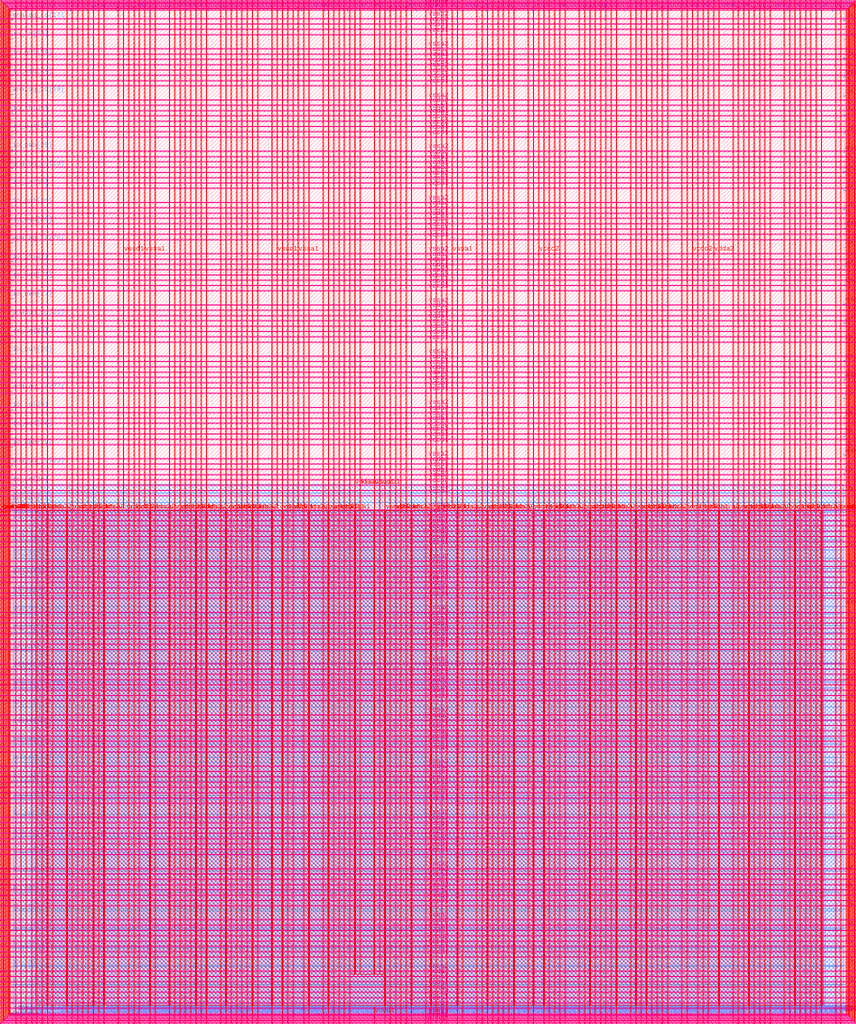
<source format=lef>
VERSION 5.7 ;
  NOWIREEXTENSIONATPIN ON ;
  DIVIDERCHAR "/" ;
  BUSBITCHARS "[]" ;
MACRO user_project_wrapper
  CLASS BLOCK ;
  FOREIGN user_project_wrapper ;
  ORIGIN 0.000 0.000 ;
  SIZE 2920.000 BY 3520.000 ;
  PIN analog_io[0]
    DIRECTION INOUT ;
    USE SIGNAL ;
    PORT
      LAYER met3 ;
        RECT 2917.600 1426.380 2924.800 1427.580 ;
    END
  END analog_io[0]
  PIN analog_io[10]
    DIRECTION INOUT ;
    USE SIGNAL ;
    PORT
      LAYER met2 ;
        RECT 2230.490 3517.600 2231.050 3524.800 ;
    END
  END analog_io[10]
  PIN analog_io[11]
    DIRECTION INOUT ;
    USE SIGNAL ;
    PORT
      LAYER met2 ;
        RECT 1905.730 3517.600 1906.290 3524.800 ;
    END
  END analog_io[11]
  PIN analog_io[12]
    DIRECTION INOUT ;
    USE SIGNAL ;
    PORT
      LAYER met2 ;
        RECT 1581.430 3517.600 1581.990 3524.800 ;
    END
  END analog_io[12]
  PIN analog_io[13]
    DIRECTION INOUT ;
    USE SIGNAL ;
    PORT
      LAYER met2 ;
        RECT 1257.130 3517.600 1257.690 3524.800 ;
    END
  END analog_io[13]
  PIN analog_io[14]
    DIRECTION INOUT ;
    USE SIGNAL ;
    PORT
      LAYER met2 ;
        RECT 932.370 3517.600 932.930 3524.800 ;
    END
  END analog_io[14]
  PIN analog_io[15]
    DIRECTION INOUT ;
    USE SIGNAL ;
    PORT
      LAYER met2 ;
        RECT 608.070 3517.600 608.630 3524.800 ;
    END
  END analog_io[15]
  PIN analog_io[16]
    DIRECTION INOUT ;
    USE SIGNAL ;
    PORT
      LAYER met2 ;
        RECT 283.770 3517.600 284.330 3524.800 ;
    END
  END analog_io[16]
  PIN analog_io[17]
    DIRECTION INOUT ;
    USE SIGNAL ;
    PORT
      LAYER met3 ;
        RECT -4.800 3486.100 2.400 3487.300 ;
    END
  END analog_io[17]
  PIN analog_io[18]
    DIRECTION INOUT ;
    USE SIGNAL ;
    PORT
      LAYER met3 ;
        RECT -4.800 3224.980 2.400 3226.180 ;
    END
  END analog_io[18]
  PIN analog_io[19]
    DIRECTION INOUT ;
    USE SIGNAL ;
    PORT
      LAYER met3 ;
        RECT -4.800 2964.540 2.400 2965.740 ;
    END
  END analog_io[19]
  PIN analog_io[1]
    DIRECTION INOUT ;
    USE SIGNAL ;
    PORT
      LAYER met3 ;
        RECT 2917.600 1692.260 2924.800 1693.460 ;
    END
  END analog_io[1]
  PIN analog_io[20]
    DIRECTION INOUT ;
    USE SIGNAL ;
    PORT
      LAYER met3 ;
        RECT -4.800 2703.420 2.400 2704.620 ;
    END
  END analog_io[20]
  PIN analog_io[21]
    DIRECTION INOUT ;
    USE SIGNAL ;
    PORT
      LAYER met3 ;
        RECT -4.800 2442.980 2.400 2444.180 ;
    END
  END analog_io[21]
  PIN analog_io[22]
    DIRECTION INOUT ;
    USE SIGNAL ;
    PORT
      LAYER met3 ;
        RECT -4.800 2182.540 2.400 2183.740 ;
    END
  END analog_io[22]
  PIN analog_io[23]
    DIRECTION INOUT ;
    USE SIGNAL ;
    PORT
      LAYER met3 ;
        RECT -4.800 1921.420 2.400 1922.620 ;
    END
  END analog_io[23]
  PIN analog_io[24]
    DIRECTION INOUT ;
    USE SIGNAL ;
    PORT
      LAYER met3 ;
        RECT -4.800 1660.980 2.400 1662.180 ;
    END
  END analog_io[24]
  PIN analog_io[25]
    DIRECTION INOUT ;
    USE SIGNAL ;
    PORT
      LAYER met3 ;
        RECT -4.800 1399.860 2.400 1401.060 ;
    END
  END analog_io[25]
  PIN analog_io[26]
    DIRECTION INOUT ;
    USE SIGNAL ;
    PORT
      LAYER met3 ;
        RECT -4.800 1139.420 2.400 1140.620 ;
    END
  END analog_io[26]
  PIN analog_io[27]
    DIRECTION INOUT ;
    USE SIGNAL ;
    PORT
      LAYER met3 ;
        RECT -4.800 878.980 2.400 880.180 ;
    END
  END analog_io[27]
  PIN analog_io[28]
    DIRECTION INOUT ;
    USE SIGNAL ;
    PORT
      LAYER met3 ;
        RECT -4.800 617.860 2.400 619.060 ;
    END
  END analog_io[28]
  PIN analog_io[2]
    DIRECTION INOUT ;
    USE SIGNAL ;
    PORT
      LAYER met3 ;
        RECT 2917.600 1958.140 2924.800 1959.340 ;
    END
  END analog_io[2]
  PIN analog_io[3]
    DIRECTION INOUT ;
    USE SIGNAL ;
    PORT
      LAYER met3 ;
        RECT 2917.600 2223.340 2924.800 2224.540 ;
    END
  END analog_io[3]
  PIN analog_io[4]
    DIRECTION INOUT ;
    USE SIGNAL ;
    PORT
      LAYER met3 ;
        RECT 2917.600 2489.220 2924.800 2490.420 ;
    END
  END analog_io[4]
  PIN analog_io[5]
    DIRECTION INOUT ;
    USE SIGNAL ;
    PORT
      LAYER met3 ;
        RECT 2917.600 2755.100 2924.800 2756.300 ;
    END
  END analog_io[5]
  PIN analog_io[6]
    DIRECTION INOUT ;
    USE SIGNAL ;
    PORT
      LAYER met3 ;
        RECT 2917.600 3020.300 2924.800 3021.500 ;
    END
  END analog_io[6]
  PIN analog_io[7]
    DIRECTION INOUT ;
    USE SIGNAL ;
    PORT
      LAYER met3 ;
        RECT 2917.600 3286.180 2924.800 3287.380 ;
    END
  END analog_io[7]
  PIN analog_io[8]
    DIRECTION INOUT ;
    USE SIGNAL ;
    PORT
      LAYER met2 ;
        RECT 2879.090 3517.600 2879.650 3524.800 ;
    END
  END analog_io[8]
  PIN analog_io[9]
    DIRECTION INOUT ;
    USE SIGNAL ;
    PORT
      LAYER met2 ;
        RECT 2554.790 3517.600 2555.350 3524.800 ;
    END
  END analog_io[9]
  PIN io_in[0]
    DIRECTION INPUT ;
    USE SIGNAL ;
    PORT
      LAYER met3 ;
        RECT 2917.600 32.380 2924.800 33.580 ;
    END
  END io_in[0]
  PIN io_in[10]
    DIRECTION INPUT ;
    USE SIGNAL ;
    PORT
      LAYER met3 ;
        RECT 2917.600 2289.980 2924.800 2291.180 ;
    END
  END io_in[10]
  PIN io_in[11]
    DIRECTION INPUT ;
    USE SIGNAL ;
    PORT
      LAYER met3 ;
        RECT 2917.600 2555.860 2924.800 2557.060 ;
    END
  END io_in[11]
  PIN io_in[12]
    DIRECTION INPUT ;
    USE SIGNAL ;
    PORT
      LAYER met3 ;
        RECT 2917.600 2821.060 2924.800 2822.260 ;
    END
  END io_in[12]
  PIN io_in[13]
    DIRECTION INPUT ;
    USE SIGNAL ;
    PORT
      LAYER met3 ;
        RECT 2917.600 3086.940 2924.800 3088.140 ;
    END
  END io_in[13]
  PIN io_in[14]
    DIRECTION INPUT ;
    USE SIGNAL ;
    PORT
      LAYER met3 ;
        RECT 2917.600 3352.820 2924.800 3354.020 ;
    END
  END io_in[14]
  PIN io_in[15]
    DIRECTION INPUT ;
    USE SIGNAL ;
    PORT
      LAYER met2 ;
        RECT 2798.130 3517.600 2798.690 3524.800 ;
    END
  END io_in[15]
  PIN io_in[16]
    DIRECTION INPUT ;
    USE SIGNAL ;
    PORT
      LAYER met2 ;
        RECT 2473.830 3517.600 2474.390 3524.800 ;
    END
  END io_in[16]
  PIN io_in[17]
    DIRECTION INPUT ;
    USE SIGNAL ;
    PORT
      LAYER met2 ;
        RECT 2149.070 3517.600 2149.630 3524.800 ;
    END
  END io_in[17]
  PIN io_in[18]
    DIRECTION INPUT ;
    USE SIGNAL ;
    PORT
      LAYER met2 ;
        RECT 1824.770 3517.600 1825.330 3524.800 ;
    END
  END io_in[18]
  PIN io_in[19]
    DIRECTION INPUT ;
    USE SIGNAL ;
    PORT
      LAYER met2 ;
        RECT 1500.470 3517.600 1501.030 3524.800 ;
    END
  END io_in[19]
  PIN io_in[1]
    DIRECTION INPUT ;
    USE SIGNAL ;
    PORT
      LAYER met3 ;
        RECT 2917.600 230.940 2924.800 232.140 ;
    END
  END io_in[1]
  PIN io_in[20]
    DIRECTION INPUT ;
    USE SIGNAL ;
    PORT
      LAYER met2 ;
        RECT 1175.710 3517.600 1176.270 3524.800 ;
    END
  END io_in[20]
  PIN io_in[21]
    DIRECTION INPUT ;
    USE SIGNAL ;
    PORT
      LAYER met2 ;
        RECT 851.410 3517.600 851.970 3524.800 ;
    END
  END io_in[21]
  PIN io_in[22]
    DIRECTION INPUT ;
    USE SIGNAL ;
    PORT
      LAYER met2 ;
        RECT 527.110 3517.600 527.670 3524.800 ;
    END
  END io_in[22]
  PIN io_in[23]
    DIRECTION INPUT ;
    USE SIGNAL ;
    PORT
      LAYER met2 ;
        RECT 202.350 3517.600 202.910 3524.800 ;
    END
  END io_in[23]
  PIN io_in[24]
    DIRECTION INPUT ;
    USE SIGNAL ;
    PORT
      LAYER met3 ;
        RECT -4.800 3420.820 2.400 3422.020 ;
    END
  END io_in[24]
  PIN io_in[25]
    DIRECTION INPUT ;
    USE SIGNAL ;
    PORT
      LAYER met3 ;
        RECT -4.800 3159.700 2.400 3160.900 ;
    END
  END io_in[25]
  PIN io_in[26]
    DIRECTION INPUT ;
    USE SIGNAL ;
    PORT
      LAYER met3 ;
        RECT -4.800 2899.260 2.400 2900.460 ;
    END
  END io_in[26]
  PIN io_in[27]
    DIRECTION INPUT ;
    USE SIGNAL ;
    PORT
      LAYER met3 ;
        RECT -4.800 2638.820 2.400 2640.020 ;
    END
  END io_in[27]
  PIN io_in[28]
    DIRECTION INPUT ;
    USE SIGNAL ;
    PORT
      LAYER met3 ;
        RECT -4.800 2377.700 2.400 2378.900 ;
    END
  END io_in[28]
  PIN io_in[29]
    DIRECTION INPUT ;
    USE SIGNAL ;
    PORT
      LAYER met3 ;
        RECT -4.800 2117.260 2.400 2118.460 ;
    END
  END io_in[29]
  PIN io_in[2]
    DIRECTION INPUT ;
    USE SIGNAL ;
    PORT
      LAYER met3 ;
        RECT 2917.600 430.180 2924.800 431.380 ;
    END
  END io_in[2]
  PIN io_in[30]
    DIRECTION INPUT ;
    USE SIGNAL ;
    PORT
      LAYER met3 ;
        RECT -4.800 1856.140 2.400 1857.340 ;
    END
  END io_in[30]
  PIN io_in[31]
    DIRECTION INPUT ;
    USE SIGNAL ;
    PORT
      LAYER met3 ;
        RECT -4.800 1595.700 2.400 1596.900 ;
    END
  END io_in[31]
  PIN io_in[32]
    DIRECTION INPUT ;
    USE SIGNAL ;
    PORT
      LAYER met3 ;
        RECT -4.800 1335.260 2.400 1336.460 ;
    END
  END io_in[32]
  PIN io_in[33]
    DIRECTION INPUT ;
    USE SIGNAL ;
    PORT
      LAYER met3 ;
        RECT -4.800 1074.140 2.400 1075.340 ;
    END
  END io_in[33]
  PIN io_in[34]
    DIRECTION INPUT ;
    USE SIGNAL ;
    PORT
      LAYER met3 ;
        RECT -4.800 813.700 2.400 814.900 ;
    END
  END io_in[34]
  PIN io_in[35]
    DIRECTION INPUT ;
    USE SIGNAL ;
    PORT
      LAYER met3 ;
        RECT -4.800 552.580 2.400 553.780 ;
    END
  END io_in[35]
  PIN io_in[36]
    DIRECTION INPUT ;
    USE SIGNAL ;
    PORT
      LAYER met3 ;
        RECT -4.800 357.420 2.400 358.620 ;
    END
  END io_in[36]
  PIN io_in[37]
    DIRECTION INPUT ;
    USE SIGNAL ;
    PORT
      LAYER met3 ;
        RECT -4.800 161.580 2.400 162.780 ;
    END
  END io_in[37]
  PIN io_in[3]
    DIRECTION INPUT ;
    USE SIGNAL ;
    PORT
      LAYER met3 ;
        RECT 2917.600 629.420 2924.800 630.620 ;
    END
  END io_in[3]
  PIN io_in[4]
    DIRECTION INPUT ;
    USE SIGNAL ;
    PORT
      LAYER met3 ;
        RECT 2917.600 828.660 2924.800 829.860 ;
    END
  END io_in[4]
  PIN io_in[5]
    DIRECTION INPUT ;
    USE SIGNAL ;
    PORT
      LAYER met3 ;
        RECT 2917.600 1027.900 2924.800 1029.100 ;
    END
  END io_in[5]
  PIN io_in[6]
    DIRECTION INPUT ;
    USE SIGNAL ;
    PORT
      LAYER met3 ;
        RECT 2917.600 1227.140 2924.800 1228.340 ;
    END
  END io_in[6]
  PIN io_in[7]
    DIRECTION INPUT ;
    USE SIGNAL ;
    PORT
      LAYER met3 ;
        RECT 2917.600 1493.020 2924.800 1494.220 ;
    END
  END io_in[7]
  PIN io_in[8]
    DIRECTION INPUT ;
    USE SIGNAL ;
    PORT
      LAYER met3 ;
        RECT 2917.600 1758.900 2924.800 1760.100 ;
    END
  END io_in[8]
  PIN io_in[9]
    DIRECTION INPUT ;
    USE SIGNAL ;
    PORT
      LAYER met3 ;
        RECT 2917.600 2024.100 2924.800 2025.300 ;
    END
  END io_in[9]
  PIN io_oeb[0]
    DIRECTION OUTPUT TRISTATE ;
    USE SIGNAL ;
    PORT
      LAYER met3 ;
        RECT 2917.600 164.980 2924.800 166.180 ;
    END
  END io_oeb[0]
  PIN io_oeb[10]
    DIRECTION OUTPUT TRISTATE ;
    USE SIGNAL ;
    PORT
      LAYER met3 ;
        RECT 2917.600 2422.580 2924.800 2423.780 ;
    END
  END io_oeb[10]
  PIN io_oeb[11]
    DIRECTION OUTPUT TRISTATE ;
    USE SIGNAL ;
    PORT
      LAYER met3 ;
        RECT 2917.600 2688.460 2924.800 2689.660 ;
    END
  END io_oeb[11]
  PIN io_oeb[12]
    DIRECTION OUTPUT TRISTATE ;
    USE SIGNAL ;
    PORT
      LAYER met3 ;
        RECT 2917.600 2954.340 2924.800 2955.540 ;
    END
  END io_oeb[12]
  PIN io_oeb[13]
    DIRECTION OUTPUT TRISTATE ;
    USE SIGNAL ;
    PORT
      LAYER met3 ;
        RECT 2917.600 3219.540 2924.800 3220.740 ;
    END
  END io_oeb[13]
  PIN io_oeb[14]
    DIRECTION OUTPUT TRISTATE ;
    USE SIGNAL ;
    PORT
      LAYER met3 ;
        RECT 2917.600 3485.420 2924.800 3486.620 ;
    END
  END io_oeb[14]
  PIN io_oeb[15]
    DIRECTION OUTPUT TRISTATE ;
    USE SIGNAL ;
    PORT
      LAYER met2 ;
        RECT 2635.750 3517.600 2636.310 3524.800 ;
    END
  END io_oeb[15]
  PIN io_oeb[16]
    DIRECTION OUTPUT TRISTATE ;
    USE SIGNAL ;
    PORT
      LAYER met2 ;
        RECT 2311.450 3517.600 2312.010 3524.800 ;
    END
  END io_oeb[16]
  PIN io_oeb[17]
    DIRECTION OUTPUT TRISTATE ;
    USE SIGNAL ;
    PORT
      LAYER met2 ;
        RECT 1987.150 3517.600 1987.710 3524.800 ;
    END
  END io_oeb[17]
  PIN io_oeb[18]
    DIRECTION OUTPUT TRISTATE ;
    USE SIGNAL ;
    PORT
      LAYER met2 ;
        RECT 1662.390 3517.600 1662.950 3524.800 ;
    END
  END io_oeb[18]
  PIN io_oeb[19]
    DIRECTION OUTPUT TRISTATE ;
    USE SIGNAL ;
    PORT
      LAYER met2 ;
        RECT 1338.090 3517.600 1338.650 3524.800 ;
    END
  END io_oeb[19]
  PIN io_oeb[1]
    DIRECTION OUTPUT TRISTATE ;
    USE SIGNAL ;
    PORT
      LAYER met3 ;
        RECT 2917.600 364.220 2924.800 365.420 ;
    END
  END io_oeb[1]
  PIN io_oeb[20]
    DIRECTION OUTPUT TRISTATE ;
    USE SIGNAL ;
    PORT
      LAYER met2 ;
        RECT 1013.790 3517.600 1014.350 3524.800 ;
    END
  END io_oeb[20]
  PIN io_oeb[21]
    DIRECTION OUTPUT TRISTATE ;
    USE SIGNAL ;
    PORT
      LAYER met2 ;
        RECT 689.030 3517.600 689.590 3524.800 ;
    END
  END io_oeb[21]
  PIN io_oeb[22]
    DIRECTION OUTPUT TRISTATE ;
    USE SIGNAL ;
    PORT
      LAYER met2 ;
        RECT 364.730 3517.600 365.290 3524.800 ;
    END
  END io_oeb[22]
  PIN io_oeb[23]
    DIRECTION OUTPUT TRISTATE ;
    USE SIGNAL ;
    PORT
      LAYER met2 ;
        RECT 40.430 3517.600 40.990 3524.800 ;
    END
  END io_oeb[23]
  PIN io_oeb[24]
    DIRECTION OUTPUT TRISTATE ;
    USE SIGNAL ;
    PORT
      LAYER met3 ;
        RECT -4.800 3290.260 2.400 3291.460 ;
    END
  END io_oeb[24]
  PIN io_oeb[25]
    DIRECTION OUTPUT TRISTATE ;
    USE SIGNAL ;
    PORT
      LAYER met3 ;
        RECT -4.800 3029.820 2.400 3031.020 ;
    END
  END io_oeb[25]
  PIN io_oeb[26]
    DIRECTION OUTPUT TRISTATE ;
    USE SIGNAL ;
    PORT
      LAYER met3 ;
        RECT -4.800 2768.700 2.400 2769.900 ;
    END
  END io_oeb[26]
  PIN io_oeb[27]
    DIRECTION OUTPUT TRISTATE ;
    USE SIGNAL ;
    PORT
      LAYER met3 ;
        RECT -4.800 2508.260 2.400 2509.460 ;
    END
  END io_oeb[27]
  PIN io_oeb[28]
    DIRECTION OUTPUT TRISTATE ;
    USE SIGNAL ;
    PORT
      LAYER met3 ;
        RECT -4.800 2247.140 2.400 2248.340 ;
    END
  END io_oeb[28]
  PIN io_oeb[29]
    DIRECTION OUTPUT TRISTATE ;
    USE SIGNAL ;
    PORT
      LAYER met3 ;
        RECT -4.800 1986.700 2.400 1987.900 ;
    END
  END io_oeb[29]
  PIN io_oeb[2]
    DIRECTION OUTPUT TRISTATE ;
    USE SIGNAL ;
    PORT
      LAYER met3 ;
        RECT 2917.600 563.460 2924.800 564.660 ;
    END
  END io_oeb[2]
  PIN io_oeb[30]
    DIRECTION OUTPUT TRISTATE ;
    USE SIGNAL ;
    PORT
      LAYER met3 ;
        RECT -4.800 1726.260 2.400 1727.460 ;
    END
  END io_oeb[30]
  PIN io_oeb[31]
    DIRECTION OUTPUT TRISTATE ;
    USE SIGNAL ;
    PORT
      LAYER met3 ;
        RECT -4.800 1465.140 2.400 1466.340 ;
    END
  END io_oeb[31]
  PIN io_oeb[32]
    DIRECTION OUTPUT TRISTATE ;
    USE SIGNAL ;
    PORT
      LAYER met3 ;
        RECT -4.800 1204.700 2.400 1205.900 ;
    END
  END io_oeb[32]
  PIN io_oeb[33]
    DIRECTION OUTPUT TRISTATE ;
    USE SIGNAL ;
    PORT
      LAYER met3 ;
        RECT -4.800 943.580 2.400 944.780 ;
    END
  END io_oeb[33]
  PIN io_oeb[34]
    DIRECTION OUTPUT TRISTATE ;
    USE SIGNAL ;
    PORT
      LAYER met3 ;
        RECT -4.800 683.140 2.400 684.340 ;
    END
  END io_oeb[34]
  PIN io_oeb[35]
    DIRECTION OUTPUT TRISTATE ;
    USE SIGNAL ;
    PORT
      LAYER met3 ;
        RECT -4.800 422.700 2.400 423.900 ;
    END
  END io_oeb[35]
  PIN io_oeb[36]
    DIRECTION OUTPUT TRISTATE ;
    USE SIGNAL ;
    PORT
      LAYER met3 ;
        RECT -4.800 226.860 2.400 228.060 ;
    END
  END io_oeb[36]
  PIN io_oeb[37]
    DIRECTION OUTPUT TRISTATE ;
    USE SIGNAL ;
    PORT
      LAYER met3 ;
        RECT -4.800 31.700 2.400 32.900 ;
    END
  END io_oeb[37]
  PIN io_oeb[3]
    DIRECTION OUTPUT TRISTATE ;
    USE SIGNAL ;
    PORT
      LAYER met3 ;
        RECT 2917.600 762.700 2924.800 763.900 ;
    END
  END io_oeb[3]
  PIN io_oeb[4]
    DIRECTION OUTPUT TRISTATE ;
    USE SIGNAL ;
    PORT
      LAYER met3 ;
        RECT 2917.600 961.940 2924.800 963.140 ;
    END
  END io_oeb[4]
  PIN io_oeb[5]
    DIRECTION OUTPUT TRISTATE ;
    USE SIGNAL ;
    PORT
      LAYER met3 ;
        RECT 2917.600 1161.180 2924.800 1162.380 ;
    END
  END io_oeb[5]
  PIN io_oeb[6]
    DIRECTION OUTPUT TRISTATE ;
    USE SIGNAL ;
    PORT
      LAYER met3 ;
        RECT 2917.600 1360.420 2924.800 1361.620 ;
    END
  END io_oeb[6]
  PIN io_oeb[7]
    DIRECTION OUTPUT TRISTATE ;
    USE SIGNAL ;
    PORT
      LAYER met3 ;
        RECT 2917.600 1625.620 2924.800 1626.820 ;
    END
  END io_oeb[7]
  PIN io_oeb[8]
    DIRECTION OUTPUT TRISTATE ;
    USE SIGNAL ;
    PORT
      LAYER met3 ;
        RECT 2917.600 1891.500 2924.800 1892.700 ;
    END
  END io_oeb[8]
  PIN io_oeb[9]
    DIRECTION OUTPUT TRISTATE ;
    USE SIGNAL ;
    PORT
      LAYER met3 ;
        RECT 2917.600 2157.380 2924.800 2158.580 ;
    END
  END io_oeb[9]
  PIN io_out[0]
    DIRECTION OUTPUT TRISTATE ;
    USE SIGNAL ;
    PORT
      LAYER met3 ;
        RECT 2917.600 98.340 2924.800 99.540 ;
    END
  END io_out[0]
  PIN io_out[10]
    DIRECTION OUTPUT TRISTATE ;
    USE SIGNAL ;
    PORT
      LAYER met3 ;
        RECT 2917.600 2356.620 2924.800 2357.820 ;
    END
  END io_out[10]
  PIN io_out[11]
    DIRECTION OUTPUT TRISTATE ;
    USE SIGNAL ;
    PORT
      LAYER met3 ;
        RECT 2917.600 2621.820 2924.800 2623.020 ;
    END
  END io_out[11]
  PIN io_out[12]
    DIRECTION OUTPUT TRISTATE ;
    USE SIGNAL ;
    PORT
      LAYER met3 ;
        RECT 2917.600 2887.700 2924.800 2888.900 ;
    END
  END io_out[12]
  PIN io_out[13]
    DIRECTION OUTPUT TRISTATE ;
    USE SIGNAL ;
    PORT
      LAYER met3 ;
        RECT 2917.600 3153.580 2924.800 3154.780 ;
    END
  END io_out[13]
  PIN io_out[14]
    DIRECTION OUTPUT TRISTATE ;
    USE SIGNAL ;
    PORT
      LAYER met3 ;
        RECT 2917.600 3418.780 2924.800 3419.980 ;
    END
  END io_out[14]
  PIN io_out[15]
    DIRECTION OUTPUT TRISTATE ;
    USE SIGNAL ;
    PORT
      LAYER met2 ;
        RECT 2717.170 3517.600 2717.730 3524.800 ;
    END
  END io_out[15]
  PIN io_out[16]
    DIRECTION OUTPUT TRISTATE ;
    USE SIGNAL ;
    PORT
      LAYER met2 ;
        RECT 2392.410 3517.600 2392.970 3524.800 ;
    END
  END io_out[16]
  PIN io_out[17]
    DIRECTION OUTPUT TRISTATE ;
    USE SIGNAL ;
    PORT
      LAYER met2 ;
        RECT 2068.110 3517.600 2068.670 3524.800 ;
    END
  END io_out[17]
  PIN io_out[18]
    DIRECTION OUTPUT TRISTATE ;
    USE SIGNAL ;
    PORT
      LAYER met2 ;
        RECT 1743.810 3517.600 1744.370 3524.800 ;
    END
  END io_out[18]
  PIN io_out[19]
    DIRECTION OUTPUT TRISTATE ;
    USE SIGNAL ;
    PORT
      LAYER met2 ;
        RECT 1419.050 3517.600 1419.610 3524.800 ;
    END
  END io_out[19]
  PIN io_out[1]
    DIRECTION OUTPUT TRISTATE ;
    USE SIGNAL ;
    PORT
      LAYER met3 ;
        RECT 2917.600 297.580 2924.800 298.780 ;
    END
  END io_out[1]
  PIN io_out[20]
    DIRECTION OUTPUT TRISTATE ;
    USE SIGNAL ;
    PORT
      LAYER met2 ;
        RECT 1094.750 3517.600 1095.310 3524.800 ;
    END
  END io_out[20]
  PIN io_out[21]
    DIRECTION OUTPUT TRISTATE ;
    USE SIGNAL ;
    PORT
      LAYER met2 ;
        RECT 770.450 3517.600 771.010 3524.800 ;
    END
  END io_out[21]
  PIN io_out[22]
    DIRECTION OUTPUT TRISTATE ;
    USE SIGNAL ;
    PORT
      LAYER met2 ;
        RECT 445.690 3517.600 446.250 3524.800 ;
    END
  END io_out[22]
  PIN io_out[23]
    DIRECTION OUTPUT TRISTATE ;
    USE SIGNAL ;
    PORT
      LAYER met2 ;
        RECT 121.390 3517.600 121.950 3524.800 ;
    END
  END io_out[23]
  PIN io_out[24]
    DIRECTION OUTPUT TRISTATE ;
    USE SIGNAL ;
    PORT
      LAYER met3 ;
        RECT -4.800 3355.540 2.400 3356.740 ;
    END
  END io_out[24]
  PIN io_out[25]
    DIRECTION OUTPUT TRISTATE ;
    USE SIGNAL ;
    PORT
      LAYER met3 ;
        RECT -4.800 3095.100 2.400 3096.300 ;
    END
  END io_out[25]
  PIN io_out[26]
    DIRECTION OUTPUT TRISTATE ;
    USE SIGNAL ;
    PORT
      LAYER met3 ;
        RECT -4.800 2833.980 2.400 2835.180 ;
    END
  END io_out[26]
  PIN io_out[27]
    DIRECTION OUTPUT TRISTATE ;
    USE SIGNAL ;
    PORT
      LAYER met3 ;
        RECT -4.800 2573.540 2.400 2574.740 ;
    END
  END io_out[27]
  PIN io_out[28]
    DIRECTION OUTPUT TRISTATE ;
    USE SIGNAL ;
    PORT
      LAYER met3 ;
        RECT -4.800 2312.420 2.400 2313.620 ;
    END
  END io_out[28]
  PIN io_out[29]
    DIRECTION OUTPUT TRISTATE ;
    USE SIGNAL ;
    PORT
      LAYER met3 ;
        RECT -4.800 2051.980 2.400 2053.180 ;
    END
  END io_out[29]
  PIN io_out[2]
    DIRECTION OUTPUT TRISTATE ;
    USE SIGNAL ;
    PORT
      LAYER met3 ;
        RECT 2917.600 496.820 2924.800 498.020 ;
    END
  END io_out[2]
  PIN io_out[30]
    DIRECTION OUTPUT TRISTATE ;
    USE SIGNAL ;
    PORT
      LAYER met3 ;
        RECT -4.800 1791.540 2.400 1792.740 ;
    END
  END io_out[30]
  PIN io_out[31]
    DIRECTION OUTPUT TRISTATE ;
    USE SIGNAL ;
    PORT
      LAYER met3 ;
        RECT -4.800 1530.420 2.400 1531.620 ;
    END
  END io_out[31]
  PIN io_out[32]
    DIRECTION OUTPUT TRISTATE ;
    USE SIGNAL ;
    PORT
      LAYER met3 ;
        RECT -4.800 1269.980 2.400 1271.180 ;
    END
  END io_out[32]
  PIN io_out[33]
    DIRECTION OUTPUT TRISTATE ;
    USE SIGNAL ;
    PORT
      LAYER met3 ;
        RECT -4.800 1008.860 2.400 1010.060 ;
    END
  END io_out[33]
  PIN io_out[34]
    DIRECTION OUTPUT TRISTATE ;
    USE SIGNAL ;
    PORT
      LAYER met3 ;
        RECT -4.800 748.420 2.400 749.620 ;
    END
  END io_out[34]
  PIN io_out[35]
    DIRECTION OUTPUT TRISTATE ;
    USE SIGNAL ;
    PORT
      LAYER met3 ;
        RECT -4.800 487.300 2.400 488.500 ;
    END
  END io_out[35]
  PIN io_out[36]
    DIRECTION OUTPUT TRISTATE ;
    USE SIGNAL ;
    PORT
      LAYER met3 ;
        RECT -4.800 292.140 2.400 293.340 ;
    END
  END io_out[36]
  PIN io_out[37]
    DIRECTION OUTPUT TRISTATE ;
    USE SIGNAL ;
    PORT
      LAYER met3 ;
        RECT -4.800 96.300 2.400 97.500 ;
    END
  END io_out[37]
  PIN io_out[3]
    DIRECTION OUTPUT TRISTATE ;
    USE SIGNAL ;
    PORT
      LAYER met3 ;
        RECT 2917.600 696.060 2924.800 697.260 ;
    END
  END io_out[3]
  PIN io_out[4]
    DIRECTION OUTPUT TRISTATE ;
    USE SIGNAL ;
    PORT
      LAYER met3 ;
        RECT 2917.600 895.300 2924.800 896.500 ;
    END
  END io_out[4]
  PIN io_out[5]
    DIRECTION OUTPUT TRISTATE ;
    USE SIGNAL ;
    PORT
      LAYER met3 ;
        RECT 2917.600 1094.540 2924.800 1095.740 ;
    END
  END io_out[5]
  PIN io_out[6]
    DIRECTION OUTPUT TRISTATE ;
    USE SIGNAL ;
    PORT
      LAYER met3 ;
        RECT 2917.600 1293.780 2924.800 1294.980 ;
    END
  END io_out[6]
  PIN io_out[7]
    DIRECTION OUTPUT TRISTATE ;
    USE SIGNAL ;
    PORT
      LAYER met3 ;
        RECT 2917.600 1559.660 2924.800 1560.860 ;
    END
  END io_out[7]
  PIN io_out[8]
    DIRECTION OUTPUT TRISTATE ;
    USE SIGNAL ;
    PORT
      LAYER met3 ;
        RECT 2917.600 1824.860 2924.800 1826.060 ;
    END
  END io_out[8]
  PIN io_out[9]
    DIRECTION OUTPUT TRISTATE ;
    USE SIGNAL ;
    PORT
      LAYER met3 ;
        RECT 2917.600 2090.740 2924.800 2091.940 ;
    END
  END io_out[9]
  PIN la_data_in[0]
    DIRECTION INPUT ;
    USE SIGNAL ;
    PORT
      LAYER met2 ;
        RECT 629.230 -4.800 629.790 2.400 ;
    END
  END la_data_in[0]
  PIN la_data_in[100]
    DIRECTION INPUT ;
    USE SIGNAL ;
    PORT
      LAYER met2 ;
        RECT 2402.530 -4.800 2403.090 2.400 ;
    END
  END la_data_in[100]
  PIN la_data_in[101]
    DIRECTION INPUT ;
    USE SIGNAL ;
    PORT
      LAYER met2 ;
        RECT 2420.010 -4.800 2420.570 2.400 ;
    END
  END la_data_in[101]
  PIN la_data_in[102]
    DIRECTION INPUT ;
    USE SIGNAL ;
    PORT
      LAYER met2 ;
        RECT 2437.950 -4.800 2438.510 2.400 ;
    END
  END la_data_in[102]
  PIN la_data_in[103]
    DIRECTION INPUT ;
    USE SIGNAL ;
    PORT
      LAYER met2 ;
        RECT 2455.430 -4.800 2455.990 2.400 ;
    END
  END la_data_in[103]
  PIN la_data_in[104]
    DIRECTION INPUT ;
    USE SIGNAL ;
    PORT
      LAYER met2 ;
        RECT 2473.370 -4.800 2473.930 2.400 ;
    END
  END la_data_in[104]
  PIN la_data_in[105]
    DIRECTION INPUT ;
    USE SIGNAL ;
    PORT
      LAYER met2 ;
        RECT 2490.850 -4.800 2491.410 2.400 ;
    END
  END la_data_in[105]
  PIN la_data_in[106]
    DIRECTION INPUT ;
    USE SIGNAL ;
    PORT
      LAYER met2 ;
        RECT 2508.790 -4.800 2509.350 2.400 ;
    END
  END la_data_in[106]
  PIN la_data_in[107]
    DIRECTION INPUT ;
    USE SIGNAL ;
    PORT
      LAYER met2 ;
        RECT 2526.730 -4.800 2527.290 2.400 ;
    END
  END la_data_in[107]
  PIN la_data_in[108]
    DIRECTION INPUT ;
    USE SIGNAL ;
    PORT
      LAYER met2 ;
        RECT 2544.210 -4.800 2544.770 2.400 ;
    END
  END la_data_in[108]
  PIN la_data_in[109]
    DIRECTION INPUT ;
    USE SIGNAL ;
    PORT
      LAYER met2 ;
        RECT 2562.150 -4.800 2562.710 2.400 ;
    END
  END la_data_in[109]
  PIN la_data_in[10]
    DIRECTION INPUT ;
    USE SIGNAL ;
    PORT
      LAYER met2 ;
        RECT 806.330 -4.800 806.890 2.400 ;
    END
  END la_data_in[10]
  PIN la_data_in[110]
    DIRECTION INPUT ;
    USE SIGNAL ;
    PORT
      LAYER met2 ;
        RECT 2579.630 -4.800 2580.190 2.400 ;
    END
  END la_data_in[110]
  PIN la_data_in[111]
    DIRECTION INPUT ;
    USE SIGNAL ;
    PORT
      LAYER met2 ;
        RECT 2597.570 -4.800 2598.130 2.400 ;
    END
  END la_data_in[111]
  PIN la_data_in[112]
    DIRECTION INPUT ;
    USE SIGNAL ;
    PORT
      LAYER met2 ;
        RECT 2615.050 -4.800 2615.610 2.400 ;
    END
  END la_data_in[112]
  PIN la_data_in[113]
    DIRECTION INPUT ;
    USE SIGNAL ;
    PORT
      LAYER met2 ;
        RECT 2632.990 -4.800 2633.550 2.400 ;
    END
  END la_data_in[113]
  PIN la_data_in[114]
    DIRECTION INPUT ;
    USE SIGNAL ;
    PORT
      LAYER met2 ;
        RECT 2650.470 -4.800 2651.030 2.400 ;
    END
  END la_data_in[114]
  PIN la_data_in[115]
    DIRECTION INPUT ;
    USE SIGNAL ;
    PORT
      LAYER met2 ;
        RECT 2668.410 -4.800 2668.970 2.400 ;
    END
  END la_data_in[115]
  PIN la_data_in[116]
    DIRECTION INPUT ;
    USE SIGNAL ;
    PORT
      LAYER met2 ;
        RECT 2685.890 -4.800 2686.450 2.400 ;
    END
  END la_data_in[116]
  PIN la_data_in[117]
    DIRECTION INPUT ;
    USE SIGNAL ;
    PORT
      LAYER met2 ;
        RECT 2703.830 -4.800 2704.390 2.400 ;
    END
  END la_data_in[117]
  PIN la_data_in[118]
    DIRECTION INPUT ;
    USE SIGNAL ;
    PORT
      LAYER met2 ;
        RECT 2721.770 -4.800 2722.330 2.400 ;
    END
  END la_data_in[118]
  PIN la_data_in[119]
    DIRECTION INPUT ;
    USE SIGNAL ;
    PORT
      LAYER met2 ;
        RECT 2739.250 -4.800 2739.810 2.400 ;
    END
  END la_data_in[119]
  PIN la_data_in[11]
    DIRECTION INPUT ;
    USE SIGNAL ;
    PORT
      LAYER met2 ;
        RECT 824.270 -4.800 824.830 2.400 ;
    END
  END la_data_in[11]
  PIN la_data_in[120]
    DIRECTION INPUT ;
    USE SIGNAL ;
    PORT
      LAYER met2 ;
        RECT 2757.190 -4.800 2757.750 2.400 ;
    END
  END la_data_in[120]
  PIN la_data_in[121]
    DIRECTION INPUT ;
    USE SIGNAL ;
    PORT
      LAYER met2 ;
        RECT 2774.670 -4.800 2775.230 2.400 ;
    END
  END la_data_in[121]
  PIN la_data_in[122]
    DIRECTION INPUT ;
    USE SIGNAL ;
    PORT
      LAYER met2 ;
        RECT 2792.610 -4.800 2793.170 2.400 ;
    END
  END la_data_in[122]
  PIN la_data_in[123]
    DIRECTION INPUT ;
    USE SIGNAL ;
    PORT
      LAYER met2 ;
        RECT 2810.090 -4.800 2810.650 2.400 ;
    END
  END la_data_in[123]
  PIN la_data_in[124]
    DIRECTION INPUT ;
    USE SIGNAL ;
    PORT
      LAYER met2 ;
        RECT 2828.030 -4.800 2828.590 2.400 ;
    END
  END la_data_in[124]
  PIN la_data_in[125]
    DIRECTION INPUT ;
    USE SIGNAL ;
    PORT
      LAYER met2 ;
        RECT 2845.510 -4.800 2846.070 2.400 ;
    END
  END la_data_in[125]
  PIN la_data_in[126]
    DIRECTION INPUT ;
    USE SIGNAL ;
    PORT
      LAYER met2 ;
        RECT 2863.450 -4.800 2864.010 2.400 ;
    END
  END la_data_in[126]
  PIN la_data_in[127]
    DIRECTION INPUT ;
    USE SIGNAL ;
    PORT
      LAYER met2 ;
        RECT 2881.390 -4.800 2881.950 2.400 ;
    END
  END la_data_in[127]
  PIN la_data_in[12]
    DIRECTION INPUT ;
    USE SIGNAL ;
    PORT
      LAYER met2 ;
        RECT 841.750 -4.800 842.310 2.400 ;
    END
  END la_data_in[12]
  PIN la_data_in[13]
    DIRECTION INPUT ;
    USE SIGNAL ;
    PORT
      LAYER met2 ;
        RECT 859.690 -4.800 860.250 2.400 ;
    END
  END la_data_in[13]
  PIN la_data_in[14]
    DIRECTION INPUT ;
    USE SIGNAL ;
    PORT
      LAYER met2 ;
        RECT 877.170 -4.800 877.730 2.400 ;
    END
  END la_data_in[14]
  PIN la_data_in[15]
    DIRECTION INPUT ;
    USE SIGNAL ;
    PORT
      LAYER met2 ;
        RECT 895.110 -4.800 895.670 2.400 ;
    END
  END la_data_in[15]
  PIN la_data_in[16]
    DIRECTION INPUT ;
    USE SIGNAL ;
    PORT
      LAYER met2 ;
        RECT 912.590 -4.800 913.150 2.400 ;
    END
  END la_data_in[16]
  PIN la_data_in[17]
    DIRECTION INPUT ;
    USE SIGNAL ;
    PORT
      LAYER met2 ;
        RECT 930.530 -4.800 931.090 2.400 ;
    END
  END la_data_in[17]
  PIN la_data_in[18]
    DIRECTION INPUT ;
    USE SIGNAL ;
    PORT
      LAYER met2 ;
        RECT 948.470 -4.800 949.030 2.400 ;
    END
  END la_data_in[18]
  PIN la_data_in[19]
    DIRECTION INPUT ;
    USE SIGNAL ;
    PORT
      LAYER met2 ;
        RECT 965.950 -4.800 966.510 2.400 ;
    END
  END la_data_in[19]
  PIN la_data_in[1]
    DIRECTION INPUT ;
    USE SIGNAL ;
    PORT
      LAYER met2 ;
        RECT 646.710 -4.800 647.270 2.400 ;
    END
  END la_data_in[1]
  PIN la_data_in[20]
    DIRECTION INPUT ;
    USE SIGNAL ;
    PORT
      LAYER met2 ;
        RECT 983.890 -4.800 984.450 2.400 ;
    END
  END la_data_in[20]
  PIN la_data_in[21]
    DIRECTION INPUT ;
    USE SIGNAL ;
    PORT
      LAYER met2 ;
        RECT 1001.370 -4.800 1001.930 2.400 ;
    END
  END la_data_in[21]
  PIN la_data_in[22]
    DIRECTION INPUT ;
    USE SIGNAL ;
    PORT
      LAYER met2 ;
        RECT 1019.310 -4.800 1019.870 2.400 ;
    END
  END la_data_in[22]
  PIN la_data_in[23]
    DIRECTION INPUT ;
    USE SIGNAL ;
    PORT
      LAYER met2 ;
        RECT 1036.790 -4.800 1037.350 2.400 ;
    END
  END la_data_in[23]
  PIN la_data_in[24]
    DIRECTION INPUT ;
    USE SIGNAL ;
    PORT
      LAYER met2 ;
        RECT 1054.730 -4.800 1055.290 2.400 ;
    END
  END la_data_in[24]
  PIN la_data_in[25]
    DIRECTION INPUT ;
    USE SIGNAL ;
    PORT
      LAYER met2 ;
        RECT 1072.210 -4.800 1072.770 2.400 ;
    END
  END la_data_in[25]
  PIN la_data_in[26]
    DIRECTION INPUT ;
    USE SIGNAL ;
    PORT
      LAYER met2 ;
        RECT 1090.150 -4.800 1090.710 2.400 ;
    END
  END la_data_in[26]
  PIN la_data_in[27]
    DIRECTION INPUT ;
    USE SIGNAL ;
    PORT
      LAYER met2 ;
        RECT 1107.630 -4.800 1108.190 2.400 ;
    END
  END la_data_in[27]
  PIN la_data_in[28]
    DIRECTION INPUT ;
    USE SIGNAL ;
    PORT
      LAYER met2 ;
        RECT 1125.570 -4.800 1126.130 2.400 ;
    END
  END la_data_in[28]
  PIN la_data_in[29]
    DIRECTION INPUT ;
    USE SIGNAL ;
    PORT
      LAYER met2 ;
        RECT 1143.510 -4.800 1144.070 2.400 ;
    END
  END la_data_in[29]
  PIN la_data_in[2]
    DIRECTION INPUT ;
    USE SIGNAL ;
    PORT
      LAYER met2 ;
        RECT 664.650 -4.800 665.210 2.400 ;
    END
  END la_data_in[2]
  PIN la_data_in[30]
    DIRECTION INPUT ;
    USE SIGNAL ;
    PORT
      LAYER met2 ;
        RECT 1160.990 -4.800 1161.550 2.400 ;
    END
  END la_data_in[30]
  PIN la_data_in[31]
    DIRECTION INPUT ;
    USE SIGNAL ;
    PORT
      LAYER met2 ;
        RECT 1178.930 -4.800 1179.490 2.400 ;
    END
  END la_data_in[31]
  PIN la_data_in[32]
    DIRECTION INPUT ;
    USE SIGNAL ;
    PORT
      LAYER met2 ;
        RECT 1196.410 -4.800 1196.970 2.400 ;
    END
  END la_data_in[32]
  PIN la_data_in[33]
    DIRECTION INPUT ;
    USE SIGNAL ;
    PORT
      LAYER met2 ;
        RECT 1214.350 -4.800 1214.910 2.400 ;
    END
  END la_data_in[33]
  PIN la_data_in[34]
    DIRECTION INPUT ;
    USE SIGNAL ;
    PORT
      LAYER met2 ;
        RECT 1231.830 -4.800 1232.390 2.400 ;
    END
  END la_data_in[34]
  PIN la_data_in[35]
    DIRECTION INPUT ;
    USE SIGNAL ;
    PORT
      LAYER met2 ;
        RECT 1249.770 -4.800 1250.330 2.400 ;
    END
  END la_data_in[35]
  PIN la_data_in[36]
    DIRECTION INPUT ;
    USE SIGNAL ;
    PORT
      LAYER met2 ;
        RECT 1267.250 -4.800 1267.810 2.400 ;
    END
  END la_data_in[36]
  PIN la_data_in[37]
    DIRECTION INPUT ;
    USE SIGNAL ;
    PORT
      LAYER met2 ;
        RECT 1285.190 -4.800 1285.750 2.400 ;
    END
  END la_data_in[37]
  PIN la_data_in[38]
    DIRECTION INPUT ;
    USE SIGNAL ;
    PORT
      LAYER met2 ;
        RECT 1303.130 -4.800 1303.690 2.400 ;
    END
  END la_data_in[38]
  PIN la_data_in[39]
    DIRECTION INPUT ;
    USE SIGNAL ;
    PORT
      LAYER met2 ;
        RECT 1320.610 -4.800 1321.170 2.400 ;
    END
  END la_data_in[39]
  PIN la_data_in[3]
    DIRECTION INPUT ;
    USE SIGNAL ;
    PORT
      LAYER met2 ;
        RECT 682.130 -4.800 682.690 2.400 ;
    END
  END la_data_in[3]
  PIN la_data_in[40]
    DIRECTION INPUT ;
    USE SIGNAL ;
    PORT
      LAYER met2 ;
        RECT 1338.550 -4.800 1339.110 2.400 ;
    END
  END la_data_in[40]
  PIN la_data_in[41]
    DIRECTION INPUT ;
    USE SIGNAL ;
    PORT
      LAYER met2 ;
        RECT 1356.030 -4.800 1356.590 2.400 ;
    END
  END la_data_in[41]
  PIN la_data_in[42]
    DIRECTION INPUT ;
    USE SIGNAL ;
    PORT
      LAYER met2 ;
        RECT 1373.970 -4.800 1374.530 2.400 ;
    END
  END la_data_in[42]
  PIN la_data_in[43]
    DIRECTION INPUT ;
    USE SIGNAL ;
    PORT
      LAYER met2 ;
        RECT 1391.450 -4.800 1392.010 2.400 ;
    END
  END la_data_in[43]
  PIN la_data_in[44]
    DIRECTION INPUT ;
    USE SIGNAL ;
    PORT
      LAYER met2 ;
        RECT 1409.390 -4.800 1409.950 2.400 ;
    END
  END la_data_in[44]
  PIN la_data_in[45]
    DIRECTION INPUT ;
    USE SIGNAL ;
    PORT
      LAYER met2 ;
        RECT 1426.870 -4.800 1427.430 2.400 ;
    END
  END la_data_in[45]
  PIN la_data_in[46]
    DIRECTION INPUT ;
    USE SIGNAL ;
    PORT
      LAYER met2 ;
        RECT 1444.810 -4.800 1445.370 2.400 ;
    END
  END la_data_in[46]
  PIN la_data_in[47]
    DIRECTION INPUT ;
    USE SIGNAL ;
    PORT
      LAYER met2 ;
        RECT 1462.750 -4.800 1463.310 2.400 ;
    END
  END la_data_in[47]
  PIN la_data_in[48]
    DIRECTION INPUT ;
    USE SIGNAL ;
    PORT
      LAYER met2 ;
        RECT 1480.230 -4.800 1480.790 2.400 ;
    END
  END la_data_in[48]
  PIN la_data_in[49]
    DIRECTION INPUT ;
    USE SIGNAL ;
    PORT
      LAYER met2 ;
        RECT 1498.170 -4.800 1498.730 2.400 ;
    END
  END la_data_in[49]
  PIN la_data_in[4]
    DIRECTION INPUT ;
    USE SIGNAL ;
    PORT
      LAYER met2 ;
        RECT 700.070 -4.800 700.630 2.400 ;
    END
  END la_data_in[4]
  PIN la_data_in[50]
    DIRECTION INPUT ;
    USE SIGNAL ;
    PORT
      LAYER met2 ;
        RECT 1515.650 -4.800 1516.210 2.400 ;
    END
  END la_data_in[50]
  PIN la_data_in[51]
    DIRECTION INPUT ;
    USE SIGNAL ;
    PORT
      LAYER met2 ;
        RECT 1533.590 -4.800 1534.150 2.400 ;
    END
  END la_data_in[51]
  PIN la_data_in[52]
    DIRECTION INPUT ;
    USE SIGNAL ;
    PORT
      LAYER met2 ;
        RECT 1551.070 -4.800 1551.630 2.400 ;
    END
  END la_data_in[52]
  PIN la_data_in[53]
    DIRECTION INPUT ;
    USE SIGNAL ;
    PORT
      LAYER met2 ;
        RECT 1569.010 -4.800 1569.570 2.400 ;
    END
  END la_data_in[53]
  PIN la_data_in[54]
    DIRECTION INPUT ;
    USE SIGNAL ;
    PORT
      LAYER met2 ;
        RECT 1586.490 -4.800 1587.050 2.400 ;
    END
  END la_data_in[54]
  PIN la_data_in[55]
    DIRECTION INPUT ;
    USE SIGNAL ;
    PORT
      LAYER met2 ;
        RECT 1604.430 -4.800 1604.990 2.400 ;
    END
  END la_data_in[55]
  PIN la_data_in[56]
    DIRECTION INPUT ;
    USE SIGNAL ;
    PORT
      LAYER met2 ;
        RECT 1621.910 -4.800 1622.470 2.400 ;
    END
  END la_data_in[56]
  PIN la_data_in[57]
    DIRECTION INPUT ;
    USE SIGNAL ;
    PORT
      LAYER met2 ;
        RECT 1639.850 -4.800 1640.410 2.400 ;
    END
  END la_data_in[57]
  PIN la_data_in[58]
    DIRECTION INPUT ;
    USE SIGNAL ;
    PORT
      LAYER met2 ;
        RECT 1657.790 -4.800 1658.350 2.400 ;
    END
  END la_data_in[58]
  PIN la_data_in[59]
    DIRECTION INPUT ;
    USE SIGNAL ;
    PORT
      LAYER met2 ;
        RECT 1675.270 -4.800 1675.830 2.400 ;
    END
  END la_data_in[59]
  PIN la_data_in[5]
    DIRECTION INPUT ;
    USE SIGNAL ;
    PORT
      LAYER met2 ;
        RECT 717.550 -4.800 718.110 2.400 ;
    END
  END la_data_in[5]
  PIN la_data_in[60]
    DIRECTION INPUT ;
    USE SIGNAL ;
    PORT
      LAYER met2 ;
        RECT 1693.210 -4.800 1693.770 2.400 ;
    END
  END la_data_in[60]
  PIN la_data_in[61]
    DIRECTION INPUT ;
    USE SIGNAL ;
    PORT
      LAYER met2 ;
        RECT 1710.690 -4.800 1711.250 2.400 ;
    END
  END la_data_in[61]
  PIN la_data_in[62]
    DIRECTION INPUT ;
    USE SIGNAL ;
    PORT
      LAYER met2 ;
        RECT 1728.630 -4.800 1729.190 2.400 ;
    END
  END la_data_in[62]
  PIN la_data_in[63]
    DIRECTION INPUT ;
    USE SIGNAL ;
    PORT
      LAYER met2 ;
        RECT 1746.110 -4.800 1746.670 2.400 ;
    END
  END la_data_in[63]
  PIN la_data_in[64]
    DIRECTION INPUT ;
    USE SIGNAL ;
    PORT
      LAYER met2 ;
        RECT 1764.050 -4.800 1764.610 2.400 ;
    END
  END la_data_in[64]
  PIN la_data_in[65]
    DIRECTION INPUT ;
    USE SIGNAL ;
    PORT
      LAYER met2 ;
        RECT 1781.530 -4.800 1782.090 2.400 ;
    END
  END la_data_in[65]
  PIN la_data_in[66]
    DIRECTION INPUT ;
    USE SIGNAL ;
    PORT
      LAYER met2 ;
        RECT 1799.470 -4.800 1800.030 2.400 ;
    END
  END la_data_in[66]
  PIN la_data_in[67]
    DIRECTION INPUT ;
    USE SIGNAL ;
    PORT
      LAYER met2 ;
        RECT 1817.410 -4.800 1817.970 2.400 ;
    END
  END la_data_in[67]
  PIN la_data_in[68]
    DIRECTION INPUT ;
    USE SIGNAL ;
    PORT
      LAYER met2 ;
        RECT 1834.890 -4.800 1835.450 2.400 ;
    END
  END la_data_in[68]
  PIN la_data_in[69]
    DIRECTION INPUT ;
    USE SIGNAL ;
    PORT
      LAYER met2 ;
        RECT 1852.830 -4.800 1853.390 2.400 ;
    END
  END la_data_in[69]
  PIN la_data_in[6]
    DIRECTION INPUT ;
    USE SIGNAL ;
    PORT
      LAYER met2 ;
        RECT 735.490 -4.800 736.050 2.400 ;
    END
  END la_data_in[6]
  PIN la_data_in[70]
    DIRECTION INPUT ;
    USE SIGNAL ;
    PORT
      LAYER met2 ;
        RECT 1870.310 -4.800 1870.870 2.400 ;
    END
  END la_data_in[70]
  PIN la_data_in[71]
    DIRECTION INPUT ;
    USE SIGNAL ;
    PORT
      LAYER met2 ;
        RECT 1888.250 -4.800 1888.810 2.400 ;
    END
  END la_data_in[71]
  PIN la_data_in[72]
    DIRECTION INPUT ;
    USE SIGNAL ;
    PORT
      LAYER met2 ;
        RECT 1905.730 -4.800 1906.290 2.400 ;
    END
  END la_data_in[72]
  PIN la_data_in[73]
    DIRECTION INPUT ;
    USE SIGNAL ;
    PORT
      LAYER met2 ;
        RECT 1923.670 -4.800 1924.230 2.400 ;
    END
  END la_data_in[73]
  PIN la_data_in[74]
    DIRECTION INPUT ;
    USE SIGNAL ;
    PORT
      LAYER met2 ;
        RECT 1941.150 -4.800 1941.710 2.400 ;
    END
  END la_data_in[74]
  PIN la_data_in[75]
    DIRECTION INPUT ;
    USE SIGNAL ;
    PORT
      LAYER met2 ;
        RECT 1959.090 -4.800 1959.650 2.400 ;
    END
  END la_data_in[75]
  PIN la_data_in[76]
    DIRECTION INPUT ;
    USE SIGNAL ;
    PORT
      LAYER met2 ;
        RECT 1976.570 -4.800 1977.130 2.400 ;
    END
  END la_data_in[76]
  PIN la_data_in[77]
    DIRECTION INPUT ;
    USE SIGNAL ;
    PORT
      LAYER met2 ;
        RECT 1994.510 -4.800 1995.070 2.400 ;
    END
  END la_data_in[77]
  PIN la_data_in[78]
    DIRECTION INPUT ;
    USE SIGNAL ;
    PORT
      LAYER met2 ;
        RECT 2012.450 -4.800 2013.010 2.400 ;
    END
  END la_data_in[78]
  PIN la_data_in[79]
    DIRECTION INPUT ;
    USE SIGNAL ;
    PORT
      LAYER met2 ;
        RECT 2029.930 -4.800 2030.490 2.400 ;
    END
  END la_data_in[79]
  PIN la_data_in[7]
    DIRECTION INPUT ;
    USE SIGNAL ;
    PORT
      LAYER met2 ;
        RECT 752.970 -4.800 753.530 2.400 ;
    END
  END la_data_in[7]
  PIN la_data_in[80]
    DIRECTION INPUT ;
    USE SIGNAL ;
    PORT
      LAYER met2 ;
        RECT 2047.870 -4.800 2048.430 2.400 ;
    END
  END la_data_in[80]
  PIN la_data_in[81]
    DIRECTION INPUT ;
    USE SIGNAL ;
    PORT
      LAYER met2 ;
        RECT 2065.350 -4.800 2065.910 2.400 ;
    END
  END la_data_in[81]
  PIN la_data_in[82]
    DIRECTION INPUT ;
    USE SIGNAL ;
    PORT
      LAYER met2 ;
        RECT 2083.290 -4.800 2083.850 2.400 ;
    END
  END la_data_in[82]
  PIN la_data_in[83]
    DIRECTION INPUT ;
    USE SIGNAL ;
    PORT
      LAYER met2 ;
        RECT 2100.770 -4.800 2101.330 2.400 ;
    END
  END la_data_in[83]
  PIN la_data_in[84]
    DIRECTION INPUT ;
    USE SIGNAL ;
    PORT
      LAYER met2 ;
        RECT 2118.710 -4.800 2119.270 2.400 ;
    END
  END la_data_in[84]
  PIN la_data_in[85]
    DIRECTION INPUT ;
    USE SIGNAL ;
    PORT
      LAYER met2 ;
        RECT 2136.190 -4.800 2136.750 2.400 ;
    END
  END la_data_in[85]
  PIN la_data_in[86]
    DIRECTION INPUT ;
    USE SIGNAL ;
    PORT
      LAYER met2 ;
        RECT 2154.130 -4.800 2154.690 2.400 ;
    END
  END la_data_in[86]
  PIN la_data_in[87]
    DIRECTION INPUT ;
    USE SIGNAL ;
    PORT
      LAYER met2 ;
        RECT 2172.070 -4.800 2172.630 2.400 ;
    END
  END la_data_in[87]
  PIN la_data_in[88]
    DIRECTION INPUT ;
    USE SIGNAL ;
    PORT
      LAYER met2 ;
        RECT 2189.550 -4.800 2190.110 2.400 ;
    END
  END la_data_in[88]
  PIN la_data_in[89]
    DIRECTION INPUT ;
    USE SIGNAL ;
    PORT
      LAYER met2 ;
        RECT 2207.490 -4.800 2208.050 2.400 ;
    END
  END la_data_in[89]
  PIN la_data_in[8]
    DIRECTION INPUT ;
    USE SIGNAL ;
    PORT
      LAYER met2 ;
        RECT 770.910 -4.800 771.470 2.400 ;
    END
  END la_data_in[8]
  PIN la_data_in[90]
    DIRECTION INPUT ;
    USE SIGNAL ;
    PORT
      LAYER met2 ;
        RECT 2224.970 -4.800 2225.530 2.400 ;
    END
  END la_data_in[90]
  PIN la_data_in[91]
    DIRECTION INPUT ;
    USE SIGNAL ;
    PORT
      LAYER met2 ;
        RECT 2242.910 -4.800 2243.470 2.400 ;
    END
  END la_data_in[91]
  PIN la_data_in[92]
    DIRECTION INPUT ;
    USE SIGNAL ;
    PORT
      LAYER met2 ;
        RECT 2260.390 -4.800 2260.950 2.400 ;
    END
  END la_data_in[92]
  PIN la_data_in[93]
    DIRECTION INPUT ;
    USE SIGNAL ;
    PORT
      LAYER met2 ;
        RECT 2278.330 -4.800 2278.890 2.400 ;
    END
  END la_data_in[93]
  PIN la_data_in[94]
    DIRECTION INPUT ;
    USE SIGNAL ;
    PORT
      LAYER met2 ;
        RECT 2295.810 -4.800 2296.370 2.400 ;
    END
  END la_data_in[94]
  PIN la_data_in[95]
    DIRECTION INPUT ;
    USE SIGNAL ;
    PORT
      LAYER met2 ;
        RECT 2313.750 -4.800 2314.310 2.400 ;
    END
  END la_data_in[95]
  PIN la_data_in[96]
    DIRECTION INPUT ;
    USE SIGNAL ;
    PORT
      LAYER met2 ;
        RECT 2331.230 -4.800 2331.790 2.400 ;
    END
  END la_data_in[96]
  PIN la_data_in[97]
    DIRECTION INPUT ;
    USE SIGNAL ;
    PORT
      LAYER met2 ;
        RECT 2349.170 -4.800 2349.730 2.400 ;
    END
  END la_data_in[97]
  PIN la_data_in[98]
    DIRECTION INPUT ;
    USE SIGNAL ;
    PORT
      LAYER met2 ;
        RECT 2367.110 -4.800 2367.670 2.400 ;
    END
  END la_data_in[98]
  PIN la_data_in[99]
    DIRECTION INPUT ;
    USE SIGNAL ;
    PORT
      LAYER met2 ;
        RECT 2384.590 -4.800 2385.150 2.400 ;
    END
  END la_data_in[99]
  PIN la_data_in[9]
    DIRECTION INPUT ;
    USE SIGNAL ;
    PORT
      LAYER met2 ;
        RECT 788.850 -4.800 789.410 2.400 ;
    END
  END la_data_in[9]
  PIN la_data_out[0]
    DIRECTION OUTPUT TRISTATE ;
    USE SIGNAL ;
    PORT
      LAYER met2 ;
        RECT 634.750 -4.800 635.310 2.400 ;
    END
  END la_data_out[0]
  PIN la_data_out[100]
    DIRECTION OUTPUT TRISTATE ;
    USE SIGNAL ;
    PORT
      LAYER met2 ;
        RECT 2408.510 -4.800 2409.070 2.400 ;
    END
  END la_data_out[100]
  PIN la_data_out[101]
    DIRECTION OUTPUT TRISTATE ;
    USE SIGNAL ;
    PORT
      LAYER met2 ;
        RECT 2425.990 -4.800 2426.550 2.400 ;
    END
  END la_data_out[101]
  PIN la_data_out[102]
    DIRECTION OUTPUT TRISTATE ;
    USE SIGNAL ;
    PORT
      LAYER met2 ;
        RECT 2443.930 -4.800 2444.490 2.400 ;
    END
  END la_data_out[102]
  PIN la_data_out[103]
    DIRECTION OUTPUT TRISTATE ;
    USE SIGNAL ;
    PORT
      LAYER met2 ;
        RECT 2461.410 -4.800 2461.970 2.400 ;
    END
  END la_data_out[103]
  PIN la_data_out[104]
    DIRECTION OUTPUT TRISTATE ;
    USE SIGNAL ;
    PORT
      LAYER met2 ;
        RECT 2479.350 -4.800 2479.910 2.400 ;
    END
  END la_data_out[104]
  PIN la_data_out[105]
    DIRECTION OUTPUT TRISTATE ;
    USE SIGNAL ;
    PORT
      LAYER met2 ;
        RECT 2496.830 -4.800 2497.390 2.400 ;
    END
  END la_data_out[105]
  PIN la_data_out[106]
    DIRECTION OUTPUT TRISTATE ;
    USE SIGNAL ;
    PORT
      LAYER met2 ;
        RECT 2514.770 -4.800 2515.330 2.400 ;
    END
  END la_data_out[106]
  PIN la_data_out[107]
    DIRECTION OUTPUT TRISTATE ;
    USE SIGNAL ;
    PORT
      LAYER met2 ;
        RECT 2532.250 -4.800 2532.810 2.400 ;
    END
  END la_data_out[107]
  PIN la_data_out[108]
    DIRECTION OUTPUT TRISTATE ;
    USE SIGNAL ;
    PORT
      LAYER met2 ;
        RECT 2550.190 -4.800 2550.750 2.400 ;
    END
  END la_data_out[108]
  PIN la_data_out[109]
    DIRECTION OUTPUT TRISTATE ;
    USE SIGNAL ;
    PORT
      LAYER met2 ;
        RECT 2567.670 -4.800 2568.230 2.400 ;
    END
  END la_data_out[109]
  PIN la_data_out[10]
    DIRECTION OUTPUT TRISTATE ;
    USE SIGNAL ;
    PORT
      LAYER met2 ;
        RECT 812.310 -4.800 812.870 2.400 ;
    END
  END la_data_out[10]
  PIN la_data_out[110]
    DIRECTION OUTPUT TRISTATE ;
    USE SIGNAL ;
    PORT
      LAYER met2 ;
        RECT 2585.610 -4.800 2586.170 2.400 ;
    END
  END la_data_out[110]
  PIN la_data_out[111]
    DIRECTION OUTPUT TRISTATE ;
    USE SIGNAL ;
    PORT
      LAYER met2 ;
        RECT 2603.550 -4.800 2604.110 2.400 ;
    END
  END la_data_out[111]
  PIN la_data_out[112]
    DIRECTION OUTPUT TRISTATE ;
    USE SIGNAL ;
    PORT
      LAYER met2 ;
        RECT 2621.030 -4.800 2621.590 2.400 ;
    END
  END la_data_out[112]
  PIN la_data_out[113]
    DIRECTION OUTPUT TRISTATE ;
    USE SIGNAL ;
    PORT
      LAYER met2 ;
        RECT 2638.970 -4.800 2639.530 2.400 ;
    END
  END la_data_out[113]
  PIN la_data_out[114]
    DIRECTION OUTPUT TRISTATE ;
    USE SIGNAL ;
    PORT
      LAYER met2 ;
        RECT 2656.450 -4.800 2657.010 2.400 ;
    END
  END la_data_out[114]
  PIN la_data_out[115]
    DIRECTION OUTPUT TRISTATE ;
    USE SIGNAL ;
    PORT
      LAYER met2 ;
        RECT 2674.390 -4.800 2674.950 2.400 ;
    END
  END la_data_out[115]
  PIN la_data_out[116]
    DIRECTION OUTPUT TRISTATE ;
    USE SIGNAL ;
    PORT
      LAYER met2 ;
        RECT 2691.870 -4.800 2692.430 2.400 ;
    END
  END la_data_out[116]
  PIN la_data_out[117]
    DIRECTION OUTPUT TRISTATE ;
    USE SIGNAL ;
    PORT
      LAYER met2 ;
        RECT 2709.810 -4.800 2710.370 2.400 ;
    END
  END la_data_out[117]
  PIN la_data_out[118]
    DIRECTION OUTPUT TRISTATE ;
    USE SIGNAL ;
    PORT
      LAYER met2 ;
        RECT 2727.290 -4.800 2727.850 2.400 ;
    END
  END la_data_out[118]
  PIN la_data_out[119]
    DIRECTION OUTPUT TRISTATE ;
    USE SIGNAL ;
    PORT
      LAYER met2 ;
        RECT 2745.230 -4.800 2745.790 2.400 ;
    END
  END la_data_out[119]
  PIN la_data_out[11]
    DIRECTION OUTPUT TRISTATE ;
    USE SIGNAL ;
    PORT
      LAYER met2 ;
        RECT 830.250 -4.800 830.810 2.400 ;
    END
  END la_data_out[11]
  PIN la_data_out[120]
    DIRECTION OUTPUT TRISTATE ;
    USE SIGNAL ;
    PORT
      LAYER met2 ;
        RECT 2763.170 -4.800 2763.730 2.400 ;
    END
  END la_data_out[120]
  PIN la_data_out[121]
    DIRECTION OUTPUT TRISTATE ;
    USE SIGNAL ;
    PORT
      LAYER met2 ;
        RECT 2780.650 -4.800 2781.210 2.400 ;
    END
  END la_data_out[121]
  PIN la_data_out[122]
    DIRECTION OUTPUT TRISTATE ;
    USE SIGNAL ;
    PORT
      LAYER met2 ;
        RECT 2798.590 -4.800 2799.150 2.400 ;
    END
  END la_data_out[122]
  PIN la_data_out[123]
    DIRECTION OUTPUT TRISTATE ;
    USE SIGNAL ;
    PORT
      LAYER met2 ;
        RECT 2816.070 -4.800 2816.630 2.400 ;
    END
  END la_data_out[123]
  PIN la_data_out[124]
    DIRECTION OUTPUT TRISTATE ;
    USE SIGNAL ;
    PORT
      LAYER met2 ;
        RECT 2834.010 -4.800 2834.570 2.400 ;
    END
  END la_data_out[124]
  PIN la_data_out[125]
    DIRECTION OUTPUT TRISTATE ;
    USE SIGNAL ;
    PORT
      LAYER met2 ;
        RECT 2851.490 -4.800 2852.050 2.400 ;
    END
  END la_data_out[125]
  PIN la_data_out[126]
    DIRECTION OUTPUT TRISTATE ;
    USE SIGNAL ;
    PORT
      LAYER met2 ;
        RECT 2869.430 -4.800 2869.990 2.400 ;
    END
  END la_data_out[126]
  PIN la_data_out[127]
    DIRECTION OUTPUT TRISTATE ;
    USE SIGNAL ;
    PORT
      LAYER met2 ;
        RECT 2886.910 -4.800 2887.470 2.400 ;
    END
  END la_data_out[127]
  PIN la_data_out[12]
    DIRECTION OUTPUT TRISTATE ;
    USE SIGNAL ;
    PORT
      LAYER met2 ;
        RECT 847.730 -4.800 848.290 2.400 ;
    END
  END la_data_out[12]
  PIN la_data_out[13]
    DIRECTION OUTPUT TRISTATE ;
    USE SIGNAL ;
    PORT
      LAYER met2 ;
        RECT 865.670 -4.800 866.230 2.400 ;
    END
  END la_data_out[13]
  PIN la_data_out[14]
    DIRECTION OUTPUT TRISTATE ;
    USE SIGNAL ;
    PORT
      LAYER met2 ;
        RECT 883.150 -4.800 883.710 2.400 ;
    END
  END la_data_out[14]
  PIN la_data_out[15]
    DIRECTION OUTPUT TRISTATE ;
    USE SIGNAL ;
    PORT
      LAYER met2 ;
        RECT 901.090 -4.800 901.650 2.400 ;
    END
  END la_data_out[15]
  PIN la_data_out[16]
    DIRECTION OUTPUT TRISTATE ;
    USE SIGNAL ;
    PORT
      LAYER met2 ;
        RECT 918.570 -4.800 919.130 2.400 ;
    END
  END la_data_out[16]
  PIN la_data_out[17]
    DIRECTION OUTPUT TRISTATE ;
    USE SIGNAL ;
    PORT
      LAYER met2 ;
        RECT 936.510 -4.800 937.070 2.400 ;
    END
  END la_data_out[17]
  PIN la_data_out[18]
    DIRECTION OUTPUT TRISTATE ;
    USE SIGNAL ;
    PORT
      LAYER met2 ;
        RECT 953.990 -4.800 954.550 2.400 ;
    END
  END la_data_out[18]
  PIN la_data_out[19]
    DIRECTION OUTPUT TRISTATE ;
    USE SIGNAL ;
    PORT
      LAYER met2 ;
        RECT 971.930 -4.800 972.490 2.400 ;
    END
  END la_data_out[19]
  PIN la_data_out[1]
    DIRECTION OUTPUT TRISTATE ;
    USE SIGNAL ;
    PORT
      LAYER met2 ;
        RECT 652.690 -4.800 653.250 2.400 ;
    END
  END la_data_out[1]
  PIN la_data_out[20]
    DIRECTION OUTPUT TRISTATE ;
    USE SIGNAL ;
    PORT
      LAYER met2 ;
        RECT 989.410 -4.800 989.970 2.400 ;
    END
  END la_data_out[20]
  PIN la_data_out[21]
    DIRECTION OUTPUT TRISTATE ;
    USE SIGNAL ;
    PORT
      LAYER met2 ;
        RECT 1007.350 -4.800 1007.910 2.400 ;
    END
  END la_data_out[21]
  PIN la_data_out[22]
    DIRECTION OUTPUT TRISTATE ;
    USE SIGNAL ;
    PORT
      LAYER met2 ;
        RECT 1025.290 -4.800 1025.850 2.400 ;
    END
  END la_data_out[22]
  PIN la_data_out[23]
    DIRECTION OUTPUT TRISTATE ;
    USE SIGNAL ;
    PORT
      LAYER met2 ;
        RECT 1042.770 -4.800 1043.330 2.400 ;
    END
  END la_data_out[23]
  PIN la_data_out[24]
    DIRECTION OUTPUT TRISTATE ;
    USE SIGNAL ;
    PORT
      LAYER met2 ;
        RECT 1060.710 -4.800 1061.270 2.400 ;
    END
  END la_data_out[24]
  PIN la_data_out[25]
    DIRECTION OUTPUT TRISTATE ;
    USE SIGNAL ;
    PORT
      LAYER met2 ;
        RECT 1078.190 -4.800 1078.750 2.400 ;
    END
  END la_data_out[25]
  PIN la_data_out[26]
    DIRECTION OUTPUT TRISTATE ;
    USE SIGNAL ;
    PORT
      LAYER met2 ;
        RECT 1096.130 -4.800 1096.690 2.400 ;
    END
  END la_data_out[26]
  PIN la_data_out[27]
    DIRECTION OUTPUT TRISTATE ;
    USE SIGNAL ;
    PORT
      LAYER met2 ;
        RECT 1113.610 -4.800 1114.170 2.400 ;
    END
  END la_data_out[27]
  PIN la_data_out[28]
    DIRECTION OUTPUT TRISTATE ;
    USE SIGNAL ;
    PORT
      LAYER met2 ;
        RECT 1131.550 -4.800 1132.110 2.400 ;
    END
  END la_data_out[28]
  PIN la_data_out[29]
    DIRECTION OUTPUT TRISTATE ;
    USE SIGNAL ;
    PORT
      LAYER met2 ;
        RECT 1149.030 -4.800 1149.590 2.400 ;
    END
  END la_data_out[29]
  PIN la_data_out[2]
    DIRECTION OUTPUT TRISTATE ;
    USE SIGNAL ;
    PORT
      LAYER met2 ;
        RECT 670.630 -4.800 671.190 2.400 ;
    END
  END la_data_out[2]
  PIN la_data_out[30]
    DIRECTION OUTPUT TRISTATE ;
    USE SIGNAL ;
    PORT
      LAYER met2 ;
        RECT 1166.970 -4.800 1167.530 2.400 ;
    END
  END la_data_out[30]
  PIN la_data_out[31]
    DIRECTION OUTPUT TRISTATE ;
    USE SIGNAL ;
    PORT
      LAYER met2 ;
        RECT 1184.910 -4.800 1185.470 2.400 ;
    END
  END la_data_out[31]
  PIN la_data_out[32]
    DIRECTION OUTPUT TRISTATE ;
    USE SIGNAL ;
    PORT
      LAYER met2 ;
        RECT 1202.390 -4.800 1202.950 2.400 ;
    END
  END la_data_out[32]
  PIN la_data_out[33]
    DIRECTION OUTPUT TRISTATE ;
    USE SIGNAL ;
    PORT
      LAYER met2 ;
        RECT 1220.330 -4.800 1220.890 2.400 ;
    END
  END la_data_out[33]
  PIN la_data_out[34]
    DIRECTION OUTPUT TRISTATE ;
    USE SIGNAL ;
    PORT
      LAYER met2 ;
        RECT 1237.810 -4.800 1238.370 2.400 ;
    END
  END la_data_out[34]
  PIN la_data_out[35]
    DIRECTION OUTPUT TRISTATE ;
    USE SIGNAL ;
    PORT
      LAYER met2 ;
        RECT 1255.750 -4.800 1256.310 2.400 ;
    END
  END la_data_out[35]
  PIN la_data_out[36]
    DIRECTION OUTPUT TRISTATE ;
    USE SIGNAL ;
    PORT
      LAYER met2 ;
        RECT 1273.230 -4.800 1273.790 2.400 ;
    END
  END la_data_out[36]
  PIN la_data_out[37]
    DIRECTION OUTPUT TRISTATE ;
    USE SIGNAL ;
    PORT
      LAYER met2 ;
        RECT 1291.170 -4.800 1291.730 2.400 ;
    END
  END la_data_out[37]
  PIN la_data_out[38]
    DIRECTION OUTPUT TRISTATE ;
    USE SIGNAL ;
    PORT
      LAYER met2 ;
        RECT 1308.650 -4.800 1309.210 2.400 ;
    END
  END la_data_out[38]
  PIN la_data_out[39]
    DIRECTION OUTPUT TRISTATE ;
    USE SIGNAL ;
    PORT
      LAYER met2 ;
        RECT 1326.590 -4.800 1327.150 2.400 ;
    END
  END la_data_out[39]
  PIN la_data_out[3]
    DIRECTION OUTPUT TRISTATE ;
    USE SIGNAL ;
    PORT
      LAYER met2 ;
        RECT 688.110 -4.800 688.670 2.400 ;
    END
  END la_data_out[3]
  PIN la_data_out[40]
    DIRECTION OUTPUT TRISTATE ;
    USE SIGNAL ;
    PORT
      LAYER met2 ;
        RECT 1344.070 -4.800 1344.630 2.400 ;
    END
  END la_data_out[40]
  PIN la_data_out[41]
    DIRECTION OUTPUT TRISTATE ;
    USE SIGNAL ;
    PORT
      LAYER met2 ;
        RECT 1362.010 -4.800 1362.570 2.400 ;
    END
  END la_data_out[41]
  PIN la_data_out[42]
    DIRECTION OUTPUT TRISTATE ;
    USE SIGNAL ;
    PORT
      LAYER met2 ;
        RECT 1379.950 -4.800 1380.510 2.400 ;
    END
  END la_data_out[42]
  PIN la_data_out[43]
    DIRECTION OUTPUT TRISTATE ;
    USE SIGNAL ;
    PORT
      LAYER met2 ;
        RECT 1397.430 -4.800 1397.990 2.400 ;
    END
  END la_data_out[43]
  PIN la_data_out[44]
    DIRECTION OUTPUT TRISTATE ;
    USE SIGNAL ;
    PORT
      LAYER met2 ;
        RECT 1415.370 -4.800 1415.930 2.400 ;
    END
  END la_data_out[44]
  PIN la_data_out[45]
    DIRECTION OUTPUT TRISTATE ;
    USE SIGNAL ;
    PORT
      LAYER met2 ;
        RECT 1432.850 -4.800 1433.410 2.400 ;
    END
  END la_data_out[45]
  PIN la_data_out[46]
    DIRECTION OUTPUT TRISTATE ;
    USE SIGNAL ;
    PORT
      LAYER met2 ;
        RECT 1450.790 -4.800 1451.350 2.400 ;
    END
  END la_data_out[46]
  PIN la_data_out[47]
    DIRECTION OUTPUT TRISTATE ;
    USE SIGNAL ;
    PORT
      LAYER met2 ;
        RECT 1468.270 -4.800 1468.830 2.400 ;
    END
  END la_data_out[47]
  PIN la_data_out[48]
    DIRECTION OUTPUT TRISTATE ;
    USE SIGNAL ;
    PORT
      LAYER met2 ;
        RECT 1486.210 -4.800 1486.770 2.400 ;
    END
  END la_data_out[48]
  PIN la_data_out[49]
    DIRECTION OUTPUT TRISTATE ;
    USE SIGNAL ;
    PORT
      LAYER met2 ;
        RECT 1503.690 -4.800 1504.250 2.400 ;
    END
  END la_data_out[49]
  PIN la_data_out[4]
    DIRECTION OUTPUT TRISTATE ;
    USE SIGNAL ;
    PORT
      LAYER met2 ;
        RECT 706.050 -4.800 706.610 2.400 ;
    END
  END la_data_out[4]
  PIN la_data_out[50]
    DIRECTION OUTPUT TRISTATE ;
    USE SIGNAL ;
    PORT
      LAYER met2 ;
        RECT 1521.630 -4.800 1522.190 2.400 ;
    END
  END la_data_out[50]
  PIN la_data_out[51]
    DIRECTION OUTPUT TRISTATE ;
    USE SIGNAL ;
    PORT
      LAYER met2 ;
        RECT 1539.570 -4.800 1540.130 2.400 ;
    END
  END la_data_out[51]
  PIN la_data_out[52]
    DIRECTION OUTPUT TRISTATE ;
    USE SIGNAL ;
    PORT
      LAYER met2 ;
        RECT 1557.050 -4.800 1557.610 2.400 ;
    END
  END la_data_out[52]
  PIN la_data_out[53]
    DIRECTION OUTPUT TRISTATE ;
    USE SIGNAL ;
    PORT
      LAYER met2 ;
        RECT 1574.990 -4.800 1575.550 2.400 ;
    END
  END la_data_out[53]
  PIN la_data_out[54]
    DIRECTION OUTPUT TRISTATE ;
    USE SIGNAL ;
    PORT
      LAYER met2 ;
        RECT 1592.470 -4.800 1593.030 2.400 ;
    END
  END la_data_out[54]
  PIN la_data_out[55]
    DIRECTION OUTPUT TRISTATE ;
    USE SIGNAL ;
    PORT
      LAYER met2 ;
        RECT 1610.410 -4.800 1610.970 2.400 ;
    END
  END la_data_out[55]
  PIN la_data_out[56]
    DIRECTION OUTPUT TRISTATE ;
    USE SIGNAL ;
    PORT
      LAYER met2 ;
        RECT 1627.890 -4.800 1628.450 2.400 ;
    END
  END la_data_out[56]
  PIN la_data_out[57]
    DIRECTION OUTPUT TRISTATE ;
    USE SIGNAL ;
    PORT
      LAYER met2 ;
        RECT 1645.830 -4.800 1646.390 2.400 ;
    END
  END la_data_out[57]
  PIN la_data_out[58]
    DIRECTION OUTPUT TRISTATE ;
    USE SIGNAL ;
    PORT
      LAYER met2 ;
        RECT 1663.310 -4.800 1663.870 2.400 ;
    END
  END la_data_out[58]
  PIN la_data_out[59]
    DIRECTION OUTPUT TRISTATE ;
    USE SIGNAL ;
    PORT
      LAYER met2 ;
        RECT 1681.250 -4.800 1681.810 2.400 ;
    END
  END la_data_out[59]
  PIN la_data_out[5]
    DIRECTION OUTPUT TRISTATE ;
    USE SIGNAL ;
    PORT
      LAYER met2 ;
        RECT 723.530 -4.800 724.090 2.400 ;
    END
  END la_data_out[5]
  PIN la_data_out[60]
    DIRECTION OUTPUT TRISTATE ;
    USE SIGNAL ;
    PORT
      LAYER met2 ;
        RECT 1699.190 -4.800 1699.750 2.400 ;
    END
  END la_data_out[60]
  PIN la_data_out[61]
    DIRECTION OUTPUT TRISTATE ;
    USE SIGNAL ;
    PORT
      LAYER met2 ;
        RECT 1716.670 -4.800 1717.230 2.400 ;
    END
  END la_data_out[61]
  PIN la_data_out[62]
    DIRECTION OUTPUT TRISTATE ;
    USE SIGNAL ;
    PORT
      LAYER met2 ;
        RECT 1734.610 -4.800 1735.170 2.400 ;
    END
  END la_data_out[62]
  PIN la_data_out[63]
    DIRECTION OUTPUT TRISTATE ;
    USE SIGNAL ;
    PORT
      LAYER met2 ;
        RECT 1752.090 -4.800 1752.650 2.400 ;
    END
  END la_data_out[63]
  PIN la_data_out[64]
    DIRECTION OUTPUT TRISTATE ;
    USE SIGNAL ;
    PORT
      LAYER met2 ;
        RECT 1770.030 -4.800 1770.590 2.400 ;
    END
  END la_data_out[64]
  PIN la_data_out[65]
    DIRECTION OUTPUT TRISTATE ;
    USE SIGNAL ;
    PORT
      LAYER met2 ;
        RECT 1787.510 -4.800 1788.070 2.400 ;
    END
  END la_data_out[65]
  PIN la_data_out[66]
    DIRECTION OUTPUT TRISTATE ;
    USE SIGNAL ;
    PORT
      LAYER met2 ;
        RECT 1805.450 -4.800 1806.010 2.400 ;
    END
  END la_data_out[66]
  PIN la_data_out[67]
    DIRECTION OUTPUT TRISTATE ;
    USE SIGNAL ;
    PORT
      LAYER met2 ;
        RECT 1822.930 -4.800 1823.490 2.400 ;
    END
  END la_data_out[67]
  PIN la_data_out[68]
    DIRECTION OUTPUT TRISTATE ;
    USE SIGNAL ;
    PORT
      LAYER met2 ;
        RECT 1840.870 -4.800 1841.430 2.400 ;
    END
  END la_data_out[68]
  PIN la_data_out[69]
    DIRECTION OUTPUT TRISTATE ;
    USE SIGNAL ;
    PORT
      LAYER met2 ;
        RECT 1858.350 -4.800 1858.910 2.400 ;
    END
  END la_data_out[69]
  PIN la_data_out[6]
    DIRECTION OUTPUT TRISTATE ;
    USE SIGNAL ;
    PORT
      LAYER met2 ;
        RECT 741.470 -4.800 742.030 2.400 ;
    END
  END la_data_out[6]
  PIN la_data_out[70]
    DIRECTION OUTPUT TRISTATE ;
    USE SIGNAL ;
    PORT
      LAYER met2 ;
        RECT 1876.290 -4.800 1876.850 2.400 ;
    END
  END la_data_out[70]
  PIN la_data_out[71]
    DIRECTION OUTPUT TRISTATE ;
    USE SIGNAL ;
    PORT
      LAYER met2 ;
        RECT 1894.230 -4.800 1894.790 2.400 ;
    END
  END la_data_out[71]
  PIN la_data_out[72]
    DIRECTION OUTPUT TRISTATE ;
    USE SIGNAL ;
    PORT
      LAYER met2 ;
        RECT 1911.710 -4.800 1912.270 2.400 ;
    END
  END la_data_out[72]
  PIN la_data_out[73]
    DIRECTION OUTPUT TRISTATE ;
    USE SIGNAL ;
    PORT
      LAYER met2 ;
        RECT 1929.650 -4.800 1930.210 2.400 ;
    END
  END la_data_out[73]
  PIN la_data_out[74]
    DIRECTION OUTPUT TRISTATE ;
    USE SIGNAL ;
    PORT
      LAYER met2 ;
        RECT 1947.130 -4.800 1947.690 2.400 ;
    END
  END la_data_out[74]
  PIN la_data_out[75]
    DIRECTION OUTPUT TRISTATE ;
    USE SIGNAL ;
    PORT
      LAYER met2 ;
        RECT 1965.070 -4.800 1965.630 2.400 ;
    END
  END la_data_out[75]
  PIN la_data_out[76]
    DIRECTION OUTPUT TRISTATE ;
    USE SIGNAL ;
    PORT
      LAYER met2 ;
        RECT 1982.550 -4.800 1983.110 2.400 ;
    END
  END la_data_out[76]
  PIN la_data_out[77]
    DIRECTION OUTPUT TRISTATE ;
    USE SIGNAL ;
    PORT
      LAYER met2 ;
        RECT 2000.490 -4.800 2001.050 2.400 ;
    END
  END la_data_out[77]
  PIN la_data_out[78]
    DIRECTION OUTPUT TRISTATE ;
    USE SIGNAL ;
    PORT
      LAYER met2 ;
        RECT 2017.970 -4.800 2018.530 2.400 ;
    END
  END la_data_out[78]
  PIN la_data_out[79]
    DIRECTION OUTPUT TRISTATE ;
    USE SIGNAL ;
    PORT
      LAYER met2 ;
        RECT 2035.910 -4.800 2036.470 2.400 ;
    END
  END la_data_out[79]
  PIN la_data_out[7]
    DIRECTION OUTPUT TRISTATE ;
    USE SIGNAL ;
    PORT
      LAYER met2 ;
        RECT 758.950 -4.800 759.510 2.400 ;
    END
  END la_data_out[7]
  PIN la_data_out[80]
    DIRECTION OUTPUT TRISTATE ;
    USE SIGNAL ;
    PORT
      LAYER met2 ;
        RECT 2053.850 -4.800 2054.410 2.400 ;
    END
  END la_data_out[80]
  PIN la_data_out[81]
    DIRECTION OUTPUT TRISTATE ;
    USE SIGNAL ;
    PORT
      LAYER met2 ;
        RECT 2071.330 -4.800 2071.890 2.400 ;
    END
  END la_data_out[81]
  PIN la_data_out[82]
    DIRECTION OUTPUT TRISTATE ;
    USE SIGNAL ;
    PORT
      LAYER met2 ;
        RECT 2089.270 -4.800 2089.830 2.400 ;
    END
  END la_data_out[82]
  PIN la_data_out[83]
    DIRECTION OUTPUT TRISTATE ;
    USE SIGNAL ;
    PORT
      LAYER met2 ;
        RECT 2106.750 -4.800 2107.310 2.400 ;
    END
  END la_data_out[83]
  PIN la_data_out[84]
    DIRECTION OUTPUT TRISTATE ;
    USE SIGNAL ;
    PORT
      LAYER met2 ;
        RECT 2124.690 -4.800 2125.250 2.400 ;
    END
  END la_data_out[84]
  PIN la_data_out[85]
    DIRECTION OUTPUT TRISTATE ;
    USE SIGNAL ;
    PORT
      LAYER met2 ;
        RECT 2142.170 -4.800 2142.730 2.400 ;
    END
  END la_data_out[85]
  PIN la_data_out[86]
    DIRECTION OUTPUT TRISTATE ;
    USE SIGNAL ;
    PORT
      LAYER met2 ;
        RECT 2160.110 -4.800 2160.670 2.400 ;
    END
  END la_data_out[86]
  PIN la_data_out[87]
    DIRECTION OUTPUT TRISTATE ;
    USE SIGNAL ;
    PORT
      LAYER met2 ;
        RECT 2177.590 -4.800 2178.150 2.400 ;
    END
  END la_data_out[87]
  PIN la_data_out[88]
    DIRECTION OUTPUT TRISTATE ;
    USE SIGNAL ;
    PORT
      LAYER met2 ;
        RECT 2195.530 -4.800 2196.090 2.400 ;
    END
  END la_data_out[88]
  PIN la_data_out[89]
    DIRECTION OUTPUT TRISTATE ;
    USE SIGNAL ;
    PORT
      LAYER met2 ;
        RECT 2213.010 -4.800 2213.570 2.400 ;
    END
  END la_data_out[89]
  PIN la_data_out[8]
    DIRECTION OUTPUT TRISTATE ;
    USE SIGNAL ;
    PORT
      LAYER met2 ;
        RECT 776.890 -4.800 777.450 2.400 ;
    END
  END la_data_out[8]
  PIN la_data_out[90]
    DIRECTION OUTPUT TRISTATE ;
    USE SIGNAL ;
    PORT
      LAYER met2 ;
        RECT 2230.950 -4.800 2231.510 2.400 ;
    END
  END la_data_out[90]
  PIN la_data_out[91]
    DIRECTION OUTPUT TRISTATE ;
    USE SIGNAL ;
    PORT
      LAYER met2 ;
        RECT 2248.890 -4.800 2249.450 2.400 ;
    END
  END la_data_out[91]
  PIN la_data_out[92]
    DIRECTION OUTPUT TRISTATE ;
    USE SIGNAL ;
    PORT
      LAYER met2 ;
        RECT 2266.370 -4.800 2266.930 2.400 ;
    END
  END la_data_out[92]
  PIN la_data_out[93]
    DIRECTION OUTPUT TRISTATE ;
    USE SIGNAL ;
    PORT
      LAYER met2 ;
        RECT 2284.310 -4.800 2284.870 2.400 ;
    END
  END la_data_out[93]
  PIN la_data_out[94]
    DIRECTION OUTPUT TRISTATE ;
    USE SIGNAL ;
    PORT
      LAYER met2 ;
        RECT 2301.790 -4.800 2302.350 2.400 ;
    END
  END la_data_out[94]
  PIN la_data_out[95]
    DIRECTION OUTPUT TRISTATE ;
    USE SIGNAL ;
    PORT
      LAYER met2 ;
        RECT 2319.730 -4.800 2320.290 2.400 ;
    END
  END la_data_out[95]
  PIN la_data_out[96]
    DIRECTION OUTPUT TRISTATE ;
    USE SIGNAL ;
    PORT
      LAYER met2 ;
        RECT 2337.210 -4.800 2337.770 2.400 ;
    END
  END la_data_out[96]
  PIN la_data_out[97]
    DIRECTION OUTPUT TRISTATE ;
    USE SIGNAL ;
    PORT
      LAYER met2 ;
        RECT 2355.150 -4.800 2355.710 2.400 ;
    END
  END la_data_out[97]
  PIN la_data_out[98]
    DIRECTION OUTPUT TRISTATE ;
    USE SIGNAL ;
    PORT
      LAYER met2 ;
        RECT 2372.630 -4.800 2373.190 2.400 ;
    END
  END la_data_out[98]
  PIN la_data_out[99]
    DIRECTION OUTPUT TRISTATE ;
    USE SIGNAL ;
    PORT
      LAYER met2 ;
        RECT 2390.570 -4.800 2391.130 2.400 ;
    END
  END la_data_out[99]
  PIN la_data_out[9]
    DIRECTION OUTPUT TRISTATE ;
    USE SIGNAL ;
    PORT
      LAYER met2 ;
        RECT 794.370 -4.800 794.930 2.400 ;
    END
  END la_data_out[9]
  PIN la_oenb[0]
    DIRECTION INPUT ;
    USE SIGNAL ;
    PORT
      LAYER met2 ;
        RECT 640.730 -4.800 641.290 2.400 ;
    END
  END la_oenb[0]
  PIN la_oenb[100]
    DIRECTION INPUT ;
    USE SIGNAL ;
    PORT
      LAYER met2 ;
        RECT 2414.030 -4.800 2414.590 2.400 ;
    END
  END la_oenb[100]
  PIN la_oenb[101]
    DIRECTION INPUT ;
    USE SIGNAL ;
    PORT
      LAYER met2 ;
        RECT 2431.970 -4.800 2432.530 2.400 ;
    END
  END la_oenb[101]
  PIN la_oenb[102]
    DIRECTION INPUT ;
    USE SIGNAL ;
    PORT
      LAYER met2 ;
        RECT 2449.450 -4.800 2450.010 2.400 ;
    END
  END la_oenb[102]
  PIN la_oenb[103]
    DIRECTION INPUT ;
    USE SIGNAL ;
    PORT
      LAYER met2 ;
        RECT 2467.390 -4.800 2467.950 2.400 ;
    END
  END la_oenb[103]
  PIN la_oenb[104]
    DIRECTION INPUT ;
    USE SIGNAL ;
    PORT
      LAYER met2 ;
        RECT 2485.330 -4.800 2485.890 2.400 ;
    END
  END la_oenb[104]
  PIN la_oenb[105]
    DIRECTION INPUT ;
    USE SIGNAL ;
    PORT
      LAYER met2 ;
        RECT 2502.810 -4.800 2503.370 2.400 ;
    END
  END la_oenb[105]
  PIN la_oenb[106]
    DIRECTION INPUT ;
    USE SIGNAL ;
    PORT
      LAYER met2 ;
        RECT 2520.750 -4.800 2521.310 2.400 ;
    END
  END la_oenb[106]
  PIN la_oenb[107]
    DIRECTION INPUT ;
    USE SIGNAL ;
    PORT
      LAYER met2 ;
        RECT 2538.230 -4.800 2538.790 2.400 ;
    END
  END la_oenb[107]
  PIN la_oenb[108]
    DIRECTION INPUT ;
    USE SIGNAL ;
    PORT
      LAYER met2 ;
        RECT 2556.170 -4.800 2556.730 2.400 ;
    END
  END la_oenb[108]
  PIN la_oenb[109]
    DIRECTION INPUT ;
    USE SIGNAL ;
    PORT
      LAYER met2 ;
        RECT 2573.650 -4.800 2574.210 2.400 ;
    END
  END la_oenb[109]
  PIN la_oenb[10]
    DIRECTION INPUT ;
    USE SIGNAL ;
    PORT
      LAYER met2 ;
        RECT 818.290 -4.800 818.850 2.400 ;
    END
  END la_oenb[10]
  PIN la_oenb[110]
    DIRECTION INPUT ;
    USE SIGNAL ;
    PORT
      LAYER met2 ;
        RECT 2591.590 -4.800 2592.150 2.400 ;
    END
  END la_oenb[110]
  PIN la_oenb[111]
    DIRECTION INPUT ;
    USE SIGNAL ;
    PORT
      LAYER met2 ;
        RECT 2609.070 -4.800 2609.630 2.400 ;
    END
  END la_oenb[111]
  PIN la_oenb[112]
    DIRECTION INPUT ;
    USE SIGNAL ;
    PORT
      LAYER met2 ;
        RECT 2627.010 -4.800 2627.570 2.400 ;
    END
  END la_oenb[112]
  PIN la_oenb[113]
    DIRECTION INPUT ;
    USE SIGNAL ;
    PORT
      LAYER met2 ;
        RECT 2644.950 -4.800 2645.510 2.400 ;
    END
  END la_oenb[113]
  PIN la_oenb[114]
    DIRECTION INPUT ;
    USE SIGNAL ;
    PORT
      LAYER met2 ;
        RECT 2662.430 -4.800 2662.990 2.400 ;
    END
  END la_oenb[114]
  PIN la_oenb[115]
    DIRECTION INPUT ;
    USE SIGNAL ;
    PORT
      LAYER met2 ;
        RECT 2680.370 -4.800 2680.930 2.400 ;
    END
  END la_oenb[115]
  PIN la_oenb[116]
    DIRECTION INPUT ;
    USE SIGNAL ;
    PORT
      LAYER met2 ;
        RECT 2697.850 -4.800 2698.410 2.400 ;
    END
  END la_oenb[116]
  PIN la_oenb[117]
    DIRECTION INPUT ;
    USE SIGNAL ;
    PORT
      LAYER met2 ;
        RECT 2715.790 -4.800 2716.350 2.400 ;
    END
  END la_oenb[117]
  PIN la_oenb[118]
    DIRECTION INPUT ;
    USE SIGNAL ;
    PORT
      LAYER met2 ;
        RECT 2733.270 -4.800 2733.830 2.400 ;
    END
  END la_oenb[118]
  PIN la_oenb[119]
    DIRECTION INPUT ;
    USE SIGNAL ;
    PORT
      LAYER met2 ;
        RECT 2751.210 -4.800 2751.770 2.400 ;
    END
  END la_oenb[119]
  PIN la_oenb[11]
    DIRECTION INPUT ;
    USE SIGNAL ;
    PORT
      LAYER met2 ;
        RECT 835.770 -4.800 836.330 2.400 ;
    END
  END la_oenb[11]
  PIN la_oenb[120]
    DIRECTION INPUT ;
    USE SIGNAL ;
    PORT
      LAYER met2 ;
        RECT 2768.690 -4.800 2769.250 2.400 ;
    END
  END la_oenb[120]
  PIN la_oenb[121]
    DIRECTION INPUT ;
    USE SIGNAL ;
    PORT
      LAYER met2 ;
        RECT 2786.630 -4.800 2787.190 2.400 ;
    END
  END la_oenb[121]
  PIN la_oenb[122]
    DIRECTION INPUT ;
    USE SIGNAL ;
    PORT
      LAYER met2 ;
        RECT 2804.110 -4.800 2804.670 2.400 ;
    END
  END la_oenb[122]
  PIN la_oenb[123]
    DIRECTION INPUT ;
    USE SIGNAL ;
    PORT
      LAYER met2 ;
        RECT 2822.050 -4.800 2822.610 2.400 ;
    END
  END la_oenb[123]
  PIN la_oenb[124]
    DIRECTION INPUT ;
    USE SIGNAL ;
    PORT
      LAYER met2 ;
        RECT 2839.990 -4.800 2840.550 2.400 ;
    END
  END la_oenb[124]
  PIN la_oenb[125]
    DIRECTION INPUT ;
    USE SIGNAL ;
    PORT
      LAYER met2 ;
        RECT 2857.470 -4.800 2858.030 2.400 ;
    END
  END la_oenb[125]
  PIN la_oenb[126]
    DIRECTION INPUT ;
    USE SIGNAL ;
    PORT
      LAYER met2 ;
        RECT 2875.410 -4.800 2875.970 2.400 ;
    END
  END la_oenb[126]
  PIN la_oenb[127]
    DIRECTION INPUT ;
    USE SIGNAL ;
    PORT
      LAYER met2 ;
        RECT 2892.890 -4.800 2893.450 2.400 ;
    END
  END la_oenb[127]
  PIN la_oenb[12]
    DIRECTION INPUT ;
    USE SIGNAL ;
    PORT
      LAYER met2 ;
        RECT 853.710 -4.800 854.270 2.400 ;
    END
  END la_oenb[12]
  PIN la_oenb[13]
    DIRECTION INPUT ;
    USE SIGNAL ;
    PORT
      LAYER met2 ;
        RECT 871.190 -4.800 871.750 2.400 ;
    END
  END la_oenb[13]
  PIN la_oenb[14]
    DIRECTION INPUT ;
    USE SIGNAL ;
    PORT
      LAYER met2 ;
        RECT 889.130 -4.800 889.690 2.400 ;
    END
  END la_oenb[14]
  PIN la_oenb[15]
    DIRECTION INPUT ;
    USE SIGNAL ;
    PORT
      LAYER met2 ;
        RECT 907.070 -4.800 907.630 2.400 ;
    END
  END la_oenb[15]
  PIN la_oenb[16]
    DIRECTION INPUT ;
    USE SIGNAL ;
    PORT
      LAYER met2 ;
        RECT 924.550 -4.800 925.110 2.400 ;
    END
  END la_oenb[16]
  PIN la_oenb[17]
    DIRECTION INPUT ;
    USE SIGNAL ;
    PORT
      LAYER met2 ;
        RECT 942.490 -4.800 943.050 2.400 ;
    END
  END la_oenb[17]
  PIN la_oenb[18]
    DIRECTION INPUT ;
    USE SIGNAL ;
    PORT
      LAYER met2 ;
        RECT 959.970 -4.800 960.530 2.400 ;
    END
  END la_oenb[18]
  PIN la_oenb[19]
    DIRECTION INPUT ;
    USE SIGNAL ;
    PORT
      LAYER met2 ;
        RECT 977.910 -4.800 978.470 2.400 ;
    END
  END la_oenb[19]
  PIN la_oenb[1]
    DIRECTION INPUT ;
    USE SIGNAL ;
    PORT
      LAYER met2 ;
        RECT 658.670 -4.800 659.230 2.400 ;
    END
  END la_oenb[1]
  PIN la_oenb[20]
    DIRECTION INPUT ;
    USE SIGNAL ;
    PORT
      LAYER met2 ;
        RECT 995.390 -4.800 995.950 2.400 ;
    END
  END la_oenb[20]
  PIN la_oenb[21]
    DIRECTION INPUT ;
    USE SIGNAL ;
    PORT
      LAYER met2 ;
        RECT 1013.330 -4.800 1013.890 2.400 ;
    END
  END la_oenb[21]
  PIN la_oenb[22]
    DIRECTION INPUT ;
    USE SIGNAL ;
    PORT
      LAYER met2 ;
        RECT 1030.810 -4.800 1031.370 2.400 ;
    END
  END la_oenb[22]
  PIN la_oenb[23]
    DIRECTION INPUT ;
    USE SIGNAL ;
    PORT
      LAYER met2 ;
        RECT 1048.750 -4.800 1049.310 2.400 ;
    END
  END la_oenb[23]
  PIN la_oenb[24]
    DIRECTION INPUT ;
    USE SIGNAL ;
    PORT
      LAYER met2 ;
        RECT 1066.690 -4.800 1067.250 2.400 ;
    END
  END la_oenb[24]
  PIN la_oenb[25]
    DIRECTION INPUT ;
    USE SIGNAL ;
    PORT
      LAYER met2 ;
        RECT 1084.170 -4.800 1084.730 2.400 ;
    END
  END la_oenb[25]
  PIN la_oenb[26]
    DIRECTION INPUT ;
    USE SIGNAL ;
    PORT
      LAYER met2 ;
        RECT 1102.110 -4.800 1102.670 2.400 ;
    END
  END la_oenb[26]
  PIN la_oenb[27]
    DIRECTION INPUT ;
    USE SIGNAL ;
    PORT
      LAYER met2 ;
        RECT 1119.590 -4.800 1120.150 2.400 ;
    END
  END la_oenb[27]
  PIN la_oenb[28]
    DIRECTION INPUT ;
    USE SIGNAL ;
    PORT
      LAYER met2 ;
        RECT 1137.530 -4.800 1138.090 2.400 ;
    END
  END la_oenb[28]
  PIN la_oenb[29]
    DIRECTION INPUT ;
    USE SIGNAL ;
    PORT
      LAYER met2 ;
        RECT 1155.010 -4.800 1155.570 2.400 ;
    END
  END la_oenb[29]
  PIN la_oenb[2]
    DIRECTION INPUT ;
    USE SIGNAL ;
    PORT
      LAYER met2 ;
        RECT 676.150 -4.800 676.710 2.400 ;
    END
  END la_oenb[2]
  PIN la_oenb[30]
    DIRECTION INPUT ;
    USE SIGNAL ;
    PORT
      LAYER met2 ;
        RECT 1172.950 -4.800 1173.510 2.400 ;
    END
  END la_oenb[30]
  PIN la_oenb[31]
    DIRECTION INPUT ;
    USE SIGNAL ;
    PORT
      LAYER met2 ;
        RECT 1190.430 -4.800 1190.990 2.400 ;
    END
  END la_oenb[31]
  PIN la_oenb[32]
    DIRECTION INPUT ;
    USE SIGNAL ;
    PORT
      LAYER met2 ;
        RECT 1208.370 -4.800 1208.930 2.400 ;
    END
  END la_oenb[32]
  PIN la_oenb[33]
    DIRECTION INPUT ;
    USE SIGNAL ;
    PORT
      LAYER met2 ;
        RECT 1225.850 -4.800 1226.410 2.400 ;
    END
  END la_oenb[33]
  PIN la_oenb[34]
    DIRECTION INPUT ;
    USE SIGNAL ;
    PORT
      LAYER met2 ;
        RECT 1243.790 -4.800 1244.350 2.400 ;
    END
  END la_oenb[34]
  PIN la_oenb[35]
    DIRECTION INPUT ;
    USE SIGNAL ;
    PORT
      LAYER met2 ;
        RECT 1261.730 -4.800 1262.290 2.400 ;
    END
  END la_oenb[35]
  PIN la_oenb[36]
    DIRECTION INPUT ;
    USE SIGNAL ;
    PORT
      LAYER met2 ;
        RECT 1279.210 -4.800 1279.770 2.400 ;
    END
  END la_oenb[36]
  PIN la_oenb[37]
    DIRECTION INPUT ;
    USE SIGNAL ;
    PORT
      LAYER met2 ;
        RECT 1297.150 -4.800 1297.710 2.400 ;
    END
  END la_oenb[37]
  PIN la_oenb[38]
    DIRECTION INPUT ;
    USE SIGNAL ;
    PORT
      LAYER met2 ;
        RECT 1314.630 -4.800 1315.190 2.400 ;
    END
  END la_oenb[38]
  PIN la_oenb[39]
    DIRECTION INPUT ;
    USE SIGNAL ;
    PORT
      LAYER met2 ;
        RECT 1332.570 -4.800 1333.130 2.400 ;
    END
  END la_oenb[39]
  PIN la_oenb[3]
    DIRECTION INPUT ;
    USE SIGNAL ;
    PORT
      LAYER met2 ;
        RECT 694.090 -4.800 694.650 2.400 ;
    END
  END la_oenb[3]
  PIN la_oenb[40]
    DIRECTION INPUT ;
    USE SIGNAL ;
    PORT
      LAYER met2 ;
        RECT 1350.050 -4.800 1350.610 2.400 ;
    END
  END la_oenb[40]
  PIN la_oenb[41]
    DIRECTION INPUT ;
    USE SIGNAL ;
    PORT
      LAYER met2 ;
        RECT 1367.990 -4.800 1368.550 2.400 ;
    END
  END la_oenb[41]
  PIN la_oenb[42]
    DIRECTION INPUT ;
    USE SIGNAL ;
    PORT
      LAYER met2 ;
        RECT 1385.470 -4.800 1386.030 2.400 ;
    END
  END la_oenb[42]
  PIN la_oenb[43]
    DIRECTION INPUT ;
    USE SIGNAL ;
    PORT
      LAYER met2 ;
        RECT 1403.410 -4.800 1403.970 2.400 ;
    END
  END la_oenb[43]
  PIN la_oenb[44]
    DIRECTION INPUT ;
    USE SIGNAL ;
    PORT
      LAYER met2 ;
        RECT 1421.350 -4.800 1421.910 2.400 ;
    END
  END la_oenb[44]
  PIN la_oenb[45]
    DIRECTION INPUT ;
    USE SIGNAL ;
    PORT
      LAYER met2 ;
        RECT 1438.830 -4.800 1439.390 2.400 ;
    END
  END la_oenb[45]
  PIN la_oenb[46]
    DIRECTION INPUT ;
    USE SIGNAL ;
    PORT
      LAYER met2 ;
        RECT 1456.770 -4.800 1457.330 2.400 ;
    END
  END la_oenb[46]
  PIN la_oenb[47]
    DIRECTION INPUT ;
    USE SIGNAL ;
    PORT
      LAYER met2 ;
        RECT 1474.250 -4.800 1474.810 2.400 ;
    END
  END la_oenb[47]
  PIN la_oenb[48]
    DIRECTION INPUT ;
    USE SIGNAL ;
    PORT
      LAYER met2 ;
        RECT 1492.190 -4.800 1492.750 2.400 ;
    END
  END la_oenb[48]
  PIN la_oenb[49]
    DIRECTION INPUT ;
    USE SIGNAL ;
    PORT
      LAYER met2 ;
        RECT 1509.670 -4.800 1510.230 2.400 ;
    END
  END la_oenb[49]
  PIN la_oenb[4]
    DIRECTION INPUT ;
    USE SIGNAL ;
    PORT
      LAYER met2 ;
        RECT 712.030 -4.800 712.590 2.400 ;
    END
  END la_oenb[4]
  PIN la_oenb[50]
    DIRECTION INPUT ;
    USE SIGNAL ;
    PORT
      LAYER met2 ;
        RECT 1527.610 -4.800 1528.170 2.400 ;
    END
  END la_oenb[50]
  PIN la_oenb[51]
    DIRECTION INPUT ;
    USE SIGNAL ;
    PORT
      LAYER met2 ;
        RECT 1545.090 -4.800 1545.650 2.400 ;
    END
  END la_oenb[51]
  PIN la_oenb[52]
    DIRECTION INPUT ;
    USE SIGNAL ;
    PORT
      LAYER met2 ;
        RECT 1563.030 -4.800 1563.590 2.400 ;
    END
  END la_oenb[52]
  PIN la_oenb[53]
    DIRECTION INPUT ;
    USE SIGNAL ;
    PORT
      LAYER met2 ;
        RECT 1580.970 -4.800 1581.530 2.400 ;
    END
  END la_oenb[53]
  PIN la_oenb[54]
    DIRECTION INPUT ;
    USE SIGNAL ;
    PORT
      LAYER met2 ;
        RECT 1598.450 -4.800 1599.010 2.400 ;
    END
  END la_oenb[54]
  PIN la_oenb[55]
    DIRECTION INPUT ;
    USE SIGNAL ;
    PORT
      LAYER met2 ;
        RECT 1616.390 -4.800 1616.950 2.400 ;
    END
  END la_oenb[55]
  PIN la_oenb[56]
    DIRECTION INPUT ;
    USE SIGNAL ;
    PORT
      LAYER met2 ;
        RECT 1633.870 -4.800 1634.430 2.400 ;
    END
  END la_oenb[56]
  PIN la_oenb[57]
    DIRECTION INPUT ;
    USE SIGNAL ;
    PORT
      LAYER met2 ;
        RECT 1651.810 -4.800 1652.370 2.400 ;
    END
  END la_oenb[57]
  PIN la_oenb[58]
    DIRECTION INPUT ;
    USE SIGNAL ;
    PORT
      LAYER met2 ;
        RECT 1669.290 -4.800 1669.850 2.400 ;
    END
  END la_oenb[58]
  PIN la_oenb[59]
    DIRECTION INPUT ;
    USE SIGNAL ;
    PORT
      LAYER met2 ;
        RECT 1687.230 -4.800 1687.790 2.400 ;
    END
  END la_oenb[59]
  PIN la_oenb[5]
    DIRECTION INPUT ;
    USE SIGNAL ;
    PORT
      LAYER met2 ;
        RECT 729.510 -4.800 730.070 2.400 ;
    END
  END la_oenb[5]
  PIN la_oenb[60]
    DIRECTION INPUT ;
    USE SIGNAL ;
    PORT
      LAYER met2 ;
        RECT 1704.710 -4.800 1705.270 2.400 ;
    END
  END la_oenb[60]
  PIN la_oenb[61]
    DIRECTION INPUT ;
    USE SIGNAL ;
    PORT
      LAYER met2 ;
        RECT 1722.650 -4.800 1723.210 2.400 ;
    END
  END la_oenb[61]
  PIN la_oenb[62]
    DIRECTION INPUT ;
    USE SIGNAL ;
    PORT
      LAYER met2 ;
        RECT 1740.130 -4.800 1740.690 2.400 ;
    END
  END la_oenb[62]
  PIN la_oenb[63]
    DIRECTION INPUT ;
    USE SIGNAL ;
    PORT
      LAYER met2 ;
        RECT 1758.070 -4.800 1758.630 2.400 ;
    END
  END la_oenb[63]
  PIN la_oenb[64]
    DIRECTION INPUT ;
    USE SIGNAL ;
    PORT
      LAYER met2 ;
        RECT 1776.010 -4.800 1776.570 2.400 ;
    END
  END la_oenb[64]
  PIN la_oenb[65]
    DIRECTION INPUT ;
    USE SIGNAL ;
    PORT
      LAYER met2 ;
        RECT 1793.490 -4.800 1794.050 2.400 ;
    END
  END la_oenb[65]
  PIN la_oenb[66]
    DIRECTION INPUT ;
    USE SIGNAL ;
    PORT
      LAYER met2 ;
        RECT 1811.430 -4.800 1811.990 2.400 ;
    END
  END la_oenb[66]
  PIN la_oenb[67]
    DIRECTION INPUT ;
    USE SIGNAL ;
    PORT
      LAYER met2 ;
        RECT 1828.910 -4.800 1829.470 2.400 ;
    END
  END la_oenb[67]
  PIN la_oenb[68]
    DIRECTION INPUT ;
    USE SIGNAL ;
    PORT
      LAYER met2 ;
        RECT 1846.850 -4.800 1847.410 2.400 ;
    END
  END la_oenb[68]
  PIN la_oenb[69]
    DIRECTION INPUT ;
    USE SIGNAL ;
    PORT
      LAYER met2 ;
        RECT 1864.330 -4.800 1864.890 2.400 ;
    END
  END la_oenb[69]
  PIN la_oenb[6]
    DIRECTION INPUT ;
    USE SIGNAL ;
    PORT
      LAYER met2 ;
        RECT 747.450 -4.800 748.010 2.400 ;
    END
  END la_oenb[6]
  PIN la_oenb[70]
    DIRECTION INPUT ;
    USE SIGNAL ;
    PORT
      LAYER met2 ;
        RECT 1882.270 -4.800 1882.830 2.400 ;
    END
  END la_oenb[70]
  PIN la_oenb[71]
    DIRECTION INPUT ;
    USE SIGNAL ;
    PORT
      LAYER met2 ;
        RECT 1899.750 -4.800 1900.310 2.400 ;
    END
  END la_oenb[71]
  PIN la_oenb[72]
    DIRECTION INPUT ;
    USE SIGNAL ;
    PORT
      LAYER met2 ;
        RECT 1917.690 -4.800 1918.250 2.400 ;
    END
  END la_oenb[72]
  PIN la_oenb[73]
    DIRECTION INPUT ;
    USE SIGNAL ;
    PORT
      LAYER met2 ;
        RECT 1935.630 -4.800 1936.190 2.400 ;
    END
  END la_oenb[73]
  PIN la_oenb[74]
    DIRECTION INPUT ;
    USE SIGNAL ;
    PORT
      LAYER met2 ;
        RECT 1953.110 -4.800 1953.670 2.400 ;
    END
  END la_oenb[74]
  PIN la_oenb[75]
    DIRECTION INPUT ;
    USE SIGNAL ;
    PORT
      LAYER met2 ;
        RECT 1971.050 -4.800 1971.610 2.400 ;
    END
  END la_oenb[75]
  PIN la_oenb[76]
    DIRECTION INPUT ;
    USE SIGNAL ;
    PORT
      LAYER met2 ;
        RECT 1988.530 -4.800 1989.090 2.400 ;
    END
  END la_oenb[76]
  PIN la_oenb[77]
    DIRECTION INPUT ;
    USE SIGNAL ;
    PORT
      LAYER met2 ;
        RECT 2006.470 -4.800 2007.030 2.400 ;
    END
  END la_oenb[77]
  PIN la_oenb[78]
    DIRECTION INPUT ;
    USE SIGNAL ;
    PORT
      LAYER met2 ;
        RECT 2023.950 -4.800 2024.510 2.400 ;
    END
  END la_oenb[78]
  PIN la_oenb[79]
    DIRECTION INPUT ;
    USE SIGNAL ;
    PORT
      LAYER met2 ;
        RECT 2041.890 -4.800 2042.450 2.400 ;
    END
  END la_oenb[79]
  PIN la_oenb[7]
    DIRECTION INPUT ;
    USE SIGNAL ;
    PORT
      LAYER met2 ;
        RECT 764.930 -4.800 765.490 2.400 ;
    END
  END la_oenb[7]
  PIN la_oenb[80]
    DIRECTION INPUT ;
    USE SIGNAL ;
    PORT
      LAYER met2 ;
        RECT 2059.370 -4.800 2059.930 2.400 ;
    END
  END la_oenb[80]
  PIN la_oenb[81]
    DIRECTION INPUT ;
    USE SIGNAL ;
    PORT
      LAYER met2 ;
        RECT 2077.310 -4.800 2077.870 2.400 ;
    END
  END la_oenb[81]
  PIN la_oenb[82]
    DIRECTION INPUT ;
    USE SIGNAL ;
    PORT
      LAYER met2 ;
        RECT 2094.790 -4.800 2095.350 2.400 ;
    END
  END la_oenb[82]
  PIN la_oenb[83]
    DIRECTION INPUT ;
    USE SIGNAL ;
    PORT
      LAYER met2 ;
        RECT 2112.730 -4.800 2113.290 2.400 ;
    END
  END la_oenb[83]
  PIN la_oenb[84]
    DIRECTION INPUT ;
    USE SIGNAL ;
    PORT
      LAYER met2 ;
        RECT 2130.670 -4.800 2131.230 2.400 ;
    END
  END la_oenb[84]
  PIN la_oenb[85]
    DIRECTION INPUT ;
    USE SIGNAL ;
    PORT
      LAYER met2 ;
        RECT 2148.150 -4.800 2148.710 2.400 ;
    END
  END la_oenb[85]
  PIN la_oenb[86]
    DIRECTION INPUT ;
    USE SIGNAL ;
    PORT
      LAYER met2 ;
        RECT 2166.090 -4.800 2166.650 2.400 ;
    END
  END la_oenb[86]
  PIN la_oenb[87]
    DIRECTION INPUT ;
    USE SIGNAL ;
    PORT
      LAYER met2 ;
        RECT 2183.570 -4.800 2184.130 2.400 ;
    END
  END la_oenb[87]
  PIN la_oenb[88]
    DIRECTION INPUT ;
    USE SIGNAL ;
    PORT
      LAYER met2 ;
        RECT 2201.510 -4.800 2202.070 2.400 ;
    END
  END la_oenb[88]
  PIN la_oenb[89]
    DIRECTION INPUT ;
    USE SIGNAL ;
    PORT
      LAYER met2 ;
        RECT 2218.990 -4.800 2219.550 2.400 ;
    END
  END la_oenb[89]
  PIN la_oenb[8]
    DIRECTION INPUT ;
    USE SIGNAL ;
    PORT
      LAYER met2 ;
        RECT 782.870 -4.800 783.430 2.400 ;
    END
  END la_oenb[8]
  PIN la_oenb[90]
    DIRECTION INPUT ;
    USE SIGNAL ;
    PORT
      LAYER met2 ;
        RECT 2236.930 -4.800 2237.490 2.400 ;
    END
  END la_oenb[90]
  PIN la_oenb[91]
    DIRECTION INPUT ;
    USE SIGNAL ;
    PORT
      LAYER met2 ;
        RECT 2254.410 -4.800 2254.970 2.400 ;
    END
  END la_oenb[91]
  PIN la_oenb[92]
    DIRECTION INPUT ;
    USE SIGNAL ;
    PORT
      LAYER met2 ;
        RECT 2272.350 -4.800 2272.910 2.400 ;
    END
  END la_oenb[92]
  PIN la_oenb[93]
    DIRECTION INPUT ;
    USE SIGNAL ;
    PORT
      LAYER met2 ;
        RECT 2290.290 -4.800 2290.850 2.400 ;
    END
  END la_oenb[93]
  PIN la_oenb[94]
    DIRECTION INPUT ;
    USE SIGNAL ;
    PORT
      LAYER met2 ;
        RECT 2307.770 -4.800 2308.330 2.400 ;
    END
  END la_oenb[94]
  PIN la_oenb[95]
    DIRECTION INPUT ;
    USE SIGNAL ;
    PORT
      LAYER met2 ;
        RECT 2325.710 -4.800 2326.270 2.400 ;
    END
  END la_oenb[95]
  PIN la_oenb[96]
    DIRECTION INPUT ;
    USE SIGNAL ;
    PORT
      LAYER met2 ;
        RECT 2343.190 -4.800 2343.750 2.400 ;
    END
  END la_oenb[96]
  PIN la_oenb[97]
    DIRECTION INPUT ;
    USE SIGNAL ;
    PORT
      LAYER met2 ;
        RECT 2361.130 -4.800 2361.690 2.400 ;
    END
  END la_oenb[97]
  PIN la_oenb[98]
    DIRECTION INPUT ;
    USE SIGNAL ;
    PORT
      LAYER met2 ;
        RECT 2378.610 -4.800 2379.170 2.400 ;
    END
  END la_oenb[98]
  PIN la_oenb[99]
    DIRECTION INPUT ;
    USE SIGNAL ;
    PORT
      LAYER met2 ;
        RECT 2396.550 -4.800 2397.110 2.400 ;
    END
  END la_oenb[99]
  PIN la_oenb[9]
    DIRECTION INPUT ;
    USE SIGNAL ;
    PORT
      LAYER met2 ;
        RECT 800.350 -4.800 800.910 2.400 ;
    END
  END la_oenb[9]
  PIN user_clock2
    DIRECTION INPUT ;
    USE SIGNAL ;
    PORT
      LAYER met2 ;
        RECT 2898.870 -4.800 2899.430 2.400 ;
    END
  END user_clock2
  PIN user_irq[0]
    DIRECTION OUTPUT TRISTATE ;
    USE SIGNAL ;
    PORT
      LAYER met2 ;
        RECT 2904.850 -4.800 2905.410 2.400 ;
    END
  END user_irq[0]
  PIN user_irq[1]
    DIRECTION OUTPUT TRISTATE ;
    USE SIGNAL ;
    PORT
      LAYER met2 ;
        RECT 2910.830 -4.800 2911.390 2.400 ;
    END
  END user_irq[1]
  PIN user_irq[2]
    DIRECTION OUTPUT TRISTATE ;
    USE SIGNAL ;
    PORT
      LAYER met2 ;
        RECT 2916.810 -4.800 2917.370 2.400 ;
    END
  END user_irq[2]
  PIN vccd1
    DIRECTION INOUT ;
    USE POWER ;
    PORT
      LAYER met4 ;
        RECT -10.030 -4.670 -6.930 3524.350 ;
    END
    PORT
      LAYER met5 ;
        RECT -10.030 -4.670 2929.650 -1.570 ;
    END
    PORT
      LAYER met5 ;
        RECT -10.030 3521.250 2929.650 3524.350 ;
    END
    PORT
      LAYER met4 ;
        RECT 2926.550 -4.670 2929.650 3524.350 ;
    END
    PORT
      LAYER met4 ;
        RECT 8.970 -38.270 12.070 3557.950 ;
    END
    PORT
      LAYER met4 ;
        RECT 188.970 -38.270 192.070 3557.950 ;
    END
    PORT
      LAYER met4 ;
        RECT 368.970 -38.270 372.070 3557.950 ;
    END
    PORT
      LAYER met4 ;
        RECT 548.970 -38.270 552.070 3557.950 ;
    END
    PORT
      LAYER met4 ;
        RECT 728.970 -38.270 732.070 3557.950 ;
    END
    PORT
      LAYER met4 ;
        RECT 908.970 -38.270 912.070 3557.950 ;
    END
    PORT
      LAYER met4 ;
        RECT 1088.970 -38.270 1092.070 3557.950 ;
    END
    PORT
      LAYER met4 ;
        RECT 1268.970 -38.270 1272.070 20.515 ;
    END
    PORT
      LAYER met4 ;
        RECT 1268.970 135.965 1272.070 3557.950 ;
    END
    PORT
      LAYER met4 ;
        RECT 1448.970 -38.270 1452.070 3557.950 ;
    END
    PORT
      LAYER met4 ;
        RECT 1628.970 -38.270 1632.070 3557.950 ;
    END
    PORT
      LAYER met4 ;
        RECT 1808.970 -38.270 1812.070 3557.950 ;
    END
    PORT
      LAYER met4 ;
        RECT 1988.970 -38.270 1992.070 3557.950 ;
    END
    PORT
      LAYER met4 ;
        RECT 2168.970 -38.270 2172.070 3557.950 ;
    END
    PORT
      LAYER met4 ;
        RECT 2348.970 -38.270 2352.070 3557.950 ;
    END
    PORT
      LAYER met4 ;
        RECT 2528.970 -38.270 2532.070 3557.950 ;
    END
    PORT
      LAYER met4 ;
        RECT 2708.970 -38.270 2712.070 3557.950 ;
    END
    PORT
      LAYER met4 ;
        RECT 2888.970 -38.270 2892.070 3557.950 ;
    END
    PORT
      LAYER met5 ;
        RECT -43.630 14.330 2963.250 17.430 ;
    END
    PORT
      LAYER met5 ;
        RECT -43.630 194.330 2963.250 197.430 ;
    END
    PORT
      LAYER met5 ;
        RECT -43.630 374.330 2963.250 377.430 ;
    END
    PORT
      LAYER met5 ;
        RECT -43.630 554.330 2963.250 557.430 ;
    END
    PORT
      LAYER met5 ;
        RECT -43.630 734.330 2963.250 737.430 ;
    END
    PORT
      LAYER met5 ;
        RECT -43.630 914.330 2963.250 917.430 ;
    END
    PORT
      LAYER met5 ;
        RECT -43.630 1094.330 2963.250 1097.430 ;
    END
    PORT
      LAYER met5 ;
        RECT -43.630 1274.330 2963.250 1277.430 ;
    END
    PORT
      LAYER met5 ;
        RECT -43.630 1454.330 2963.250 1457.430 ;
    END
    PORT
      LAYER met5 ;
        RECT -43.630 1634.330 2963.250 1637.430 ;
    END
    PORT
      LAYER met5 ;
        RECT -43.630 1814.330 2963.250 1817.430 ;
    END
    PORT
      LAYER met5 ;
        RECT -43.630 1994.330 2963.250 1997.430 ;
    END
    PORT
      LAYER met5 ;
        RECT -43.630 2174.330 2963.250 2177.430 ;
    END
    PORT
      LAYER met5 ;
        RECT -43.630 2354.330 2963.250 2357.430 ;
    END
    PORT
      LAYER met5 ;
        RECT -43.630 2534.330 2963.250 2537.430 ;
    END
    PORT
      LAYER met5 ;
        RECT -43.630 2714.330 2963.250 2717.430 ;
    END
    PORT
      LAYER met5 ;
        RECT -43.630 2894.330 2963.250 2897.430 ;
    END
    PORT
      LAYER met5 ;
        RECT -43.630 3074.330 2963.250 3077.430 ;
    END
    PORT
      LAYER met5 ;
        RECT -43.630 3254.330 2963.250 3257.430 ;
    END
    PORT
      LAYER met5 ;
        RECT -43.630 3434.330 2963.250 3437.430 ;
    END
  END vccd1
  PIN vccd2
    DIRECTION INOUT ;
    USE POWER ;
    PORT
      LAYER met4 ;
        RECT -19.630 -14.270 -16.530 3533.950 ;
    END
    PORT
      LAYER met5 ;
        RECT -19.630 -14.270 2939.250 -11.170 ;
    END
    PORT
      LAYER met5 ;
        RECT -19.630 3530.850 2939.250 3533.950 ;
    END
    PORT
      LAYER met4 ;
        RECT 2936.150 -14.270 2939.250 3533.950 ;
    END
    PORT
      LAYER met4 ;
        RECT 46.170 -38.270 49.270 3557.950 ;
    END
    PORT
      LAYER met4 ;
        RECT 226.170 -38.270 229.270 3557.950 ;
    END
    PORT
      LAYER met4 ;
        RECT 406.170 -38.270 409.270 3557.950 ;
    END
    PORT
      LAYER met4 ;
        RECT 586.170 -38.270 589.270 3557.950 ;
    END
    PORT
      LAYER met4 ;
        RECT 766.170 -38.270 769.270 3557.950 ;
    END
    PORT
      LAYER met4 ;
        RECT 946.170 -38.270 949.270 3557.950 ;
    END
    PORT
      LAYER met4 ;
        RECT 1126.170 -38.270 1129.270 3557.950 ;
    END
    PORT
      LAYER met4 ;
        RECT 1306.170 -38.270 1309.270 3557.950 ;
    END
    PORT
      LAYER met4 ;
        RECT 1486.170 -38.270 1489.270 3557.950 ;
    END
    PORT
      LAYER met4 ;
        RECT 1666.170 -38.270 1669.270 3557.950 ;
    END
    PORT
      LAYER met4 ;
        RECT 1846.170 1774.500 1849.270 3557.950 ;
    END
    PORT
      LAYER met4 ;
        RECT 2026.170 -38.270 2029.270 3557.950 ;
    END
    PORT
      LAYER met4 ;
        RECT 2206.170 -38.270 2209.270 3557.950 ;
    END
    PORT
      LAYER met4 ;
        RECT 2386.170 1774.500 2389.270 3557.950 ;
    END
    PORT
      LAYER met4 ;
        RECT 2566.170 -38.270 2569.270 3557.950 ;
    END
    PORT
      LAYER met4 ;
        RECT 2746.170 -38.270 2749.270 3557.950 ;
    END
    PORT
      LAYER met5 ;
        RECT -43.630 51.530 2963.250 54.630 ;
    END
    PORT
      LAYER met5 ;
        RECT -43.630 231.530 2963.250 234.630 ;
    END
    PORT
      LAYER met5 ;
        RECT -43.630 411.530 2963.250 414.630 ;
    END
    PORT
      LAYER met5 ;
        RECT -43.630 591.530 2963.250 594.630 ;
    END
    PORT
      LAYER met5 ;
        RECT -43.630 771.530 2963.250 774.630 ;
    END
    PORT
      LAYER met5 ;
        RECT -43.630 951.530 2963.250 954.630 ;
    END
    PORT
      LAYER met5 ;
        RECT -43.630 1131.530 2963.250 1134.630 ;
    END
    PORT
      LAYER met5 ;
        RECT -43.630 1311.530 2963.250 1314.630 ;
    END
    PORT
      LAYER met5 ;
        RECT -43.630 1491.530 2963.250 1494.630 ;
    END
    PORT
      LAYER met5 ;
        RECT -43.630 1671.530 2963.250 1674.630 ;
    END
    PORT
      LAYER met5 ;
        RECT -43.630 1851.530 2963.250 1854.630 ;
    END
    PORT
      LAYER met5 ;
        RECT -43.630 2031.530 2963.250 2034.630 ;
    END
    PORT
      LAYER met5 ;
        RECT -43.630 2211.530 2963.250 2214.630 ;
    END
    PORT
      LAYER met5 ;
        RECT -43.630 2391.530 2963.250 2394.630 ;
    END
    PORT
      LAYER met5 ;
        RECT -43.630 2571.530 2963.250 2574.630 ;
    END
    PORT
      LAYER met5 ;
        RECT -43.630 2751.530 2963.250 2754.630 ;
    END
    PORT
      LAYER met5 ;
        RECT -43.630 2931.530 2963.250 2934.630 ;
    END
    PORT
      LAYER met5 ;
        RECT -43.630 3111.530 2963.250 3114.630 ;
    END
    PORT
      LAYER met5 ;
        RECT -43.630 3291.530 2963.250 3294.630 ;
    END
    PORT
      LAYER met5 ;
        RECT -43.630 3471.530 2963.250 3474.630 ;
    END
  END vccd2
  PIN vdda1
    DIRECTION INOUT ;
    USE POWER ;
    PORT
      LAYER met4 ;
        RECT -29.230 -23.870 -26.130 3543.550 ;
    END
    PORT
      LAYER met5 ;
        RECT -29.230 -23.870 2948.850 -20.770 ;
    END
    PORT
      LAYER met5 ;
        RECT -29.230 3540.450 2948.850 3543.550 ;
    END
    PORT
      LAYER met4 ;
        RECT 2945.750 -23.870 2948.850 3543.550 ;
    END
    PORT
      LAYER met4 ;
        RECT 83.370 -38.270 86.470 3557.950 ;
    END
    PORT
      LAYER met4 ;
        RECT 263.370 -38.270 266.470 3557.950 ;
    END
    PORT
      LAYER met4 ;
        RECT 443.370 -38.270 446.470 3557.950 ;
    END
    PORT
      LAYER met4 ;
        RECT 623.370 -38.270 626.470 3557.950 ;
    END
    PORT
      LAYER met4 ;
        RECT 803.370 -38.270 806.470 3557.950 ;
    END
    PORT
      LAYER met4 ;
        RECT 983.370 -38.270 986.470 3557.950 ;
    END
    PORT
      LAYER met4 ;
        RECT 1163.370 -38.270 1166.470 3557.950 ;
    END
    PORT
      LAYER met4 ;
        RECT 1343.370 -38.270 1346.470 3557.950 ;
    END
    PORT
      LAYER met4 ;
        RECT 1523.370 -38.270 1526.470 3557.950 ;
    END
    PORT
      LAYER met4 ;
        RECT 1703.370 -38.270 1706.470 3557.950 ;
    END
    PORT
      LAYER met4 ;
        RECT 1883.370 -38.270 1886.470 3557.950 ;
    END
    PORT
      LAYER met4 ;
        RECT 2063.370 -38.270 2066.470 3557.950 ;
    END
    PORT
      LAYER met4 ;
        RECT 2243.370 -38.270 2246.470 3557.950 ;
    END
    PORT
      LAYER met4 ;
        RECT 2423.370 -38.270 2426.470 3557.950 ;
    END
    PORT
      LAYER met4 ;
        RECT 2603.370 -38.270 2606.470 3557.950 ;
    END
    PORT
      LAYER met4 ;
        RECT 2783.370 -38.270 2786.470 3557.950 ;
    END
    PORT
      LAYER met5 ;
        RECT -43.630 88.730 2963.250 91.830 ;
    END
    PORT
      LAYER met5 ;
        RECT -43.630 268.730 2963.250 271.830 ;
    END
    PORT
      LAYER met5 ;
        RECT -43.630 448.730 2963.250 451.830 ;
    END
    PORT
      LAYER met5 ;
        RECT -43.630 628.730 2963.250 631.830 ;
    END
    PORT
      LAYER met5 ;
        RECT -43.630 808.730 2963.250 811.830 ;
    END
    PORT
      LAYER met5 ;
        RECT -43.630 988.730 2963.250 991.830 ;
    END
    PORT
      LAYER met5 ;
        RECT -43.630 1168.730 2963.250 1171.830 ;
    END
    PORT
      LAYER met5 ;
        RECT -43.630 1348.730 2963.250 1351.830 ;
    END
    PORT
      LAYER met5 ;
        RECT -43.630 1528.730 2963.250 1531.830 ;
    END
    PORT
      LAYER met5 ;
        RECT -43.630 1708.730 2963.250 1711.830 ;
    END
    PORT
      LAYER met5 ;
        RECT -43.630 1888.730 2963.250 1891.830 ;
    END
    PORT
      LAYER met5 ;
        RECT -43.630 2068.730 2963.250 2071.830 ;
    END
    PORT
      LAYER met5 ;
        RECT -43.630 2248.730 2963.250 2251.830 ;
    END
    PORT
      LAYER met5 ;
        RECT -43.630 2428.730 2963.250 2431.830 ;
    END
    PORT
      LAYER met5 ;
        RECT -43.630 2608.730 2963.250 2611.830 ;
    END
    PORT
      LAYER met5 ;
        RECT -43.630 2788.730 2963.250 2791.830 ;
    END
    PORT
      LAYER met5 ;
        RECT -43.630 2968.730 2963.250 2971.830 ;
    END
    PORT
      LAYER met5 ;
        RECT -43.630 3148.730 2963.250 3151.830 ;
    END
    PORT
      LAYER met5 ;
        RECT -43.630 3328.730 2963.250 3331.830 ;
    END
  END vdda1
  PIN vdda2
    DIRECTION INOUT ;
    USE POWER ;
    PORT
      LAYER met4 ;
        RECT -38.830 -33.470 -35.730 3553.150 ;
    END
    PORT
      LAYER met5 ;
        RECT -38.830 -33.470 2958.450 -30.370 ;
    END
    PORT
      LAYER met5 ;
        RECT -38.830 3550.050 2958.450 3553.150 ;
    END
    PORT
      LAYER met4 ;
        RECT 2955.350 -33.470 2958.450 3553.150 ;
    END
    PORT
      LAYER met4 ;
        RECT 120.570 -38.270 123.670 3557.950 ;
    END
    PORT
      LAYER met4 ;
        RECT 300.570 -38.270 303.670 3557.950 ;
    END
    PORT
      LAYER met4 ;
        RECT 480.570 -38.270 483.670 3557.950 ;
    END
    PORT
      LAYER met4 ;
        RECT 660.570 -38.270 663.670 3557.950 ;
    END
    PORT
      LAYER met4 ;
        RECT 840.570 -38.270 843.670 3557.950 ;
    END
    PORT
      LAYER met4 ;
        RECT 1020.570 -38.270 1023.670 3557.950 ;
    END
    PORT
      LAYER met4 ;
        RECT 1200.570 135.965 1203.670 3557.950 ;
    END
    PORT
      LAYER met4 ;
        RECT 1380.570 -38.270 1383.670 3557.950 ;
    END
    PORT
      LAYER met4 ;
        RECT 1560.570 -38.270 1563.670 3557.950 ;
    END
    PORT
      LAYER met4 ;
        RECT 1740.570 -38.270 1743.670 3557.950 ;
    END
    PORT
      LAYER met4 ;
        RECT 1920.570 -38.270 1923.670 3557.950 ;
    END
    PORT
      LAYER met4 ;
        RECT 2100.570 -38.270 2103.670 3557.950 ;
    END
    PORT
      LAYER met4 ;
        RECT 2280.570 -38.270 2283.670 3557.950 ;
    END
    PORT
      LAYER met4 ;
        RECT 2460.570 1774.500 2463.670 3557.950 ;
    END
    PORT
      LAYER met4 ;
        RECT 2640.570 -38.270 2643.670 3557.950 ;
    END
    PORT
      LAYER met4 ;
        RECT 2820.570 -38.270 2823.670 3557.950 ;
    END
    PORT
      LAYER met5 ;
        RECT -43.630 125.930 2963.250 129.030 ;
    END
    PORT
      LAYER met5 ;
        RECT -43.630 305.930 2963.250 309.030 ;
    END
    PORT
      LAYER met5 ;
        RECT -43.630 485.930 2963.250 489.030 ;
    END
    PORT
      LAYER met5 ;
        RECT -43.630 665.930 2963.250 669.030 ;
    END
    PORT
      LAYER met5 ;
        RECT -43.630 845.930 2963.250 849.030 ;
    END
    PORT
      LAYER met5 ;
        RECT -43.630 1025.930 2963.250 1029.030 ;
    END
    PORT
      LAYER met5 ;
        RECT -43.630 1205.930 2963.250 1209.030 ;
    END
    PORT
      LAYER met5 ;
        RECT -43.630 1385.930 2963.250 1389.030 ;
    END
    PORT
      LAYER met5 ;
        RECT -43.630 1565.930 2963.250 1569.030 ;
    END
    PORT
      LAYER met5 ;
        RECT -43.630 1745.930 2963.250 1749.030 ;
    END
    PORT
      LAYER met5 ;
        RECT -43.630 1925.930 2963.250 1929.030 ;
    END
    PORT
      LAYER met5 ;
        RECT -43.630 2105.930 2963.250 2109.030 ;
    END
    PORT
      LAYER met5 ;
        RECT -43.630 2285.930 2963.250 2289.030 ;
    END
    PORT
      LAYER met5 ;
        RECT -43.630 2465.930 2963.250 2469.030 ;
    END
    PORT
      LAYER met5 ;
        RECT -43.630 2645.930 2963.250 2649.030 ;
    END
    PORT
      LAYER met5 ;
        RECT -43.630 2825.930 2963.250 2829.030 ;
    END
    PORT
      LAYER met5 ;
        RECT -43.630 3005.930 2963.250 3009.030 ;
    END
    PORT
      LAYER met5 ;
        RECT -43.630 3185.930 2963.250 3189.030 ;
    END
    PORT
      LAYER met5 ;
        RECT -43.630 3365.930 2963.250 3369.030 ;
    END
  END vdda2
  PIN vssa1
    DIRECTION INOUT ;
    USE GROUND ;
    PORT
      LAYER met4 ;
        RECT -34.030 -28.670 -30.930 3548.350 ;
    END
    PORT
      LAYER met5 ;
        RECT -34.030 -28.670 2953.650 -25.570 ;
    END
    PORT
      LAYER met5 ;
        RECT -34.030 3545.250 2953.650 3548.350 ;
    END
    PORT
      LAYER met4 ;
        RECT 2950.550 -28.670 2953.650 3548.350 ;
    END
    PORT
      LAYER met4 ;
        RECT 101.970 -38.270 105.070 3557.950 ;
    END
    PORT
      LAYER met4 ;
        RECT 281.970 -38.270 285.070 3557.950 ;
    END
    PORT
      LAYER met4 ;
        RECT 461.970 1774.500 465.070 3557.950 ;
    END
    PORT
      LAYER met4 ;
        RECT 641.970 -38.270 645.070 3557.950 ;
    END
    PORT
      LAYER met4 ;
        RECT 821.970 -38.270 825.070 3557.950 ;
    END
    PORT
      LAYER met4 ;
        RECT 1001.970 1774.500 1005.070 3557.950 ;
    END
    PORT
      LAYER met4 ;
        RECT 1181.970 -38.270 1185.070 3557.950 ;
    END
    PORT
      LAYER met4 ;
        RECT 1361.970 -38.270 1365.070 3557.950 ;
    END
    PORT
      LAYER met4 ;
        RECT 1541.970 1774.500 1545.070 3557.950 ;
    END
    PORT
      LAYER met4 ;
        RECT 1721.970 -38.270 1725.070 3557.950 ;
    END
    PORT
      LAYER met4 ;
        RECT 1901.970 -38.270 1905.070 3557.950 ;
    END
    PORT
      LAYER met4 ;
        RECT 2081.970 -38.270 2085.070 3557.950 ;
    END
    PORT
      LAYER met4 ;
        RECT 2261.970 -38.270 2265.070 3557.950 ;
    END
    PORT
      LAYER met4 ;
        RECT 2441.970 -38.270 2445.070 3557.950 ;
    END
    PORT
      LAYER met4 ;
        RECT 2621.970 -38.270 2625.070 3557.950 ;
    END
    PORT
      LAYER met4 ;
        RECT 2801.970 -38.270 2805.070 3557.950 ;
    END
    PORT
      LAYER met5 ;
        RECT -43.630 107.330 2963.250 110.430 ;
    END
    PORT
      LAYER met5 ;
        RECT -43.630 287.330 2963.250 290.430 ;
    END
    PORT
      LAYER met5 ;
        RECT -43.630 467.330 2963.250 470.430 ;
    END
    PORT
      LAYER met5 ;
        RECT -43.630 647.330 2963.250 650.430 ;
    END
    PORT
      LAYER met5 ;
        RECT -43.630 827.330 2963.250 830.430 ;
    END
    PORT
      LAYER met5 ;
        RECT -43.630 1007.330 2963.250 1010.430 ;
    END
    PORT
      LAYER met5 ;
        RECT -43.630 1187.330 2963.250 1190.430 ;
    END
    PORT
      LAYER met5 ;
        RECT -43.630 1367.330 2963.250 1370.430 ;
    END
    PORT
      LAYER met5 ;
        RECT -43.630 1547.330 2963.250 1550.430 ;
    END
    PORT
      LAYER met5 ;
        RECT -43.630 1727.330 2963.250 1730.430 ;
    END
    PORT
      LAYER met5 ;
        RECT -43.630 1907.330 2963.250 1910.430 ;
    END
    PORT
      LAYER met5 ;
        RECT -43.630 2087.330 2963.250 2090.430 ;
    END
    PORT
      LAYER met5 ;
        RECT -43.630 2267.330 2963.250 2270.430 ;
    END
    PORT
      LAYER met5 ;
        RECT -43.630 2447.330 2963.250 2450.430 ;
    END
    PORT
      LAYER met5 ;
        RECT -43.630 2627.330 2963.250 2630.430 ;
    END
    PORT
      LAYER met5 ;
        RECT -43.630 2807.330 2963.250 2810.430 ;
    END
    PORT
      LAYER met5 ;
        RECT -43.630 2987.330 2963.250 2990.430 ;
    END
    PORT
      LAYER met5 ;
        RECT -43.630 3167.330 2963.250 3170.430 ;
    END
    PORT
      LAYER met5 ;
        RECT -43.630 3347.330 2963.250 3350.430 ;
    END
  END vssa1
  PIN vssa2
    DIRECTION INOUT ;
    USE GROUND ;
    PORT
      LAYER met4 ;
        RECT -43.630 -38.270 -40.530 3557.950 ;
    END
    PORT
      LAYER met5 ;
        RECT -43.630 -38.270 2963.250 -35.170 ;
    END
    PORT
      LAYER met5 ;
        RECT -43.630 3554.850 2963.250 3557.950 ;
    END
    PORT
      LAYER met4 ;
        RECT 2960.150 -38.270 2963.250 3557.950 ;
    END
    PORT
      LAYER met4 ;
        RECT 139.170 -38.270 142.270 3557.950 ;
    END
    PORT
      LAYER met4 ;
        RECT 319.170 -38.270 322.270 3557.950 ;
    END
    PORT
      LAYER met4 ;
        RECT 499.170 -38.270 502.270 3557.950 ;
    END
    PORT
      LAYER met4 ;
        RECT 679.170 -38.270 682.270 3557.950 ;
    END
    PORT
      LAYER met4 ;
        RECT 859.170 -38.270 862.270 3557.950 ;
    END
    PORT
      LAYER met4 ;
        RECT 1039.170 -38.270 1042.270 3557.950 ;
    END
    PORT
      LAYER met4 ;
        RECT 1219.170 135.965 1222.270 3557.950 ;
    END
    PORT
      LAYER met4 ;
        RECT 1399.170 -38.270 1402.270 3557.950 ;
    END
    PORT
      LAYER met4 ;
        RECT 1579.170 -38.270 1582.270 3557.950 ;
    END
    PORT
      LAYER met4 ;
        RECT 1759.170 -38.270 1762.270 3557.950 ;
    END
    PORT
      LAYER met4 ;
        RECT 1939.170 -38.270 1942.270 3557.950 ;
    END
    PORT
      LAYER met4 ;
        RECT 2119.170 -38.270 2122.270 3557.950 ;
    END
    PORT
      LAYER met4 ;
        RECT 2299.170 -38.270 2302.270 3557.950 ;
    END
    PORT
      LAYER met4 ;
        RECT 2479.170 -38.270 2482.270 3557.950 ;
    END
    PORT
      LAYER met4 ;
        RECT 2659.170 -38.270 2662.270 3557.950 ;
    END
    PORT
      LAYER met4 ;
        RECT 2839.170 -38.270 2842.270 3557.950 ;
    END
    PORT
      LAYER met5 ;
        RECT -43.630 144.530 2963.250 147.630 ;
    END
    PORT
      LAYER met5 ;
        RECT -43.630 324.530 2963.250 327.630 ;
    END
    PORT
      LAYER met5 ;
        RECT -43.630 504.530 2963.250 507.630 ;
    END
    PORT
      LAYER met5 ;
        RECT -43.630 684.530 2963.250 687.630 ;
    END
    PORT
      LAYER met5 ;
        RECT -43.630 864.530 2963.250 867.630 ;
    END
    PORT
      LAYER met5 ;
        RECT -43.630 1044.530 2963.250 1047.630 ;
    END
    PORT
      LAYER met5 ;
        RECT -43.630 1224.530 2963.250 1227.630 ;
    END
    PORT
      LAYER met5 ;
        RECT -43.630 1404.530 2963.250 1407.630 ;
    END
    PORT
      LAYER met5 ;
        RECT -43.630 1584.530 2963.250 1587.630 ;
    END
    PORT
      LAYER met5 ;
        RECT -43.630 1764.530 2963.250 1767.630 ;
    END
    PORT
      LAYER met5 ;
        RECT -43.630 1944.530 2963.250 1947.630 ;
    END
    PORT
      LAYER met5 ;
        RECT -43.630 2124.530 2963.250 2127.630 ;
    END
    PORT
      LAYER met5 ;
        RECT -43.630 2304.530 2963.250 2307.630 ;
    END
    PORT
      LAYER met5 ;
        RECT -43.630 2484.530 2963.250 2487.630 ;
    END
    PORT
      LAYER met5 ;
        RECT -43.630 2664.530 2963.250 2667.630 ;
    END
    PORT
      LAYER met5 ;
        RECT -43.630 2844.530 2963.250 2847.630 ;
    END
    PORT
      LAYER met5 ;
        RECT -43.630 3024.530 2963.250 3027.630 ;
    END
    PORT
      LAYER met5 ;
        RECT -43.630 3204.530 2963.250 3207.630 ;
    END
    PORT
      LAYER met5 ;
        RECT -43.630 3384.530 2963.250 3387.630 ;
    END
  END vssa2
  PIN vssd1
    DIRECTION INOUT ;
    USE GROUND ;
    PORT
      LAYER met4 ;
        RECT -14.830 -9.470 -11.730 3529.150 ;
    END
    PORT
      LAYER met5 ;
        RECT -14.830 -9.470 2934.450 -6.370 ;
    END
    PORT
      LAYER met5 ;
        RECT -14.830 3526.050 2934.450 3529.150 ;
    END
    PORT
      LAYER met4 ;
        RECT 2931.350 -9.470 2934.450 3529.150 ;
    END
    PORT
      LAYER met4 ;
        RECT 27.570 -38.270 30.670 3557.950 ;
    END
    PORT
      LAYER met4 ;
        RECT 207.570 -38.270 210.670 3557.950 ;
    END
    PORT
      LAYER met4 ;
        RECT 387.570 1774.500 390.670 3557.950 ;
    END
    PORT
      LAYER met4 ;
        RECT 567.570 -38.270 570.670 3557.950 ;
    END
    PORT
      LAYER met4 ;
        RECT 747.570 -38.270 750.670 3557.950 ;
    END
    PORT
      LAYER met4 ;
        RECT 927.570 1774.500 930.670 3557.950 ;
    END
    PORT
      LAYER met4 ;
        RECT 1107.570 -38.270 1110.670 3557.950 ;
    END
    PORT
      LAYER met4 ;
        RECT 1287.570 135.965 1290.670 3557.950 ;
    END
    PORT
      LAYER met4 ;
        RECT 1467.570 -38.270 1470.670 3557.950 ;
    END
    PORT
      LAYER met4 ;
        RECT 1647.570 -38.270 1650.670 3557.950 ;
    END
    PORT
      LAYER met4 ;
        RECT 1827.570 -38.270 1830.670 3557.950 ;
    END
    PORT
      LAYER met4 ;
        RECT 2007.570 -38.270 2010.670 3557.950 ;
    END
    PORT
      LAYER met4 ;
        RECT 2187.570 -38.270 2190.670 3557.950 ;
    END
    PORT
      LAYER met4 ;
        RECT 2367.570 -38.270 2370.670 3557.950 ;
    END
    PORT
      LAYER met4 ;
        RECT 2547.570 -38.270 2550.670 3557.950 ;
    END
    PORT
      LAYER met4 ;
        RECT 2727.570 -38.270 2730.670 3557.950 ;
    END
    PORT
      LAYER met4 ;
        RECT 2907.570 -38.270 2910.670 3557.950 ;
    END
    PORT
      LAYER met5 ;
        RECT -43.630 32.930 2963.250 36.030 ;
    END
    PORT
      LAYER met5 ;
        RECT -43.630 212.930 2963.250 216.030 ;
    END
    PORT
      LAYER met5 ;
        RECT -43.630 392.930 2963.250 396.030 ;
    END
    PORT
      LAYER met5 ;
        RECT -43.630 572.930 2963.250 576.030 ;
    END
    PORT
      LAYER met5 ;
        RECT -43.630 752.930 2963.250 756.030 ;
    END
    PORT
      LAYER met5 ;
        RECT -43.630 932.930 2963.250 936.030 ;
    END
    PORT
      LAYER met5 ;
        RECT -43.630 1112.930 2963.250 1116.030 ;
    END
    PORT
      LAYER met5 ;
        RECT -43.630 1292.930 2963.250 1296.030 ;
    END
    PORT
      LAYER met5 ;
        RECT -43.630 1472.930 2963.250 1476.030 ;
    END
    PORT
      LAYER met5 ;
        RECT -43.630 1652.930 2963.250 1656.030 ;
    END
    PORT
      LAYER met5 ;
        RECT -43.630 1832.930 2963.250 1836.030 ;
    END
    PORT
      LAYER met5 ;
        RECT -43.630 2012.930 2963.250 2016.030 ;
    END
    PORT
      LAYER met5 ;
        RECT -43.630 2192.930 2963.250 2196.030 ;
    END
    PORT
      LAYER met5 ;
        RECT -43.630 2372.930 2963.250 2376.030 ;
    END
    PORT
      LAYER met5 ;
        RECT -43.630 2552.930 2963.250 2556.030 ;
    END
    PORT
      LAYER met5 ;
        RECT -43.630 2732.930 2963.250 2736.030 ;
    END
    PORT
      LAYER met5 ;
        RECT -43.630 2912.930 2963.250 2916.030 ;
    END
    PORT
      LAYER met5 ;
        RECT -43.630 3092.930 2963.250 3096.030 ;
    END
    PORT
      LAYER met5 ;
        RECT -43.630 3272.930 2963.250 3276.030 ;
    END
    PORT
      LAYER met5 ;
        RECT -43.630 3452.930 2963.250 3456.030 ;
    END
  END vssd1
  PIN vssd2
    DIRECTION INOUT ;
    USE GROUND ;
    PORT
      LAYER met4 ;
        RECT -24.430 -19.070 -21.330 3538.750 ;
    END
    PORT
      LAYER met5 ;
        RECT -24.430 -19.070 2944.050 -15.970 ;
    END
    PORT
      LAYER met5 ;
        RECT -24.430 3535.650 2944.050 3538.750 ;
    END
    PORT
      LAYER met4 ;
        RECT 2940.950 -19.070 2944.050 3538.750 ;
    END
    PORT
      LAYER met4 ;
        RECT 64.770 -38.270 67.870 3557.950 ;
    END
    PORT
      LAYER met4 ;
        RECT 244.770 -38.270 247.870 3557.950 ;
    END
    PORT
      LAYER met4 ;
        RECT 424.770 -38.270 427.870 3557.950 ;
    END
    PORT
      LAYER met4 ;
        RECT 604.770 -38.270 607.870 3557.950 ;
    END
    PORT
      LAYER met4 ;
        RECT 784.770 -38.270 787.870 3557.950 ;
    END
    PORT
      LAYER met4 ;
        RECT 964.770 -38.270 967.870 3557.950 ;
    END
    PORT
      LAYER met4 ;
        RECT 1144.770 -38.270 1147.870 3557.950 ;
    END
    PORT
      LAYER met4 ;
        RECT 1324.770 -38.270 1327.870 3557.950 ;
    END
    PORT
      LAYER met4 ;
        RECT 1504.770 -38.270 1507.870 3557.950 ;
    END
    PORT
      LAYER met4 ;
        RECT 1684.770 -38.270 1687.870 3557.950 ;
    END
    PORT
      LAYER met4 ;
        RECT 1864.770 -38.270 1867.870 3557.950 ;
    END
    PORT
      LAYER met4 ;
        RECT 2044.770 -38.270 2047.870 3557.950 ;
    END
    PORT
      LAYER met4 ;
        RECT 2224.770 -38.270 2227.870 3557.950 ;
    END
    PORT
      LAYER met4 ;
        RECT 2404.770 -38.270 2407.870 3557.950 ;
    END
    PORT
      LAYER met4 ;
        RECT 2584.770 -38.270 2587.870 3557.950 ;
    END
    PORT
      LAYER met4 ;
        RECT 2764.770 -38.270 2767.870 3557.950 ;
    END
    PORT
      LAYER met5 ;
        RECT -43.630 70.130 2963.250 73.230 ;
    END
    PORT
      LAYER met5 ;
        RECT -43.630 250.130 2963.250 253.230 ;
    END
    PORT
      LAYER met5 ;
        RECT -43.630 430.130 2963.250 433.230 ;
    END
    PORT
      LAYER met5 ;
        RECT -43.630 610.130 2963.250 613.230 ;
    END
    PORT
      LAYER met5 ;
        RECT -43.630 790.130 2963.250 793.230 ;
    END
    PORT
      LAYER met5 ;
        RECT -43.630 970.130 2963.250 973.230 ;
    END
    PORT
      LAYER met5 ;
        RECT -43.630 1150.130 2963.250 1153.230 ;
    END
    PORT
      LAYER met5 ;
        RECT -43.630 1330.130 2963.250 1333.230 ;
    END
    PORT
      LAYER met5 ;
        RECT -43.630 1510.130 2963.250 1513.230 ;
    END
    PORT
      LAYER met5 ;
        RECT -43.630 1690.130 2963.250 1693.230 ;
    END
    PORT
      LAYER met5 ;
        RECT -43.630 1870.130 2963.250 1873.230 ;
    END
    PORT
      LAYER met5 ;
        RECT -43.630 2050.130 2963.250 2053.230 ;
    END
    PORT
      LAYER met5 ;
        RECT -43.630 2230.130 2963.250 2233.230 ;
    END
    PORT
      LAYER met5 ;
        RECT -43.630 2410.130 2963.250 2413.230 ;
    END
    PORT
      LAYER met5 ;
        RECT -43.630 2590.130 2963.250 2593.230 ;
    END
    PORT
      LAYER met5 ;
        RECT -43.630 2770.130 2963.250 2773.230 ;
    END
    PORT
      LAYER met5 ;
        RECT -43.630 2950.130 2963.250 2953.230 ;
    END
    PORT
      LAYER met5 ;
        RECT -43.630 3130.130 2963.250 3133.230 ;
    END
    PORT
      LAYER met5 ;
        RECT -43.630 3310.130 2963.250 3313.230 ;
    END
    PORT
      LAYER met5 ;
        RECT -43.630 3490.130 2963.250 3493.230 ;
    END
  END vssd2
  PIN wb_clk_i
    DIRECTION INPUT ;
    USE SIGNAL ;
    PORT
      LAYER met2 ;
        RECT 2.710 -4.800 3.270 2.400 ;
    END
  END wb_clk_i
  PIN wb_rst_i
    DIRECTION INPUT ;
    USE SIGNAL ;
    PORT
      LAYER met2 ;
        RECT 8.230 -4.800 8.790 2.400 ;
    END
  END wb_rst_i
  PIN wbs_ack_o
    DIRECTION OUTPUT TRISTATE ;
    USE SIGNAL ;
    PORT
      LAYER met2 ;
        RECT 14.210 -4.800 14.770 2.400 ;
    END
  END wbs_ack_o
  PIN wbs_adr_i[0]
    DIRECTION INPUT ;
    USE SIGNAL ;
    PORT
      LAYER met2 ;
        RECT 38.130 -4.800 38.690 2.400 ;
    END
  END wbs_adr_i[0]
  PIN wbs_adr_i[10]
    DIRECTION INPUT ;
    USE SIGNAL ;
    PORT
      LAYER met2 ;
        RECT 239.150 -4.800 239.710 2.400 ;
    END
  END wbs_adr_i[10]
  PIN wbs_adr_i[11]
    DIRECTION INPUT ;
    USE SIGNAL ;
    PORT
      LAYER met2 ;
        RECT 256.630 -4.800 257.190 2.400 ;
    END
  END wbs_adr_i[11]
  PIN wbs_adr_i[12]
    DIRECTION INPUT ;
    USE SIGNAL ;
    PORT
      LAYER met2 ;
        RECT 274.570 -4.800 275.130 2.400 ;
    END
  END wbs_adr_i[12]
  PIN wbs_adr_i[13]
    DIRECTION INPUT ;
    USE SIGNAL ;
    PORT
      LAYER met2 ;
        RECT 292.050 -4.800 292.610 2.400 ;
    END
  END wbs_adr_i[13]
  PIN wbs_adr_i[14]
    DIRECTION INPUT ;
    USE SIGNAL ;
    PORT
      LAYER met2 ;
        RECT 309.990 -4.800 310.550 2.400 ;
    END
  END wbs_adr_i[14]
  PIN wbs_adr_i[15]
    DIRECTION INPUT ;
    USE SIGNAL ;
    PORT
      LAYER met2 ;
        RECT 327.470 -4.800 328.030 2.400 ;
    END
  END wbs_adr_i[15]
  PIN wbs_adr_i[16]
    DIRECTION INPUT ;
    USE SIGNAL ;
    PORT
      LAYER met2 ;
        RECT 345.410 -4.800 345.970 2.400 ;
    END
  END wbs_adr_i[16]
  PIN wbs_adr_i[17]
    DIRECTION INPUT ;
    USE SIGNAL ;
    PORT
      LAYER met2 ;
        RECT 362.890 -4.800 363.450 2.400 ;
    END
  END wbs_adr_i[17]
  PIN wbs_adr_i[18]
    DIRECTION INPUT ;
    USE SIGNAL ;
    PORT
      LAYER met2 ;
        RECT 380.830 -4.800 381.390 2.400 ;
    END
  END wbs_adr_i[18]
  PIN wbs_adr_i[19]
    DIRECTION INPUT ;
    USE SIGNAL ;
    PORT
      LAYER met2 ;
        RECT 398.310 -4.800 398.870 2.400 ;
    END
  END wbs_adr_i[19]
  PIN wbs_adr_i[1]
    DIRECTION INPUT ;
    USE SIGNAL ;
    PORT
      LAYER met2 ;
        RECT 61.590 -4.800 62.150 2.400 ;
    END
  END wbs_adr_i[1]
  PIN wbs_adr_i[20]
    DIRECTION INPUT ;
    USE SIGNAL ;
    PORT
      LAYER met2 ;
        RECT 416.250 -4.800 416.810 2.400 ;
    END
  END wbs_adr_i[20]
  PIN wbs_adr_i[21]
    DIRECTION INPUT ;
    USE SIGNAL ;
    PORT
      LAYER met2 ;
        RECT 434.190 -4.800 434.750 2.400 ;
    END
  END wbs_adr_i[21]
  PIN wbs_adr_i[22]
    DIRECTION INPUT ;
    USE SIGNAL ;
    PORT
      LAYER met2 ;
        RECT 451.670 -4.800 452.230 2.400 ;
    END
  END wbs_adr_i[22]
  PIN wbs_adr_i[23]
    DIRECTION INPUT ;
    USE SIGNAL ;
    PORT
      LAYER met2 ;
        RECT 469.610 -4.800 470.170 2.400 ;
    END
  END wbs_adr_i[23]
  PIN wbs_adr_i[24]
    DIRECTION INPUT ;
    USE SIGNAL ;
    PORT
      LAYER met2 ;
        RECT 487.090 -4.800 487.650 2.400 ;
    END
  END wbs_adr_i[24]
  PIN wbs_adr_i[25]
    DIRECTION INPUT ;
    USE SIGNAL ;
    PORT
      LAYER met2 ;
        RECT 505.030 -4.800 505.590 2.400 ;
    END
  END wbs_adr_i[25]
  PIN wbs_adr_i[26]
    DIRECTION INPUT ;
    USE SIGNAL ;
    PORT
      LAYER met2 ;
        RECT 522.510 -4.800 523.070 2.400 ;
    END
  END wbs_adr_i[26]
  PIN wbs_adr_i[27]
    DIRECTION INPUT ;
    USE SIGNAL ;
    PORT
      LAYER met2 ;
        RECT 540.450 -4.800 541.010 2.400 ;
    END
  END wbs_adr_i[27]
  PIN wbs_adr_i[28]
    DIRECTION INPUT ;
    USE SIGNAL ;
    PORT
      LAYER met2 ;
        RECT 557.930 -4.800 558.490 2.400 ;
    END
  END wbs_adr_i[28]
  PIN wbs_adr_i[29]
    DIRECTION INPUT ;
    USE SIGNAL ;
    PORT
      LAYER met2 ;
        RECT 575.870 -4.800 576.430 2.400 ;
    END
  END wbs_adr_i[29]
  PIN wbs_adr_i[2]
    DIRECTION INPUT ;
    USE SIGNAL ;
    PORT
      LAYER met2 ;
        RECT 85.050 -4.800 85.610 2.400 ;
    END
  END wbs_adr_i[2]
  PIN wbs_adr_i[30]
    DIRECTION INPUT ;
    USE SIGNAL ;
    PORT
      LAYER met2 ;
        RECT 593.810 -4.800 594.370 2.400 ;
    END
  END wbs_adr_i[30]
  PIN wbs_adr_i[31]
    DIRECTION INPUT ;
    USE SIGNAL ;
    PORT
      LAYER met2 ;
        RECT 611.290 -4.800 611.850 2.400 ;
    END
  END wbs_adr_i[31]
  PIN wbs_adr_i[3]
    DIRECTION INPUT ;
    USE SIGNAL ;
    PORT
      LAYER met2 ;
        RECT 108.970 -4.800 109.530 2.400 ;
    END
  END wbs_adr_i[3]
  PIN wbs_adr_i[4]
    DIRECTION INPUT ;
    USE SIGNAL ;
    PORT
      LAYER met2 ;
        RECT 132.430 -4.800 132.990 2.400 ;
    END
  END wbs_adr_i[4]
  PIN wbs_adr_i[5]
    DIRECTION INPUT ;
    USE SIGNAL ;
    PORT
      LAYER met2 ;
        RECT 150.370 -4.800 150.930 2.400 ;
    END
  END wbs_adr_i[5]
  PIN wbs_adr_i[6]
    DIRECTION INPUT ;
    USE SIGNAL ;
    PORT
      LAYER met2 ;
        RECT 167.850 -4.800 168.410 2.400 ;
    END
  END wbs_adr_i[6]
  PIN wbs_adr_i[7]
    DIRECTION INPUT ;
    USE SIGNAL ;
    PORT
      LAYER met2 ;
        RECT 185.790 -4.800 186.350 2.400 ;
    END
  END wbs_adr_i[7]
  PIN wbs_adr_i[8]
    DIRECTION INPUT ;
    USE SIGNAL ;
    PORT
      LAYER met2 ;
        RECT 203.270 -4.800 203.830 2.400 ;
    END
  END wbs_adr_i[8]
  PIN wbs_adr_i[9]
    DIRECTION INPUT ;
    USE SIGNAL ;
    PORT
      LAYER met2 ;
        RECT 221.210 -4.800 221.770 2.400 ;
    END
  END wbs_adr_i[9]
  PIN wbs_cyc_i
    DIRECTION INPUT ;
    USE SIGNAL ;
    PORT
      LAYER met2 ;
        RECT 20.190 -4.800 20.750 2.400 ;
    END
  END wbs_cyc_i
  PIN wbs_dat_i[0]
    DIRECTION INPUT ;
    USE SIGNAL ;
    PORT
      LAYER met2 ;
        RECT 43.650 -4.800 44.210 2.400 ;
    END
  END wbs_dat_i[0]
  PIN wbs_dat_i[10]
    DIRECTION INPUT ;
    USE SIGNAL ;
    PORT
      LAYER met2 ;
        RECT 244.670 -4.800 245.230 2.400 ;
    END
  END wbs_dat_i[10]
  PIN wbs_dat_i[11]
    DIRECTION INPUT ;
    USE SIGNAL ;
    PORT
      LAYER met2 ;
        RECT 262.610 -4.800 263.170 2.400 ;
    END
  END wbs_dat_i[11]
  PIN wbs_dat_i[12]
    DIRECTION INPUT ;
    USE SIGNAL ;
    PORT
      LAYER met2 ;
        RECT 280.090 -4.800 280.650 2.400 ;
    END
  END wbs_dat_i[12]
  PIN wbs_dat_i[13]
    DIRECTION INPUT ;
    USE SIGNAL ;
    PORT
      LAYER met2 ;
        RECT 298.030 -4.800 298.590 2.400 ;
    END
  END wbs_dat_i[13]
  PIN wbs_dat_i[14]
    DIRECTION INPUT ;
    USE SIGNAL ;
    PORT
      LAYER met2 ;
        RECT 315.970 -4.800 316.530 2.400 ;
    END
  END wbs_dat_i[14]
  PIN wbs_dat_i[15]
    DIRECTION INPUT ;
    USE SIGNAL ;
    PORT
      LAYER met2 ;
        RECT 333.450 -4.800 334.010 2.400 ;
    END
  END wbs_dat_i[15]
  PIN wbs_dat_i[16]
    DIRECTION INPUT ;
    USE SIGNAL ;
    PORT
      LAYER met2 ;
        RECT 351.390 -4.800 351.950 2.400 ;
    END
  END wbs_dat_i[16]
  PIN wbs_dat_i[17]
    DIRECTION INPUT ;
    USE SIGNAL ;
    PORT
      LAYER met2 ;
        RECT 368.870 -4.800 369.430 2.400 ;
    END
  END wbs_dat_i[17]
  PIN wbs_dat_i[18]
    DIRECTION INPUT ;
    USE SIGNAL ;
    PORT
      LAYER met2 ;
        RECT 386.810 -4.800 387.370 2.400 ;
    END
  END wbs_dat_i[18]
  PIN wbs_dat_i[19]
    DIRECTION INPUT ;
    USE SIGNAL ;
    PORT
      LAYER met2 ;
        RECT 404.290 -4.800 404.850 2.400 ;
    END
  END wbs_dat_i[19]
  PIN wbs_dat_i[1]
    DIRECTION INPUT ;
    USE SIGNAL ;
    PORT
      LAYER met2 ;
        RECT 67.570 -4.800 68.130 2.400 ;
    END
  END wbs_dat_i[1]
  PIN wbs_dat_i[20]
    DIRECTION INPUT ;
    USE SIGNAL ;
    PORT
      LAYER met2 ;
        RECT 422.230 -4.800 422.790 2.400 ;
    END
  END wbs_dat_i[20]
  PIN wbs_dat_i[21]
    DIRECTION INPUT ;
    USE SIGNAL ;
    PORT
      LAYER met2 ;
        RECT 439.710 -4.800 440.270 2.400 ;
    END
  END wbs_dat_i[21]
  PIN wbs_dat_i[22]
    DIRECTION INPUT ;
    USE SIGNAL ;
    PORT
      LAYER met2 ;
        RECT 457.650 -4.800 458.210 2.400 ;
    END
  END wbs_dat_i[22]
  PIN wbs_dat_i[23]
    DIRECTION INPUT ;
    USE SIGNAL ;
    PORT
      LAYER met2 ;
        RECT 475.590 -4.800 476.150 2.400 ;
    END
  END wbs_dat_i[23]
  PIN wbs_dat_i[24]
    DIRECTION INPUT ;
    USE SIGNAL ;
    PORT
      LAYER met2 ;
        RECT 493.070 -4.800 493.630 2.400 ;
    END
  END wbs_dat_i[24]
  PIN wbs_dat_i[25]
    DIRECTION INPUT ;
    USE SIGNAL ;
    PORT
      LAYER met2 ;
        RECT 511.010 -4.800 511.570 2.400 ;
    END
  END wbs_dat_i[25]
  PIN wbs_dat_i[26]
    DIRECTION INPUT ;
    USE SIGNAL ;
    PORT
      LAYER met2 ;
        RECT 528.490 -4.800 529.050 2.400 ;
    END
  END wbs_dat_i[26]
  PIN wbs_dat_i[27]
    DIRECTION INPUT ;
    USE SIGNAL ;
    PORT
      LAYER met2 ;
        RECT 546.430 -4.800 546.990 2.400 ;
    END
  END wbs_dat_i[27]
  PIN wbs_dat_i[28]
    DIRECTION INPUT ;
    USE SIGNAL ;
    PORT
      LAYER met2 ;
        RECT 563.910 -4.800 564.470 2.400 ;
    END
  END wbs_dat_i[28]
  PIN wbs_dat_i[29]
    DIRECTION INPUT ;
    USE SIGNAL ;
    PORT
      LAYER met2 ;
        RECT 581.850 -4.800 582.410 2.400 ;
    END
  END wbs_dat_i[29]
  PIN wbs_dat_i[2]
    DIRECTION INPUT ;
    USE SIGNAL ;
    PORT
      LAYER met2 ;
        RECT 91.030 -4.800 91.590 2.400 ;
    END
  END wbs_dat_i[2]
  PIN wbs_dat_i[30]
    DIRECTION INPUT ;
    USE SIGNAL ;
    PORT
      LAYER met2 ;
        RECT 599.330 -4.800 599.890 2.400 ;
    END
  END wbs_dat_i[30]
  PIN wbs_dat_i[31]
    DIRECTION INPUT ;
    USE SIGNAL ;
    PORT
      LAYER met2 ;
        RECT 617.270 -4.800 617.830 2.400 ;
    END
  END wbs_dat_i[31]
  PIN wbs_dat_i[3]
    DIRECTION INPUT ;
    USE SIGNAL ;
    PORT
      LAYER met2 ;
        RECT 114.950 -4.800 115.510 2.400 ;
    END
  END wbs_dat_i[3]
  PIN wbs_dat_i[4]
    DIRECTION INPUT ;
    USE SIGNAL ;
    PORT
      LAYER met2 ;
        RECT 138.410 -4.800 138.970 2.400 ;
    END
  END wbs_dat_i[4]
  PIN wbs_dat_i[5]
    DIRECTION INPUT ;
    USE SIGNAL ;
    PORT
      LAYER met2 ;
        RECT 156.350 -4.800 156.910 2.400 ;
    END
  END wbs_dat_i[5]
  PIN wbs_dat_i[6]
    DIRECTION INPUT ;
    USE SIGNAL ;
    PORT
      LAYER met2 ;
        RECT 173.830 -4.800 174.390 2.400 ;
    END
  END wbs_dat_i[6]
  PIN wbs_dat_i[7]
    DIRECTION INPUT ;
    USE SIGNAL ;
    PORT
      LAYER met2 ;
        RECT 191.770 -4.800 192.330 2.400 ;
    END
  END wbs_dat_i[7]
  PIN wbs_dat_i[8]
    DIRECTION INPUT ;
    USE SIGNAL ;
    PORT
      LAYER met2 ;
        RECT 209.250 -4.800 209.810 2.400 ;
    END
  END wbs_dat_i[8]
  PIN wbs_dat_i[9]
    DIRECTION INPUT ;
    USE SIGNAL ;
    PORT
      LAYER met2 ;
        RECT 227.190 -4.800 227.750 2.400 ;
    END
  END wbs_dat_i[9]
  PIN wbs_dat_o[0]
    DIRECTION OUTPUT TRISTATE ;
    USE SIGNAL ;
    PORT
      LAYER met2 ;
        RECT 49.630 -4.800 50.190 2.400 ;
    END
  END wbs_dat_o[0]
  PIN wbs_dat_o[10]
    DIRECTION OUTPUT TRISTATE ;
    USE SIGNAL ;
    PORT
      LAYER met2 ;
        RECT 250.650 -4.800 251.210 2.400 ;
    END
  END wbs_dat_o[10]
  PIN wbs_dat_o[11]
    DIRECTION OUTPUT TRISTATE ;
    USE SIGNAL ;
    PORT
      LAYER met2 ;
        RECT 268.590 -4.800 269.150 2.400 ;
    END
  END wbs_dat_o[11]
  PIN wbs_dat_o[12]
    DIRECTION OUTPUT TRISTATE ;
    USE SIGNAL ;
    PORT
      LAYER met2 ;
        RECT 286.070 -4.800 286.630 2.400 ;
    END
  END wbs_dat_o[12]
  PIN wbs_dat_o[13]
    DIRECTION OUTPUT TRISTATE ;
    USE SIGNAL ;
    PORT
      LAYER met2 ;
        RECT 304.010 -4.800 304.570 2.400 ;
    END
  END wbs_dat_o[13]
  PIN wbs_dat_o[14]
    DIRECTION OUTPUT TRISTATE ;
    USE SIGNAL ;
    PORT
      LAYER met2 ;
        RECT 321.490 -4.800 322.050 2.400 ;
    END
  END wbs_dat_o[14]
  PIN wbs_dat_o[15]
    DIRECTION OUTPUT TRISTATE ;
    USE SIGNAL ;
    PORT
      LAYER met2 ;
        RECT 339.430 -4.800 339.990 2.400 ;
    END
  END wbs_dat_o[15]
  PIN wbs_dat_o[16]
    DIRECTION OUTPUT TRISTATE ;
    USE SIGNAL ;
    PORT
      LAYER met2 ;
        RECT 357.370 -4.800 357.930 2.400 ;
    END
  END wbs_dat_o[16]
  PIN wbs_dat_o[17]
    DIRECTION OUTPUT TRISTATE ;
    USE SIGNAL ;
    PORT
      LAYER met2 ;
        RECT 374.850 -4.800 375.410 2.400 ;
    END
  END wbs_dat_o[17]
  PIN wbs_dat_o[18]
    DIRECTION OUTPUT TRISTATE ;
    USE SIGNAL ;
    PORT
      LAYER met2 ;
        RECT 392.790 -4.800 393.350 2.400 ;
    END
  END wbs_dat_o[18]
  PIN wbs_dat_o[19]
    DIRECTION OUTPUT TRISTATE ;
    USE SIGNAL ;
    PORT
      LAYER met2 ;
        RECT 410.270 -4.800 410.830 2.400 ;
    END
  END wbs_dat_o[19]
  PIN wbs_dat_o[1]
    DIRECTION OUTPUT TRISTATE ;
    USE SIGNAL ;
    PORT
      LAYER met2 ;
        RECT 73.550 -4.800 74.110 2.400 ;
    END
  END wbs_dat_o[1]
  PIN wbs_dat_o[20]
    DIRECTION OUTPUT TRISTATE ;
    USE SIGNAL ;
    PORT
      LAYER met2 ;
        RECT 428.210 -4.800 428.770 2.400 ;
    END
  END wbs_dat_o[20]
  PIN wbs_dat_o[21]
    DIRECTION OUTPUT TRISTATE ;
    USE SIGNAL ;
    PORT
      LAYER met2 ;
        RECT 445.690 -4.800 446.250 2.400 ;
    END
  END wbs_dat_o[21]
  PIN wbs_dat_o[22]
    DIRECTION OUTPUT TRISTATE ;
    USE SIGNAL ;
    PORT
      LAYER met2 ;
        RECT 463.630 -4.800 464.190 2.400 ;
    END
  END wbs_dat_o[22]
  PIN wbs_dat_o[23]
    DIRECTION OUTPUT TRISTATE ;
    USE SIGNAL ;
    PORT
      LAYER met2 ;
        RECT 481.110 -4.800 481.670 2.400 ;
    END
  END wbs_dat_o[23]
  PIN wbs_dat_o[24]
    DIRECTION OUTPUT TRISTATE ;
    USE SIGNAL ;
    PORT
      LAYER met2 ;
        RECT 499.050 -4.800 499.610 2.400 ;
    END
  END wbs_dat_o[24]
  PIN wbs_dat_o[25]
    DIRECTION OUTPUT TRISTATE ;
    USE SIGNAL ;
    PORT
      LAYER met2 ;
        RECT 516.530 -4.800 517.090 2.400 ;
    END
  END wbs_dat_o[25]
  PIN wbs_dat_o[26]
    DIRECTION OUTPUT TRISTATE ;
    USE SIGNAL ;
    PORT
      LAYER met2 ;
        RECT 534.470 -4.800 535.030 2.400 ;
    END
  END wbs_dat_o[26]
  PIN wbs_dat_o[27]
    DIRECTION OUTPUT TRISTATE ;
    USE SIGNAL ;
    PORT
      LAYER met2 ;
        RECT 552.410 -4.800 552.970 2.400 ;
    END
  END wbs_dat_o[27]
  PIN wbs_dat_o[28]
    DIRECTION OUTPUT TRISTATE ;
    USE SIGNAL ;
    PORT
      LAYER met2 ;
        RECT 569.890 -4.800 570.450 2.400 ;
    END
  END wbs_dat_o[28]
  PIN wbs_dat_o[29]
    DIRECTION OUTPUT TRISTATE ;
    USE SIGNAL ;
    PORT
      LAYER met2 ;
        RECT 587.830 -4.800 588.390 2.400 ;
    END
  END wbs_dat_o[29]
  PIN wbs_dat_o[2]
    DIRECTION OUTPUT TRISTATE ;
    USE SIGNAL ;
    PORT
      LAYER met2 ;
        RECT 97.010 -4.800 97.570 2.400 ;
    END
  END wbs_dat_o[2]
  PIN wbs_dat_o[30]
    DIRECTION OUTPUT TRISTATE ;
    USE SIGNAL ;
    PORT
      LAYER met2 ;
        RECT 605.310 -4.800 605.870 2.400 ;
    END
  END wbs_dat_o[30]
  PIN wbs_dat_o[31]
    DIRECTION OUTPUT TRISTATE ;
    USE SIGNAL ;
    PORT
      LAYER met2 ;
        RECT 623.250 -4.800 623.810 2.400 ;
    END
  END wbs_dat_o[31]
  PIN wbs_dat_o[3]
    DIRECTION OUTPUT TRISTATE ;
    USE SIGNAL ;
    PORT
      LAYER met2 ;
        RECT 120.930 -4.800 121.490 2.400 ;
    END
  END wbs_dat_o[3]
  PIN wbs_dat_o[4]
    DIRECTION OUTPUT TRISTATE ;
    USE SIGNAL ;
    PORT
      LAYER met2 ;
        RECT 144.390 -4.800 144.950 2.400 ;
    END
  END wbs_dat_o[4]
  PIN wbs_dat_o[5]
    DIRECTION OUTPUT TRISTATE ;
    USE SIGNAL ;
    PORT
      LAYER met2 ;
        RECT 161.870 -4.800 162.430 2.400 ;
    END
  END wbs_dat_o[5]
  PIN wbs_dat_o[6]
    DIRECTION OUTPUT TRISTATE ;
    USE SIGNAL ;
    PORT
      LAYER met2 ;
        RECT 179.810 -4.800 180.370 2.400 ;
    END
  END wbs_dat_o[6]
  PIN wbs_dat_o[7]
    DIRECTION OUTPUT TRISTATE ;
    USE SIGNAL ;
    PORT
      LAYER met2 ;
        RECT 197.750 -4.800 198.310 2.400 ;
    END
  END wbs_dat_o[7]
  PIN wbs_dat_o[8]
    DIRECTION OUTPUT TRISTATE ;
    USE SIGNAL ;
    PORT
      LAYER met2 ;
        RECT 215.230 -4.800 215.790 2.400 ;
    END
  END wbs_dat_o[8]
  PIN wbs_dat_o[9]
    DIRECTION OUTPUT TRISTATE ;
    USE SIGNAL ;
    PORT
      LAYER met2 ;
        RECT 233.170 -4.800 233.730 2.400 ;
    END
  END wbs_dat_o[9]
  PIN wbs_sel_i[0]
    DIRECTION INPUT ;
    USE SIGNAL ;
    PORT
      LAYER met2 ;
        RECT 55.610 -4.800 56.170 2.400 ;
    END
  END wbs_sel_i[0]
  PIN wbs_sel_i[1]
    DIRECTION INPUT ;
    USE SIGNAL ;
    PORT
      LAYER met2 ;
        RECT 79.530 -4.800 80.090 2.400 ;
    END
  END wbs_sel_i[1]
  PIN wbs_sel_i[2]
    DIRECTION INPUT ;
    USE SIGNAL ;
    PORT
      LAYER met2 ;
        RECT 102.990 -4.800 103.550 2.400 ;
    END
  END wbs_sel_i[2]
  PIN wbs_sel_i[3]
    DIRECTION INPUT ;
    USE SIGNAL ;
    PORT
      LAYER met2 ;
        RECT 126.450 -4.800 127.010 2.400 ;
    END
  END wbs_sel_i[3]
  PIN wbs_stb_i
    DIRECTION INPUT ;
    USE SIGNAL ;
    PORT
      LAYER met2 ;
        RECT 26.170 -4.800 26.730 2.400 ;
    END
  END wbs_stb_i
  PIN wbs_we_i
    DIRECTION INPUT ;
    USE SIGNAL ;
    PORT
      LAYER met2 ;
        RECT 32.150 -4.800 32.710 2.400 ;
    END
  END wbs_we_i
  OBS
      LAYER li1 ;
        RECT 65.520 25.795 2854.040 1764.045 ;
      LAYER met1 ;
        RECT 1.910 0.040 2918.170 1764.200 ;
      LAYER met2 ;
        RECT 1.940 2.680 2918.140 1856.925 ;
        RECT 1.940 0.010 2.430 2.680 ;
        RECT 3.550 0.010 7.950 2.680 ;
        RECT 9.070 0.010 13.930 2.680 ;
        RECT 15.050 0.010 19.910 2.680 ;
        RECT 21.030 0.010 25.890 2.680 ;
        RECT 27.010 0.010 31.870 2.680 ;
        RECT 32.990 0.010 37.850 2.680 ;
        RECT 38.970 0.010 43.370 2.680 ;
        RECT 44.490 0.010 49.350 2.680 ;
        RECT 50.470 0.010 55.330 2.680 ;
        RECT 56.450 0.010 61.310 2.680 ;
        RECT 62.430 0.010 67.290 2.680 ;
        RECT 68.410 0.010 73.270 2.680 ;
        RECT 74.390 0.010 79.250 2.680 ;
        RECT 80.370 0.010 84.770 2.680 ;
        RECT 85.890 0.010 90.750 2.680 ;
        RECT 91.870 0.010 96.730 2.680 ;
        RECT 97.850 0.010 102.710 2.680 ;
        RECT 103.830 0.010 108.690 2.680 ;
        RECT 109.810 0.010 114.670 2.680 ;
        RECT 115.790 0.010 120.650 2.680 ;
        RECT 121.770 0.010 126.170 2.680 ;
        RECT 127.290 0.010 132.150 2.680 ;
        RECT 133.270 0.010 138.130 2.680 ;
        RECT 139.250 0.010 144.110 2.680 ;
        RECT 145.230 0.010 150.090 2.680 ;
        RECT 151.210 0.010 156.070 2.680 ;
        RECT 157.190 0.010 161.590 2.680 ;
        RECT 162.710 0.010 167.570 2.680 ;
        RECT 168.690 0.010 173.550 2.680 ;
        RECT 174.670 0.010 179.530 2.680 ;
        RECT 180.650 0.010 185.510 2.680 ;
        RECT 186.630 0.010 191.490 2.680 ;
        RECT 192.610 0.010 197.470 2.680 ;
        RECT 198.590 0.010 202.990 2.680 ;
        RECT 204.110 0.010 208.970 2.680 ;
        RECT 210.090 0.010 214.950 2.680 ;
        RECT 216.070 0.010 220.930 2.680 ;
        RECT 222.050 0.010 226.910 2.680 ;
        RECT 228.030 0.010 232.890 2.680 ;
        RECT 234.010 0.010 238.870 2.680 ;
        RECT 239.990 0.010 244.390 2.680 ;
        RECT 245.510 0.010 250.370 2.680 ;
        RECT 251.490 0.010 256.350 2.680 ;
        RECT 257.470 0.010 262.330 2.680 ;
        RECT 263.450 0.010 268.310 2.680 ;
        RECT 269.430 0.010 274.290 2.680 ;
        RECT 275.410 0.010 279.810 2.680 ;
        RECT 280.930 0.010 285.790 2.680 ;
        RECT 286.910 0.010 291.770 2.680 ;
        RECT 292.890 0.010 297.750 2.680 ;
        RECT 298.870 0.010 303.730 2.680 ;
        RECT 304.850 0.010 309.710 2.680 ;
        RECT 310.830 0.010 315.690 2.680 ;
        RECT 316.810 0.010 321.210 2.680 ;
        RECT 322.330 0.010 327.190 2.680 ;
        RECT 328.310 0.010 333.170 2.680 ;
        RECT 334.290 0.010 339.150 2.680 ;
        RECT 340.270 0.010 345.130 2.680 ;
        RECT 346.250 0.010 351.110 2.680 ;
        RECT 352.230 0.010 357.090 2.680 ;
        RECT 358.210 0.010 362.610 2.680 ;
        RECT 363.730 0.010 368.590 2.680 ;
        RECT 369.710 0.010 374.570 2.680 ;
        RECT 375.690 0.010 380.550 2.680 ;
        RECT 381.670 0.010 386.530 2.680 ;
        RECT 387.650 0.010 392.510 2.680 ;
        RECT 393.630 0.010 398.030 2.680 ;
        RECT 399.150 0.010 404.010 2.680 ;
        RECT 405.130 0.010 409.990 2.680 ;
        RECT 411.110 0.010 415.970 2.680 ;
        RECT 417.090 0.010 421.950 2.680 ;
        RECT 423.070 0.010 427.930 2.680 ;
        RECT 429.050 0.010 433.910 2.680 ;
        RECT 435.030 0.010 439.430 2.680 ;
        RECT 440.550 0.010 445.410 2.680 ;
        RECT 446.530 0.010 451.390 2.680 ;
        RECT 452.510 0.010 457.370 2.680 ;
        RECT 458.490 0.010 463.350 2.680 ;
        RECT 464.470 0.010 469.330 2.680 ;
        RECT 470.450 0.010 475.310 2.680 ;
        RECT 476.430 0.010 480.830 2.680 ;
        RECT 481.950 0.010 486.810 2.680 ;
        RECT 487.930 0.010 492.790 2.680 ;
        RECT 493.910 0.010 498.770 2.680 ;
        RECT 499.890 0.010 504.750 2.680 ;
        RECT 505.870 0.010 510.730 2.680 ;
        RECT 511.850 0.010 516.250 2.680 ;
        RECT 517.370 0.010 522.230 2.680 ;
        RECT 523.350 0.010 528.210 2.680 ;
        RECT 529.330 0.010 534.190 2.680 ;
        RECT 535.310 0.010 540.170 2.680 ;
        RECT 541.290 0.010 546.150 2.680 ;
        RECT 547.270 0.010 552.130 2.680 ;
        RECT 553.250 0.010 557.650 2.680 ;
        RECT 558.770 0.010 563.630 2.680 ;
        RECT 564.750 0.010 569.610 2.680 ;
        RECT 570.730 0.010 575.590 2.680 ;
        RECT 576.710 0.010 581.570 2.680 ;
        RECT 582.690 0.010 587.550 2.680 ;
        RECT 588.670 0.010 593.530 2.680 ;
        RECT 594.650 0.010 599.050 2.680 ;
        RECT 600.170 0.010 605.030 2.680 ;
        RECT 606.150 0.010 611.010 2.680 ;
        RECT 612.130 0.010 616.990 2.680 ;
        RECT 618.110 0.010 622.970 2.680 ;
        RECT 624.090 0.010 628.950 2.680 ;
        RECT 630.070 0.010 634.470 2.680 ;
        RECT 635.590 0.010 640.450 2.680 ;
        RECT 641.570 0.010 646.430 2.680 ;
        RECT 647.550 0.010 652.410 2.680 ;
        RECT 653.530 0.010 658.390 2.680 ;
        RECT 659.510 0.010 664.370 2.680 ;
        RECT 665.490 0.010 670.350 2.680 ;
        RECT 671.470 0.010 675.870 2.680 ;
        RECT 676.990 0.010 681.850 2.680 ;
        RECT 682.970 0.010 687.830 2.680 ;
        RECT 688.950 0.010 693.810 2.680 ;
        RECT 694.930 0.010 699.790 2.680 ;
        RECT 700.910 0.010 705.770 2.680 ;
        RECT 706.890 0.010 711.750 2.680 ;
        RECT 712.870 0.010 717.270 2.680 ;
        RECT 718.390 0.010 723.250 2.680 ;
        RECT 724.370 0.010 729.230 2.680 ;
        RECT 730.350 0.010 735.210 2.680 ;
        RECT 736.330 0.010 741.190 2.680 ;
        RECT 742.310 0.010 747.170 2.680 ;
        RECT 748.290 0.010 752.690 2.680 ;
        RECT 753.810 0.010 758.670 2.680 ;
        RECT 759.790 0.010 764.650 2.680 ;
        RECT 765.770 0.010 770.630 2.680 ;
        RECT 771.750 0.010 776.610 2.680 ;
        RECT 777.730 0.010 782.590 2.680 ;
        RECT 783.710 0.010 788.570 2.680 ;
        RECT 789.690 0.010 794.090 2.680 ;
        RECT 795.210 0.010 800.070 2.680 ;
        RECT 801.190 0.010 806.050 2.680 ;
        RECT 807.170 0.010 812.030 2.680 ;
        RECT 813.150 0.010 818.010 2.680 ;
        RECT 819.130 0.010 823.990 2.680 ;
        RECT 825.110 0.010 829.970 2.680 ;
        RECT 831.090 0.010 835.490 2.680 ;
        RECT 836.610 0.010 841.470 2.680 ;
        RECT 842.590 0.010 847.450 2.680 ;
        RECT 848.570 0.010 853.430 2.680 ;
        RECT 854.550 0.010 859.410 2.680 ;
        RECT 860.530 0.010 865.390 2.680 ;
        RECT 866.510 0.010 870.910 2.680 ;
        RECT 872.030 0.010 876.890 2.680 ;
        RECT 878.010 0.010 882.870 2.680 ;
        RECT 883.990 0.010 888.850 2.680 ;
        RECT 889.970 0.010 894.830 2.680 ;
        RECT 895.950 0.010 900.810 2.680 ;
        RECT 901.930 0.010 906.790 2.680 ;
        RECT 907.910 0.010 912.310 2.680 ;
        RECT 913.430 0.010 918.290 2.680 ;
        RECT 919.410 0.010 924.270 2.680 ;
        RECT 925.390 0.010 930.250 2.680 ;
        RECT 931.370 0.010 936.230 2.680 ;
        RECT 937.350 0.010 942.210 2.680 ;
        RECT 943.330 0.010 948.190 2.680 ;
        RECT 949.310 0.010 953.710 2.680 ;
        RECT 954.830 0.010 959.690 2.680 ;
        RECT 960.810 0.010 965.670 2.680 ;
        RECT 966.790 0.010 971.650 2.680 ;
        RECT 972.770 0.010 977.630 2.680 ;
        RECT 978.750 0.010 983.610 2.680 ;
        RECT 984.730 0.010 989.130 2.680 ;
        RECT 990.250 0.010 995.110 2.680 ;
        RECT 996.230 0.010 1001.090 2.680 ;
        RECT 1002.210 0.010 1007.070 2.680 ;
        RECT 1008.190 0.010 1013.050 2.680 ;
        RECT 1014.170 0.010 1019.030 2.680 ;
        RECT 1020.150 0.010 1025.010 2.680 ;
        RECT 1026.130 0.010 1030.530 2.680 ;
        RECT 1031.650 0.010 1036.510 2.680 ;
        RECT 1037.630 0.010 1042.490 2.680 ;
        RECT 1043.610 0.010 1048.470 2.680 ;
        RECT 1049.590 0.010 1054.450 2.680 ;
        RECT 1055.570 0.010 1060.430 2.680 ;
        RECT 1061.550 0.010 1066.410 2.680 ;
        RECT 1067.530 0.010 1071.930 2.680 ;
        RECT 1073.050 0.010 1077.910 2.680 ;
        RECT 1079.030 0.010 1083.890 2.680 ;
        RECT 1085.010 0.010 1089.870 2.680 ;
        RECT 1090.990 0.010 1095.850 2.680 ;
        RECT 1096.970 0.010 1101.830 2.680 ;
        RECT 1102.950 0.010 1107.350 2.680 ;
        RECT 1108.470 0.010 1113.330 2.680 ;
        RECT 1114.450 0.010 1119.310 2.680 ;
        RECT 1120.430 0.010 1125.290 2.680 ;
        RECT 1126.410 0.010 1131.270 2.680 ;
        RECT 1132.390 0.010 1137.250 2.680 ;
        RECT 1138.370 0.010 1143.230 2.680 ;
        RECT 1144.350 0.010 1148.750 2.680 ;
        RECT 1149.870 0.010 1154.730 2.680 ;
        RECT 1155.850 0.010 1160.710 2.680 ;
        RECT 1161.830 0.010 1166.690 2.680 ;
        RECT 1167.810 0.010 1172.670 2.680 ;
        RECT 1173.790 0.010 1178.650 2.680 ;
        RECT 1179.770 0.010 1184.630 2.680 ;
        RECT 1185.750 0.010 1190.150 2.680 ;
        RECT 1191.270 0.010 1196.130 2.680 ;
        RECT 1197.250 0.010 1202.110 2.680 ;
        RECT 1203.230 0.010 1208.090 2.680 ;
        RECT 1209.210 0.010 1214.070 2.680 ;
        RECT 1215.190 0.010 1220.050 2.680 ;
        RECT 1221.170 0.010 1225.570 2.680 ;
        RECT 1226.690 0.010 1231.550 2.680 ;
        RECT 1232.670 0.010 1237.530 2.680 ;
        RECT 1238.650 0.010 1243.510 2.680 ;
        RECT 1244.630 0.010 1249.490 2.680 ;
        RECT 1250.610 0.010 1255.470 2.680 ;
        RECT 1256.590 0.010 1261.450 2.680 ;
        RECT 1262.570 0.010 1266.970 2.680 ;
        RECT 1268.090 0.010 1272.950 2.680 ;
        RECT 1274.070 0.010 1278.930 2.680 ;
        RECT 1280.050 0.010 1284.910 2.680 ;
        RECT 1286.030 0.010 1290.890 2.680 ;
        RECT 1292.010 0.010 1296.870 2.680 ;
        RECT 1297.990 0.010 1302.850 2.680 ;
        RECT 1303.970 0.010 1308.370 2.680 ;
        RECT 1309.490 0.010 1314.350 2.680 ;
        RECT 1315.470 0.010 1320.330 2.680 ;
        RECT 1321.450 0.010 1326.310 2.680 ;
        RECT 1327.430 0.010 1332.290 2.680 ;
        RECT 1333.410 0.010 1338.270 2.680 ;
        RECT 1339.390 0.010 1343.790 2.680 ;
        RECT 1344.910 0.010 1349.770 2.680 ;
        RECT 1350.890 0.010 1355.750 2.680 ;
        RECT 1356.870 0.010 1361.730 2.680 ;
        RECT 1362.850 0.010 1367.710 2.680 ;
        RECT 1368.830 0.010 1373.690 2.680 ;
        RECT 1374.810 0.010 1379.670 2.680 ;
        RECT 1380.790 0.010 1385.190 2.680 ;
        RECT 1386.310 0.010 1391.170 2.680 ;
        RECT 1392.290 0.010 1397.150 2.680 ;
        RECT 1398.270 0.010 1403.130 2.680 ;
        RECT 1404.250 0.010 1409.110 2.680 ;
        RECT 1410.230 0.010 1415.090 2.680 ;
        RECT 1416.210 0.010 1421.070 2.680 ;
        RECT 1422.190 0.010 1426.590 2.680 ;
        RECT 1427.710 0.010 1432.570 2.680 ;
        RECT 1433.690 0.010 1438.550 2.680 ;
        RECT 1439.670 0.010 1444.530 2.680 ;
        RECT 1445.650 0.010 1450.510 2.680 ;
        RECT 1451.630 0.010 1456.490 2.680 ;
        RECT 1457.610 0.010 1462.470 2.680 ;
        RECT 1463.590 0.010 1467.990 2.680 ;
        RECT 1469.110 0.010 1473.970 2.680 ;
        RECT 1475.090 0.010 1479.950 2.680 ;
        RECT 1481.070 0.010 1485.930 2.680 ;
        RECT 1487.050 0.010 1491.910 2.680 ;
        RECT 1493.030 0.010 1497.890 2.680 ;
        RECT 1499.010 0.010 1503.410 2.680 ;
        RECT 1504.530 0.010 1509.390 2.680 ;
        RECT 1510.510 0.010 1515.370 2.680 ;
        RECT 1516.490 0.010 1521.350 2.680 ;
        RECT 1522.470 0.010 1527.330 2.680 ;
        RECT 1528.450 0.010 1533.310 2.680 ;
        RECT 1534.430 0.010 1539.290 2.680 ;
        RECT 1540.410 0.010 1544.810 2.680 ;
        RECT 1545.930 0.010 1550.790 2.680 ;
        RECT 1551.910 0.010 1556.770 2.680 ;
        RECT 1557.890 0.010 1562.750 2.680 ;
        RECT 1563.870 0.010 1568.730 2.680 ;
        RECT 1569.850 0.010 1574.710 2.680 ;
        RECT 1575.830 0.010 1580.690 2.680 ;
        RECT 1581.810 0.010 1586.210 2.680 ;
        RECT 1587.330 0.010 1592.190 2.680 ;
        RECT 1593.310 0.010 1598.170 2.680 ;
        RECT 1599.290 0.010 1604.150 2.680 ;
        RECT 1605.270 0.010 1610.130 2.680 ;
        RECT 1611.250 0.010 1616.110 2.680 ;
        RECT 1617.230 0.010 1621.630 2.680 ;
        RECT 1622.750 0.010 1627.610 2.680 ;
        RECT 1628.730 0.010 1633.590 2.680 ;
        RECT 1634.710 0.010 1639.570 2.680 ;
        RECT 1640.690 0.010 1645.550 2.680 ;
        RECT 1646.670 0.010 1651.530 2.680 ;
        RECT 1652.650 0.010 1657.510 2.680 ;
        RECT 1658.630 0.010 1663.030 2.680 ;
        RECT 1664.150 0.010 1669.010 2.680 ;
        RECT 1670.130 0.010 1674.990 2.680 ;
        RECT 1676.110 0.010 1680.970 2.680 ;
        RECT 1682.090 0.010 1686.950 2.680 ;
        RECT 1688.070 0.010 1692.930 2.680 ;
        RECT 1694.050 0.010 1698.910 2.680 ;
        RECT 1700.030 0.010 1704.430 2.680 ;
        RECT 1705.550 0.010 1710.410 2.680 ;
        RECT 1711.530 0.010 1716.390 2.680 ;
        RECT 1717.510 0.010 1722.370 2.680 ;
        RECT 1723.490 0.010 1728.350 2.680 ;
        RECT 1729.470 0.010 1734.330 2.680 ;
        RECT 1735.450 0.010 1739.850 2.680 ;
        RECT 1740.970 0.010 1745.830 2.680 ;
        RECT 1746.950 0.010 1751.810 2.680 ;
        RECT 1752.930 0.010 1757.790 2.680 ;
        RECT 1758.910 0.010 1763.770 2.680 ;
        RECT 1764.890 0.010 1769.750 2.680 ;
        RECT 1770.870 0.010 1775.730 2.680 ;
        RECT 1776.850 0.010 1781.250 2.680 ;
        RECT 1782.370 0.010 1787.230 2.680 ;
        RECT 1788.350 0.010 1793.210 2.680 ;
        RECT 1794.330 0.010 1799.190 2.680 ;
        RECT 1800.310 0.010 1805.170 2.680 ;
        RECT 1806.290 0.010 1811.150 2.680 ;
        RECT 1812.270 0.010 1817.130 2.680 ;
        RECT 1818.250 0.010 1822.650 2.680 ;
        RECT 1823.770 0.010 1828.630 2.680 ;
        RECT 1829.750 0.010 1834.610 2.680 ;
        RECT 1835.730 0.010 1840.590 2.680 ;
        RECT 1841.710 0.010 1846.570 2.680 ;
        RECT 1847.690 0.010 1852.550 2.680 ;
        RECT 1853.670 0.010 1858.070 2.680 ;
        RECT 1859.190 0.010 1864.050 2.680 ;
        RECT 1865.170 0.010 1870.030 2.680 ;
        RECT 1871.150 0.010 1876.010 2.680 ;
        RECT 1877.130 0.010 1881.990 2.680 ;
        RECT 1883.110 0.010 1887.970 2.680 ;
        RECT 1889.090 0.010 1893.950 2.680 ;
        RECT 1895.070 0.010 1899.470 2.680 ;
        RECT 1900.590 0.010 1905.450 2.680 ;
        RECT 1906.570 0.010 1911.430 2.680 ;
        RECT 1912.550 0.010 1917.410 2.680 ;
        RECT 1918.530 0.010 1923.390 2.680 ;
        RECT 1924.510 0.010 1929.370 2.680 ;
        RECT 1930.490 0.010 1935.350 2.680 ;
        RECT 1936.470 0.010 1940.870 2.680 ;
        RECT 1941.990 0.010 1946.850 2.680 ;
        RECT 1947.970 0.010 1952.830 2.680 ;
        RECT 1953.950 0.010 1958.810 2.680 ;
        RECT 1959.930 0.010 1964.790 2.680 ;
        RECT 1965.910 0.010 1970.770 2.680 ;
        RECT 1971.890 0.010 1976.290 2.680 ;
        RECT 1977.410 0.010 1982.270 2.680 ;
        RECT 1983.390 0.010 1988.250 2.680 ;
        RECT 1989.370 0.010 1994.230 2.680 ;
        RECT 1995.350 0.010 2000.210 2.680 ;
        RECT 2001.330 0.010 2006.190 2.680 ;
        RECT 2007.310 0.010 2012.170 2.680 ;
        RECT 2013.290 0.010 2017.690 2.680 ;
        RECT 2018.810 0.010 2023.670 2.680 ;
        RECT 2024.790 0.010 2029.650 2.680 ;
        RECT 2030.770 0.010 2035.630 2.680 ;
        RECT 2036.750 0.010 2041.610 2.680 ;
        RECT 2042.730 0.010 2047.590 2.680 ;
        RECT 2048.710 0.010 2053.570 2.680 ;
        RECT 2054.690 0.010 2059.090 2.680 ;
        RECT 2060.210 0.010 2065.070 2.680 ;
        RECT 2066.190 0.010 2071.050 2.680 ;
        RECT 2072.170 0.010 2077.030 2.680 ;
        RECT 2078.150 0.010 2083.010 2.680 ;
        RECT 2084.130 0.010 2088.990 2.680 ;
        RECT 2090.110 0.010 2094.510 2.680 ;
        RECT 2095.630 0.010 2100.490 2.680 ;
        RECT 2101.610 0.010 2106.470 2.680 ;
        RECT 2107.590 0.010 2112.450 2.680 ;
        RECT 2113.570 0.010 2118.430 2.680 ;
        RECT 2119.550 0.010 2124.410 2.680 ;
        RECT 2125.530 0.010 2130.390 2.680 ;
        RECT 2131.510 0.010 2135.910 2.680 ;
        RECT 2137.030 0.010 2141.890 2.680 ;
        RECT 2143.010 0.010 2147.870 2.680 ;
        RECT 2148.990 0.010 2153.850 2.680 ;
        RECT 2154.970 0.010 2159.830 2.680 ;
        RECT 2160.950 0.010 2165.810 2.680 ;
        RECT 2166.930 0.010 2171.790 2.680 ;
        RECT 2172.910 0.010 2177.310 2.680 ;
        RECT 2178.430 0.010 2183.290 2.680 ;
        RECT 2184.410 0.010 2189.270 2.680 ;
        RECT 2190.390 0.010 2195.250 2.680 ;
        RECT 2196.370 0.010 2201.230 2.680 ;
        RECT 2202.350 0.010 2207.210 2.680 ;
        RECT 2208.330 0.010 2212.730 2.680 ;
        RECT 2213.850 0.010 2218.710 2.680 ;
        RECT 2219.830 0.010 2224.690 2.680 ;
        RECT 2225.810 0.010 2230.670 2.680 ;
        RECT 2231.790 0.010 2236.650 2.680 ;
        RECT 2237.770 0.010 2242.630 2.680 ;
        RECT 2243.750 0.010 2248.610 2.680 ;
        RECT 2249.730 0.010 2254.130 2.680 ;
        RECT 2255.250 0.010 2260.110 2.680 ;
        RECT 2261.230 0.010 2266.090 2.680 ;
        RECT 2267.210 0.010 2272.070 2.680 ;
        RECT 2273.190 0.010 2278.050 2.680 ;
        RECT 2279.170 0.010 2284.030 2.680 ;
        RECT 2285.150 0.010 2290.010 2.680 ;
        RECT 2291.130 0.010 2295.530 2.680 ;
        RECT 2296.650 0.010 2301.510 2.680 ;
        RECT 2302.630 0.010 2307.490 2.680 ;
        RECT 2308.610 0.010 2313.470 2.680 ;
        RECT 2314.590 0.010 2319.450 2.680 ;
        RECT 2320.570 0.010 2325.430 2.680 ;
        RECT 2326.550 0.010 2330.950 2.680 ;
        RECT 2332.070 0.010 2336.930 2.680 ;
        RECT 2338.050 0.010 2342.910 2.680 ;
        RECT 2344.030 0.010 2348.890 2.680 ;
        RECT 2350.010 0.010 2354.870 2.680 ;
        RECT 2355.990 0.010 2360.850 2.680 ;
        RECT 2361.970 0.010 2366.830 2.680 ;
        RECT 2367.950 0.010 2372.350 2.680 ;
        RECT 2373.470 0.010 2378.330 2.680 ;
        RECT 2379.450 0.010 2384.310 2.680 ;
        RECT 2385.430 0.010 2390.290 2.680 ;
        RECT 2391.410 0.010 2396.270 2.680 ;
        RECT 2397.390 0.010 2402.250 2.680 ;
        RECT 2403.370 0.010 2408.230 2.680 ;
        RECT 2409.350 0.010 2413.750 2.680 ;
        RECT 2414.870 0.010 2419.730 2.680 ;
        RECT 2420.850 0.010 2425.710 2.680 ;
        RECT 2426.830 0.010 2431.690 2.680 ;
        RECT 2432.810 0.010 2437.670 2.680 ;
        RECT 2438.790 0.010 2443.650 2.680 ;
        RECT 2444.770 0.010 2449.170 2.680 ;
        RECT 2450.290 0.010 2455.150 2.680 ;
        RECT 2456.270 0.010 2461.130 2.680 ;
        RECT 2462.250 0.010 2467.110 2.680 ;
        RECT 2468.230 0.010 2473.090 2.680 ;
        RECT 2474.210 0.010 2479.070 2.680 ;
        RECT 2480.190 0.010 2485.050 2.680 ;
        RECT 2486.170 0.010 2490.570 2.680 ;
        RECT 2491.690 0.010 2496.550 2.680 ;
        RECT 2497.670 0.010 2502.530 2.680 ;
        RECT 2503.650 0.010 2508.510 2.680 ;
        RECT 2509.630 0.010 2514.490 2.680 ;
        RECT 2515.610 0.010 2520.470 2.680 ;
        RECT 2521.590 0.010 2526.450 2.680 ;
        RECT 2527.570 0.010 2531.970 2.680 ;
        RECT 2533.090 0.010 2537.950 2.680 ;
        RECT 2539.070 0.010 2543.930 2.680 ;
        RECT 2545.050 0.010 2549.910 2.680 ;
        RECT 2551.030 0.010 2555.890 2.680 ;
        RECT 2557.010 0.010 2561.870 2.680 ;
        RECT 2562.990 0.010 2567.390 2.680 ;
        RECT 2568.510 0.010 2573.370 2.680 ;
        RECT 2574.490 0.010 2579.350 2.680 ;
        RECT 2580.470 0.010 2585.330 2.680 ;
        RECT 2586.450 0.010 2591.310 2.680 ;
        RECT 2592.430 0.010 2597.290 2.680 ;
        RECT 2598.410 0.010 2603.270 2.680 ;
        RECT 2604.390 0.010 2608.790 2.680 ;
        RECT 2609.910 0.010 2614.770 2.680 ;
        RECT 2615.890 0.010 2620.750 2.680 ;
        RECT 2621.870 0.010 2626.730 2.680 ;
        RECT 2627.850 0.010 2632.710 2.680 ;
        RECT 2633.830 0.010 2638.690 2.680 ;
        RECT 2639.810 0.010 2644.670 2.680 ;
        RECT 2645.790 0.010 2650.190 2.680 ;
        RECT 2651.310 0.010 2656.170 2.680 ;
        RECT 2657.290 0.010 2662.150 2.680 ;
        RECT 2663.270 0.010 2668.130 2.680 ;
        RECT 2669.250 0.010 2674.110 2.680 ;
        RECT 2675.230 0.010 2680.090 2.680 ;
        RECT 2681.210 0.010 2685.610 2.680 ;
        RECT 2686.730 0.010 2691.590 2.680 ;
        RECT 2692.710 0.010 2697.570 2.680 ;
        RECT 2698.690 0.010 2703.550 2.680 ;
        RECT 2704.670 0.010 2709.530 2.680 ;
        RECT 2710.650 0.010 2715.510 2.680 ;
        RECT 2716.630 0.010 2721.490 2.680 ;
        RECT 2722.610 0.010 2727.010 2.680 ;
        RECT 2728.130 0.010 2732.990 2.680 ;
        RECT 2734.110 0.010 2738.970 2.680 ;
        RECT 2740.090 0.010 2744.950 2.680 ;
        RECT 2746.070 0.010 2750.930 2.680 ;
        RECT 2752.050 0.010 2756.910 2.680 ;
        RECT 2758.030 0.010 2762.890 2.680 ;
        RECT 2764.010 0.010 2768.410 2.680 ;
        RECT 2769.530 0.010 2774.390 2.680 ;
        RECT 2775.510 0.010 2780.370 2.680 ;
        RECT 2781.490 0.010 2786.350 2.680 ;
        RECT 2787.470 0.010 2792.330 2.680 ;
        RECT 2793.450 0.010 2798.310 2.680 ;
        RECT 2799.430 0.010 2803.830 2.680 ;
        RECT 2804.950 0.010 2809.810 2.680 ;
        RECT 2810.930 0.010 2815.790 2.680 ;
        RECT 2816.910 0.010 2821.770 2.680 ;
        RECT 2822.890 0.010 2827.750 2.680 ;
        RECT 2828.870 0.010 2833.730 2.680 ;
        RECT 2834.850 0.010 2839.710 2.680 ;
        RECT 2840.830 0.010 2845.230 2.680 ;
        RECT 2846.350 0.010 2851.210 2.680 ;
        RECT 2852.330 0.010 2857.190 2.680 ;
        RECT 2858.310 0.010 2863.170 2.680 ;
        RECT 2864.290 0.010 2869.150 2.680 ;
        RECT 2870.270 0.010 2875.130 2.680 ;
        RECT 2876.250 0.010 2881.110 2.680 ;
        RECT 2882.230 0.010 2886.630 2.680 ;
        RECT 2887.750 0.010 2892.610 2.680 ;
        RECT 2893.730 0.010 2898.590 2.680 ;
        RECT 2899.710 0.010 2904.570 2.680 ;
        RECT 2905.690 0.010 2910.550 2.680 ;
        RECT 2911.670 0.010 2916.530 2.680 ;
        RECT 2917.650 0.010 2918.140 2.680 ;
      LAYER met3 ;
        RECT 2.800 1855.740 2917.600 1856.905 ;
        RECT 2.400 1826.460 2917.600 1855.740 ;
        RECT 2.400 1824.460 2917.200 1826.460 ;
        RECT 2.400 1793.140 2917.600 1824.460 ;
        RECT 2.800 1791.140 2917.600 1793.140 ;
        RECT 2.400 1760.500 2917.600 1791.140 ;
        RECT 2.400 1758.500 2917.200 1760.500 ;
        RECT 2.400 1727.860 2917.600 1758.500 ;
        RECT 2.800 1725.860 2917.600 1727.860 ;
        RECT 2.400 1693.860 2917.600 1725.860 ;
        RECT 2.400 1691.860 2917.200 1693.860 ;
        RECT 2.400 1662.580 2917.600 1691.860 ;
        RECT 2.800 1660.580 2917.600 1662.580 ;
        RECT 2.400 1627.220 2917.600 1660.580 ;
        RECT 2.400 1625.220 2917.200 1627.220 ;
        RECT 2.400 1597.300 2917.600 1625.220 ;
        RECT 2.800 1595.300 2917.600 1597.300 ;
        RECT 2.400 1561.260 2917.600 1595.300 ;
        RECT 2.400 1559.260 2917.200 1561.260 ;
        RECT 2.400 1532.020 2917.600 1559.260 ;
        RECT 2.800 1530.020 2917.600 1532.020 ;
        RECT 2.400 1494.620 2917.600 1530.020 ;
        RECT 2.400 1492.620 2917.200 1494.620 ;
        RECT 2.400 1466.740 2917.600 1492.620 ;
        RECT 2.800 1464.740 2917.600 1466.740 ;
        RECT 2.400 1427.980 2917.600 1464.740 ;
        RECT 2.400 1425.980 2917.200 1427.980 ;
        RECT 2.400 1401.460 2917.600 1425.980 ;
        RECT 2.800 1399.460 2917.600 1401.460 ;
        RECT 2.400 1362.020 2917.600 1399.460 ;
        RECT 2.400 1360.020 2917.200 1362.020 ;
        RECT 2.400 1336.860 2917.600 1360.020 ;
        RECT 2.800 1334.860 2917.600 1336.860 ;
        RECT 2.400 1295.380 2917.600 1334.860 ;
        RECT 2.400 1293.380 2917.200 1295.380 ;
        RECT 2.400 1271.580 2917.600 1293.380 ;
        RECT 2.800 1269.580 2917.600 1271.580 ;
        RECT 2.400 1228.740 2917.600 1269.580 ;
        RECT 2.400 1226.740 2917.200 1228.740 ;
        RECT 2.400 1206.300 2917.600 1226.740 ;
        RECT 2.800 1204.300 2917.600 1206.300 ;
        RECT 2.400 1162.780 2917.600 1204.300 ;
        RECT 2.400 1160.780 2917.200 1162.780 ;
        RECT 2.400 1141.020 2917.600 1160.780 ;
        RECT 2.800 1139.020 2917.600 1141.020 ;
        RECT 2.400 1096.140 2917.600 1139.020 ;
        RECT 2.400 1094.140 2917.200 1096.140 ;
        RECT 2.400 1075.740 2917.600 1094.140 ;
        RECT 2.800 1073.740 2917.600 1075.740 ;
        RECT 2.400 1029.500 2917.600 1073.740 ;
        RECT 2.400 1027.500 2917.200 1029.500 ;
        RECT 2.400 1010.460 2917.600 1027.500 ;
        RECT 2.800 1008.460 2917.600 1010.460 ;
        RECT 2.400 963.540 2917.600 1008.460 ;
        RECT 2.400 961.540 2917.200 963.540 ;
        RECT 2.400 945.180 2917.600 961.540 ;
        RECT 2.800 943.180 2917.600 945.180 ;
        RECT 2.400 896.900 2917.600 943.180 ;
        RECT 2.400 894.900 2917.200 896.900 ;
        RECT 2.400 880.580 2917.600 894.900 ;
        RECT 2.800 878.580 2917.600 880.580 ;
        RECT 2.400 830.260 2917.600 878.580 ;
        RECT 2.400 828.260 2917.200 830.260 ;
        RECT 2.400 815.300 2917.600 828.260 ;
        RECT 2.800 813.300 2917.600 815.300 ;
        RECT 2.400 764.300 2917.600 813.300 ;
        RECT 2.400 762.300 2917.200 764.300 ;
        RECT 2.400 750.020 2917.600 762.300 ;
        RECT 2.800 748.020 2917.600 750.020 ;
        RECT 2.400 697.660 2917.600 748.020 ;
        RECT 2.400 695.660 2917.200 697.660 ;
        RECT 2.400 684.740 2917.600 695.660 ;
        RECT 2.800 682.740 2917.600 684.740 ;
        RECT 2.400 631.020 2917.600 682.740 ;
        RECT 2.400 629.020 2917.200 631.020 ;
        RECT 2.400 619.460 2917.600 629.020 ;
        RECT 2.800 617.460 2917.600 619.460 ;
        RECT 2.400 565.060 2917.600 617.460 ;
        RECT 2.400 563.060 2917.200 565.060 ;
        RECT 2.400 554.180 2917.600 563.060 ;
        RECT 2.800 552.180 2917.600 554.180 ;
        RECT 2.400 498.420 2917.600 552.180 ;
        RECT 2.400 496.420 2917.200 498.420 ;
        RECT 2.400 488.900 2917.600 496.420 ;
        RECT 2.800 486.900 2917.600 488.900 ;
        RECT 2.400 431.780 2917.600 486.900 ;
        RECT 2.400 429.780 2917.200 431.780 ;
        RECT 2.400 424.300 2917.600 429.780 ;
        RECT 2.800 422.300 2917.600 424.300 ;
        RECT 2.400 365.820 2917.600 422.300 ;
        RECT 2.400 363.820 2917.200 365.820 ;
        RECT 2.400 359.020 2917.600 363.820 ;
        RECT 2.800 357.020 2917.600 359.020 ;
        RECT 2.400 299.180 2917.600 357.020 ;
        RECT 2.400 297.180 2917.200 299.180 ;
        RECT 2.400 293.740 2917.600 297.180 ;
        RECT 2.800 291.740 2917.600 293.740 ;
        RECT 2.400 232.540 2917.600 291.740 ;
        RECT 2.400 230.540 2917.200 232.540 ;
        RECT 2.400 228.460 2917.600 230.540 ;
        RECT 2.800 226.460 2917.600 228.460 ;
        RECT 2.400 166.580 2917.600 226.460 ;
        RECT 2.400 164.580 2917.200 166.580 ;
        RECT 2.400 163.180 2917.600 164.580 ;
        RECT 2.800 161.180 2917.600 163.180 ;
        RECT 2.400 99.940 2917.600 161.180 ;
        RECT 2.400 97.940 2917.200 99.940 ;
        RECT 2.400 97.900 2917.600 97.940 ;
        RECT 2.800 95.900 2917.600 97.900 ;
        RECT 2.400 33.980 2917.600 95.900 ;
        RECT 2.400 33.300 2917.200 33.980 ;
        RECT 2.800 31.980 2917.200 33.300 ;
        RECT 2.800 31.300 2917.600 31.980 ;
        RECT 2.400 0.175 2917.600 31.300 ;
      LAYER met4 ;
        RECT 81.040 25.640 82.970 1764.200 ;
        RECT 86.870 25.640 101.570 1764.200 ;
        RECT 105.470 25.640 120.170 1764.200 ;
        RECT 124.070 25.640 138.770 1764.200 ;
        RECT 142.670 25.640 188.570 1764.200 ;
        RECT 192.470 25.640 207.170 1764.200 ;
        RECT 211.070 25.640 225.770 1764.200 ;
        RECT 229.670 25.640 244.370 1764.200 ;
        RECT 248.270 25.640 262.970 1764.200 ;
        RECT 266.870 25.640 281.570 1764.200 ;
        RECT 285.470 25.640 300.170 1764.200 ;
        RECT 304.070 25.640 318.770 1764.200 ;
        RECT 322.670 25.640 368.570 1764.200 ;
        RECT 372.470 25.640 405.770 1764.200 ;
        RECT 409.670 25.640 424.370 1764.200 ;
        RECT 428.270 25.640 442.970 1764.200 ;
        RECT 446.870 25.640 480.170 1764.200 ;
        RECT 484.070 25.640 498.770 1764.200 ;
        RECT 502.670 25.640 548.570 1764.200 ;
        RECT 552.470 25.640 567.170 1764.200 ;
        RECT 571.070 25.640 585.770 1764.200 ;
        RECT 589.670 25.640 604.370 1764.200 ;
        RECT 608.270 25.640 622.970 1764.200 ;
        RECT 626.870 25.640 641.570 1764.200 ;
        RECT 645.470 25.640 660.170 1764.200 ;
        RECT 664.070 25.640 678.770 1764.200 ;
        RECT 682.670 25.640 728.570 1764.200 ;
        RECT 732.470 25.640 747.170 1764.200 ;
        RECT 751.070 25.640 765.770 1764.200 ;
        RECT 769.670 25.640 784.370 1764.200 ;
        RECT 788.270 25.640 802.970 1764.200 ;
        RECT 806.870 25.640 821.570 1764.200 ;
        RECT 825.470 25.640 840.170 1764.200 ;
        RECT 844.070 25.640 858.770 1764.200 ;
        RECT 862.670 25.640 908.570 1764.200 ;
        RECT 912.470 25.640 945.770 1764.200 ;
        RECT 949.670 25.640 964.370 1764.200 ;
        RECT 968.270 25.640 982.970 1764.200 ;
        RECT 986.870 25.640 1020.170 1764.200 ;
        RECT 1024.070 25.640 1038.770 1764.200 ;
        RECT 1042.670 25.640 1088.570 1764.200 ;
        RECT 1092.470 25.640 1107.170 1764.200 ;
        RECT 1111.070 25.640 1125.770 1764.200 ;
        RECT 1129.670 25.640 1144.370 1764.200 ;
        RECT 1148.270 25.640 1162.970 1764.200 ;
        RECT 1166.870 25.640 1181.570 1764.200 ;
        RECT 1185.470 135.565 1200.170 1764.200 ;
        RECT 1204.070 135.565 1218.770 1764.200 ;
        RECT 1222.670 135.565 1268.570 1764.200 ;
        RECT 1272.470 135.565 1287.170 1764.200 ;
        RECT 1291.070 135.565 1305.770 1764.200 ;
        RECT 1185.470 25.640 1305.770 135.565 ;
        RECT 1309.670 25.640 1324.370 1764.200 ;
        RECT 1328.270 25.640 1342.970 1764.200 ;
        RECT 1346.870 25.640 1361.570 1764.200 ;
        RECT 1365.470 25.640 1380.170 1764.200 ;
        RECT 1384.070 25.640 1398.770 1764.200 ;
        RECT 1402.670 25.640 1448.570 1764.200 ;
        RECT 1452.470 25.640 1467.170 1764.200 ;
        RECT 1471.070 25.640 1485.770 1764.200 ;
        RECT 1489.670 25.640 1504.370 1764.200 ;
        RECT 1508.270 25.640 1522.970 1764.200 ;
        RECT 1526.870 25.640 1560.170 1764.200 ;
        RECT 1564.070 25.640 1578.770 1764.200 ;
        RECT 1582.670 25.640 1628.570 1764.200 ;
        RECT 1632.470 25.640 1647.170 1764.200 ;
        RECT 1651.070 25.640 1665.770 1764.200 ;
        RECT 1669.670 25.640 1684.370 1764.200 ;
        RECT 1688.270 25.640 1702.970 1764.200 ;
        RECT 1706.870 25.640 1721.570 1764.200 ;
        RECT 1725.470 25.640 1740.170 1764.200 ;
        RECT 1744.070 25.640 1758.770 1764.200 ;
        RECT 1762.670 25.640 1808.570 1764.200 ;
        RECT 1812.470 25.640 1827.170 1764.200 ;
        RECT 1831.070 25.640 1864.370 1764.200 ;
        RECT 1868.270 25.640 1882.970 1764.200 ;
        RECT 1886.870 25.640 1901.570 1764.200 ;
        RECT 1905.470 25.640 1920.170 1764.200 ;
        RECT 1924.070 25.640 1938.770 1764.200 ;
        RECT 1942.670 25.640 1988.570 1764.200 ;
        RECT 1992.470 25.640 2007.170 1764.200 ;
        RECT 2011.070 25.640 2025.770 1764.200 ;
        RECT 2029.670 25.640 2044.370 1764.200 ;
        RECT 2048.270 25.640 2062.970 1764.200 ;
        RECT 2066.870 25.640 2081.570 1764.200 ;
        RECT 2085.470 25.640 2100.170 1764.200 ;
        RECT 2104.070 25.640 2118.770 1764.200 ;
        RECT 2122.670 25.640 2168.570 1764.200 ;
        RECT 2172.470 25.640 2187.170 1764.200 ;
        RECT 2191.070 25.640 2205.770 1764.200 ;
        RECT 2209.670 25.640 2224.370 1764.200 ;
        RECT 2228.270 25.640 2242.970 1764.200 ;
        RECT 2246.870 25.640 2261.570 1764.200 ;
        RECT 2265.470 25.640 2280.170 1764.200 ;
        RECT 2284.070 25.640 2298.770 1764.200 ;
        RECT 2302.670 25.640 2348.570 1764.200 ;
        RECT 2352.470 25.640 2367.170 1764.200 ;
        RECT 2371.070 25.640 2404.370 1764.200 ;
        RECT 2408.270 25.640 2422.970 1764.200 ;
        RECT 2426.870 25.640 2441.570 1764.200 ;
        RECT 2445.470 25.640 2478.770 1764.200 ;
        RECT 2482.670 25.640 2528.570 1764.200 ;
        RECT 2532.470 25.640 2547.170 1764.200 ;
        RECT 2551.070 25.640 2565.770 1764.200 ;
        RECT 2569.670 25.640 2584.370 1764.200 ;
        RECT 2588.270 25.640 2602.970 1764.200 ;
        RECT 2606.870 25.640 2621.570 1764.200 ;
        RECT 2625.470 25.640 2640.170 1764.200 ;
        RECT 2644.070 25.640 2658.770 1764.200 ;
        RECT 2662.670 25.640 2708.570 1764.200 ;
        RECT 2712.470 25.640 2727.170 1764.200 ;
        RECT 2731.070 25.640 2745.770 1764.200 ;
        RECT 2749.670 25.640 2764.370 1764.200 ;
        RECT 2768.270 25.640 2782.970 1764.200 ;
        RECT 2786.870 25.640 2801.570 1764.200 ;
        RECT 2805.470 25.640 2820.170 1764.200 ;
        RECT 2824.070 25.640 2838.770 1764.200 ;
        RECT 2842.670 25.640 2847.440 1764.200 ;
  END
END user_project_wrapper
END LIBRARY


</source>
